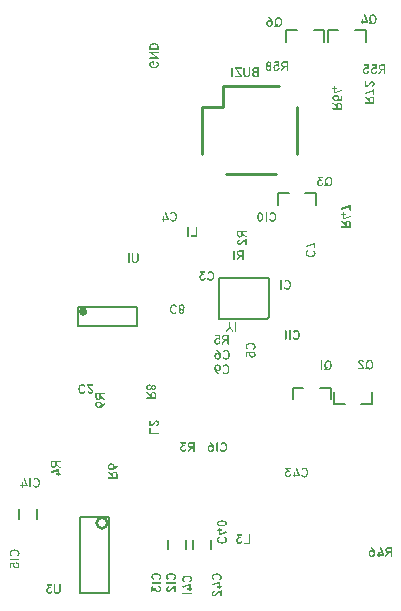
<source format=gbo>
G04*
G04 #@! TF.GenerationSoftware,Altium Limited,Altium Designer,18.0.7 (293)*
G04*
G04 Layer_Color=32896*
%FSLAX44Y44*%
%MOMM*%
G71*
G01*
G75*
%ADD10C,0.2000*%
%ADD11C,0.2500*%
%ADD49C,0.3500*%
G36*
X301411Y368184D02*
X301516Y368176D01*
X301606Y368159D01*
X301679Y368127D01*
X301751Y368086D01*
X301808Y368046D01*
X301849Y367989D01*
X301889Y367940D01*
X301922Y367884D01*
X301962Y367770D01*
X301987Y367673D01*
Y367633D01*
X301995Y367600D01*
Y367584D01*
Y367576D01*
X301987Y367471D01*
X301970Y367382D01*
X301938Y367300D01*
X301905Y367228D01*
X301857Y367171D01*
X301808Y367122D01*
X301751Y367082D01*
X301695Y367049D01*
X301590Y367009D01*
X301492Y366984D01*
X301460D01*
X301427Y366976D01*
X299499D01*
X300617Y365785D01*
X300690Y365728D01*
X300763Y365680D01*
X300820Y365623D01*
X300868Y365575D01*
X300949Y365477D01*
X300998Y365396D01*
X301030Y365323D01*
X301047Y365267D01*
X301055Y365234D01*
Y365218D01*
X301047Y365153D01*
X301030Y365088D01*
X301006Y365032D01*
X300974Y364975D01*
X300941Y364935D01*
X300917Y364902D01*
X300901Y364886D01*
X300893Y364878D01*
X300828Y364829D01*
X300763Y364789D01*
X300690Y364756D01*
X300625Y364732D01*
X300577Y364724D01*
X300528Y364716D01*
X300496Y364708D01*
X300487D01*
X300350Y364700D01*
X300228Y364691D01*
X300107Y364683D01*
X300001Y364675D01*
X299912Y364667D01*
X299847D01*
X299807Y364659D01*
X299791D01*
X299564Y364610D01*
X299353Y364554D01*
X299183Y364481D01*
X299029Y364416D01*
X298916Y364343D01*
X298867Y364319D01*
X298835Y364286D01*
X298802Y364270D01*
X298778Y364254D01*
X298770Y364238D01*
X298762D01*
X298673Y364148D01*
X298600Y364059D01*
X298535Y363954D01*
X298478Y363849D01*
X298430Y363743D01*
X298389Y363630D01*
X298332Y363419D01*
X298308Y363314D01*
X298292Y363225D01*
X298284Y363144D01*
X298276Y363071D01*
X298267Y363006D01*
Y362966D01*
Y362933D01*
Y362925D01*
X298276Y362771D01*
X298292Y362625D01*
X298316Y362487D01*
X298348Y362358D01*
X298389Y362236D01*
X298430Y362123D01*
X298478Y362018D01*
X298527Y361920D01*
X298575Y361831D01*
X298624Y361758D01*
X298664Y361685D01*
X298705Y361637D01*
X298737Y361588D01*
X298762Y361556D01*
X298778Y361539D01*
X298786Y361531D01*
X298867Y361467D01*
X298948Y361410D01*
X299118Y361313D01*
X299280Y361248D01*
X299442Y361199D01*
X299588Y361175D01*
X299645Y361159D01*
X299694D01*
X299742Y361151D01*
X299799D01*
X299961Y361159D01*
X300107Y361183D01*
X300244Y361223D01*
X300350Y361264D01*
X300447Y361296D01*
X300512Y361337D01*
X300552Y361361D01*
X300569Y361369D01*
X300723Y361507D01*
X300852Y361645D01*
X300958Y361783D01*
X301038Y361904D01*
X301103Y362018D01*
X301144Y362099D01*
X301160Y362131D01*
X301168Y362155D01*
X301176Y362172D01*
Y362180D01*
X301209Y362269D01*
X301241Y362342D01*
X301282Y362407D01*
X301322Y362463D01*
X301371Y362512D01*
X301411Y362552D01*
X301508Y362609D01*
X301598Y362649D01*
X301670Y362666D01*
X301719Y362674D01*
X301735D01*
X301824Y362666D01*
X301897Y362649D01*
X301970Y362625D01*
X302035Y362593D01*
X302084Y362560D01*
X302124Y362536D01*
X302148Y362520D01*
X302157Y362512D01*
X302213Y362447D01*
X302262Y362374D01*
X302294Y362309D01*
X302311Y362244D01*
X302327Y362180D01*
X302335Y362131D01*
Y362099D01*
Y362090D01*
X302327Y362009D01*
X302319Y361936D01*
X302311Y361904D01*
Y361880D01*
X302302Y361864D01*
Y361856D01*
X302238Y361685D01*
X302173Y361523D01*
X302100Y361377D01*
X302019Y361232D01*
X301930Y361102D01*
X301849Y360980D01*
X301760Y360867D01*
X301679Y360770D01*
X301598Y360681D01*
X301525Y360600D01*
X301460Y360535D01*
X301395Y360478D01*
X301346Y360438D01*
X301314Y360405D01*
X301290Y360389D01*
X301282Y360381D01*
X301152Y360292D01*
X301022Y360219D01*
X300893Y360154D01*
X300763Y360097D01*
X300633Y360057D01*
X300512Y360016D01*
X300277Y359959D01*
X300172Y359935D01*
X300074Y359919D01*
X299993Y359911D01*
X299912Y359903D01*
X299855Y359895D01*
X299774D01*
X299572Y359903D01*
X299386Y359927D01*
X299199Y359968D01*
X299029Y360016D01*
X298867Y360073D01*
X298713Y360138D01*
X298575Y360211D01*
X298446Y360284D01*
X298324Y360348D01*
X298227Y360421D01*
X298138Y360486D01*
X298065Y360543D01*
X298008Y360592D01*
X297959Y360632D01*
X297935Y360656D01*
X297927Y360664D01*
X297781Y360835D01*
X297652Y361005D01*
X297538Y361191D01*
X297441Y361377D01*
X297360Y361572D01*
X297287Y361758D01*
X297230Y361945D01*
X297190Y362115D01*
X297157Y362285D01*
X297125Y362439D01*
X297109Y362577D01*
X297101Y362690D01*
X297092Y362787D01*
X297084Y362860D01*
Y362909D01*
Y362925D01*
X297092Y363152D01*
X297109Y363363D01*
X297133Y363565D01*
X297174Y363760D01*
X297222Y363938D01*
X297279Y364108D01*
X297344Y364270D01*
X297417Y364424D01*
X297498Y364562D01*
X297579Y364691D01*
X297668Y364813D01*
X297757Y364926D01*
X297854Y365032D01*
X297951Y365129D01*
X298146Y365291D01*
X298348Y365429D01*
X298543Y365542D01*
X298721Y365631D01*
X298883Y365704D01*
X299021Y365745D01*
X299078Y365769D01*
X299126Y365777D01*
X299159Y365793D01*
X299191D01*
X299207Y365802D01*
X299215D01*
X297854Y367130D01*
X297773Y367219D01*
X297700Y367300D01*
X297644Y367373D01*
X297587Y367446D01*
X297538Y367503D01*
X297506Y367560D01*
X297449Y367665D01*
X297417Y367738D01*
X297400Y367795D01*
X297392Y367827D01*
Y367835D01*
X297400Y367900D01*
X297409Y367957D01*
X297465Y368046D01*
X297538Y368111D01*
X297619Y368151D01*
X297700Y368184D01*
X297773Y368192D01*
X297830Y368200D01*
X297846D01*
X301411Y368184D01*
D02*
G37*
G36*
X307197Y368256D02*
X307439Y368216D01*
X307666Y368151D01*
X307885Y368062D01*
X308080Y367957D01*
X308266Y367843D01*
X308436Y367722D01*
X308598Y367592D01*
X308736Y367463D01*
X308857Y367341D01*
X308963Y367228D01*
X309044Y367122D01*
X309117Y367041D01*
X309165Y366968D01*
X309198Y366928D01*
X309206Y366912D01*
X309344Y366676D01*
X309465Y366433D01*
X309571Y366190D01*
X309668Y365939D01*
X309741Y365696D01*
X309806Y365453D01*
X309862Y365226D01*
X309903Y365007D01*
X309935Y364797D01*
X309960Y364610D01*
X309976Y364440D01*
X309984Y364294D01*
X309992Y364181D01*
X310000Y364132D01*
Y364092D01*
Y364059D01*
Y364035D01*
Y364027D01*
Y364019D01*
X309992Y363711D01*
X309960Y363419D01*
X309919Y363136D01*
X309870Y362868D01*
X309806Y362617D01*
X309733Y362382D01*
X309660Y362163D01*
X309579Y361961D01*
X309498Y361783D01*
X309425Y361620D01*
X309352Y361483D01*
X309287Y361369D01*
X309238Y361272D01*
X309190Y361207D01*
X309165Y361167D01*
X309157Y361151D01*
X308979Y360924D01*
X308801Y360721D01*
X308606Y360543D01*
X308412Y360397D01*
X308217Y360267D01*
X308023Y360162D01*
X307829Y360081D01*
X307650Y360008D01*
X307480Y359959D01*
X307318Y359919D01*
X307180Y359887D01*
X307059Y359870D01*
X306953Y359854D01*
X306880Y359846D01*
X306816D01*
X306605Y359854D01*
X306402Y359879D01*
X306208Y359927D01*
X306030Y359976D01*
X305860Y360041D01*
X305706Y360113D01*
X305560Y360186D01*
X305430Y360267D01*
X305317Y360340D01*
X305211Y360413D01*
X305122Y360486D01*
X305049Y360551D01*
X304993Y360608D01*
X304952Y360648D01*
X304928Y360672D01*
X304920Y360681D01*
X304361Y360138D01*
X304296Y360089D01*
X304231Y360057D01*
X304174Y360032D01*
X304109Y360016D01*
X304061Y360008D01*
X304020Y360000D01*
X303988D01*
X303891Y360008D01*
X303810Y360032D01*
X303737Y360057D01*
X303664Y360097D01*
X303615Y360130D01*
X303575Y360154D01*
X303550Y360178D01*
X303542Y360186D01*
X303477Y360259D01*
X303437Y360340D01*
X303404Y360413D01*
X303380Y360486D01*
X303364Y360543D01*
X303356Y360592D01*
Y360624D01*
Y360632D01*
X303364Y360721D01*
X303388Y360802D01*
X303421Y360875D01*
X303461Y360940D01*
X303502Y360989D01*
X303534Y361029D01*
X303558Y361053D01*
X303566Y361061D01*
X303720Y361199D01*
X303850Y361313D01*
X303964Y361418D01*
X304061Y361499D01*
X304142Y361556D01*
X304198Y361604D01*
X304231Y361629D01*
X304247Y361637D01*
X304150Y361831D01*
X304061Y362026D01*
X303988Y362228D01*
X303915Y362431D01*
X303866Y362625D01*
X303818Y362828D01*
X303777Y363014D01*
X303753Y363200D01*
X303729Y363371D01*
X303712Y363525D01*
X303696Y363662D01*
X303688Y363784D01*
X303680Y363881D01*
Y363946D01*
Y363995D01*
Y364011D01*
X303688Y364319D01*
X303720Y364618D01*
X303761Y364902D01*
X303818Y365169D01*
X303883Y365421D01*
X303955Y365664D01*
X304028Y365882D01*
X304109Y366085D01*
X304190Y366271D01*
X304263Y366433D01*
X304336Y366571D01*
X304401Y366693D01*
X304458Y366790D01*
X304498Y366855D01*
X304531Y366895D01*
X304539Y366912D01*
X304717Y367155D01*
X304911Y367357D01*
X305106Y367543D01*
X305309Y367697D01*
X305511Y367827D01*
X305714Y367940D01*
X305908Y368030D01*
X306094Y368103D01*
X306273Y368159D01*
X306435Y368200D01*
X306573Y368232D01*
X306702Y368248D01*
X306807Y368265D01*
X306880Y368273D01*
X306945D01*
X307197Y368256D01*
D02*
G37*
G36*
X123168Y125383D02*
X123387Y125359D01*
X123597Y125326D01*
X123792Y125278D01*
X123970Y125221D01*
X124132Y125164D01*
X124286Y125099D01*
X124424Y125035D01*
X124545Y124962D01*
X124643Y124897D01*
X124740Y124840D01*
X124813Y124783D01*
X124870Y124735D01*
X124910Y124703D01*
X124934Y124678D01*
X124943Y124670D01*
X125072Y124532D01*
X125186Y124378D01*
X125283Y124225D01*
X125364Y124062D01*
X125437Y123892D01*
X125493Y123730D01*
X125542Y123568D01*
X125583Y123414D01*
X125607Y123260D01*
X125631Y123123D01*
X125647Y123001D01*
X125664Y122896D01*
Y122807D01*
X125672Y122742D01*
Y122539D01*
X125656Y122401D01*
X125639Y122272D01*
X125615Y122150D01*
X125591Y122045D01*
X125558Y121939D01*
X125534Y121850D01*
X125502Y121769D01*
X125469Y121697D01*
X125437Y121632D01*
X125404Y121583D01*
X125380Y121543D01*
X125356Y121502D01*
X125340Y121478D01*
X125331Y121470D01*
X125323Y121461D01*
X125518Y121632D01*
X125688Y121786D01*
X125850Y121931D01*
X125980Y122061D01*
X126093Y122166D01*
X126174Y122247D01*
X126207Y122272D01*
X126231Y122296D01*
X126239Y122304D01*
X126247Y122312D01*
X126417Y122491D01*
X126587Y122677D01*
X126749Y122879D01*
X126887Y123066D01*
X126952Y123147D01*
X127009Y123228D01*
X127065Y123301D01*
X127106Y123366D01*
X127138Y123414D01*
X127163Y123455D01*
X127179Y123479D01*
X127187Y123487D01*
X127236Y123568D01*
X127309Y123625D01*
X127381Y123665D01*
X127454Y123690D01*
X127527Y123714D01*
X127584Y123722D01*
X127625D01*
X127641D01*
X127730Y123714D01*
X127811Y123698D01*
X127884Y123665D01*
X127941Y123641D01*
X127997Y123609D01*
X128038Y123576D01*
X128062Y123560D01*
X128070Y123552D01*
X128135Y123487D01*
X128184Y123414D01*
X128224Y123341D01*
X128248Y123277D01*
X128265Y123220D01*
X128273Y123171D01*
Y123074D01*
X128257Y123017D01*
X128232Y122920D01*
X128216Y122887D01*
X128200Y122855D01*
X128192Y122839D01*
X128184Y122831D01*
X128046Y122604D01*
X127900Y122393D01*
X127762Y122199D01*
X127616Y122013D01*
X127479Y121842D01*
X127349Y121688D01*
X127219Y121543D01*
X127106Y121421D01*
X126993Y121307D01*
X126887Y121202D01*
X126798Y121121D01*
X126725Y121048D01*
X126660Y121000D01*
X126620Y120959D01*
X126587Y120935D01*
X126579Y120927D01*
X126271Y120708D01*
X125947Y120522D01*
X125623Y120359D01*
X125469Y120295D01*
X125323Y120230D01*
X125186Y120173D01*
X125056Y120125D01*
X124943Y120084D01*
X124845Y120052D01*
X124772Y120027D01*
X124708Y120011D01*
X124675Y119995D01*
X124659D01*
X124392Y119930D01*
X124132Y119881D01*
X123881Y119841D01*
X123768Y119825D01*
X123662Y119817D01*
X123565Y119809D01*
X123476Y119800D01*
X123403D01*
X123330Y119792D01*
X123281D01*
X123241D01*
X123217D01*
X123209D01*
X122949Y119800D01*
X122706Y119825D01*
X122471Y119857D01*
X122253Y119898D01*
X122050Y119946D01*
X121864Y120003D01*
X121685Y120060D01*
X121531Y120125D01*
X121394Y120189D01*
X121264Y120246D01*
X121159Y120303D01*
X121078Y120351D01*
X121005Y120392D01*
X120956Y120432D01*
X120924Y120449D01*
X120916Y120457D01*
X120729Y120619D01*
X120559Y120789D01*
X120421Y120967D01*
X120300Y121154D01*
X120194Y121348D01*
X120105Y121534D01*
X120041Y121721D01*
X119984Y121907D01*
X119935Y122077D01*
X119903Y122231D01*
X119878Y122377D01*
X119862Y122499D01*
X119854Y122604D01*
X119846Y122677D01*
Y122742D01*
X119854Y122961D01*
X119887Y123163D01*
X119927Y123357D01*
X119984Y123544D01*
X120049Y123706D01*
X120121Y123868D01*
X120203Y124014D01*
X120284Y124143D01*
X120365Y124257D01*
X120437Y124362D01*
X120510Y124451D01*
X120575Y124524D01*
X120632Y124581D01*
X120673Y124621D01*
X120705Y124646D01*
X120713Y124654D01*
X120883Y124783D01*
X121061Y124897D01*
X121240Y124994D01*
X121426Y125083D01*
X121612Y125148D01*
X121799Y125213D01*
X121977Y125262D01*
X122155Y125302D01*
X122309Y125326D01*
X122463Y125351D01*
X122593Y125367D01*
X122706Y125383D01*
X122803D01*
X122876Y125391D01*
X122917D01*
X122933D01*
X123168Y125383D01*
D02*
G37*
G36*
X125963Y118407D02*
X126158Y118383D01*
X126336Y118350D01*
X126506Y118301D01*
X126668Y118245D01*
X126814Y118180D01*
X126952Y118115D01*
X127073Y118050D01*
X127187Y117977D01*
X127284Y117913D01*
X127365Y117848D01*
X127430Y117791D01*
X127487Y117742D01*
X127527Y117710D01*
X127552Y117686D01*
X127560Y117678D01*
X127673Y117548D01*
X127770Y117410D01*
X127851Y117264D01*
X127924Y117127D01*
X127989Y116989D01*
X128038Y116843D01*
X128078Y116713D01*
X128111Y116584D01*
X128135Y116462D01*
X128159Y116357D01*
X128175Y116260D01*
X128184Y116171D01*
X128192Y116106D01*
Y112500D01*
X120527D01*
X120413Y112508D01*
X120324Y112524D01*
X120235Y112557D01*
X120170Y112597D01*
X120105Y112638D01*
X120057Y112686D01*
X120016Y112743D01*
X119984Y112800D01*
X119935Y112913D01*
X119911Y113002D01*
Y113043D01*
X119903Y113075D01*
Y113100D01*
X119911Y113205D01*
X119927Y113302D01*
X119959Y113383D01*
X120000Y113448D01*
X120049Y113513D01*
X120097Y113561D01*
X120154Y113602D01*
X120219Y113634D01*
X120332Y113675D01*
X120429Y113699D01*
X120470Y113707D01*
X120502D01*
X120519D01*
X120527D01*
X123411D01*
Y115052D01*
X120178Y117321D01*
X120089Y117394D01*
X120016Y117475D01*
X119968Y117556D01*
X119935Y117629D01*
X119919Y117694D01*
X119911Y117751D01*
X119903Y117783D01*
Y117799D01*
X119911Y117888D01*
X119935Y117961D01*
X119959Y118034D01*
X120000Y118099D01*
X120032Y118147D01*
X120057Y118188D01*
X120081Y118212D01*
X120089Y118220D01*
X120162Y118285D01*
X120235Y118334D01*
X120308Y118366D01*
X120381Y118391D01*
X120437Y118407D01*
X120486Y118415D01*
X120519D01*
X120527D01*
X120591D01*
X120656Y118399D01*
X120713Y118383D01*
X120770Y118366D01*
X120810Y118350D01*
X120843Y118334D01*
X120859Y118326D01*
X120867Y118318D01*
X123411Y116430D01*
X123419Y116535D01*
X123427Y116632D01*
X123476Y116819D01*
X123541Y116981D01*
X123614Y117119D01*
X123687Y117224D01*
X123743Y117305D01*
X123792Y117353D01*
X123800Y117370D01*
X123808D01*
X123938Y117556D01*
X124084Y117718D01*
X124238Y117856D01*
X124400Y117977D01*
X124562Y118075D01*
X124724Y118164D01*
X124886Y118229D01*
X125040Y118285D01*
X125186Y118326D01*
X125323Y118358D01*
X125445Y118383D01*
X125550Y118399D01*
X125639Y118407D01*
X125704Y118415D01*
X125745D01*
X125761D01*
X125963Y118407D01*
D02*
G37*
G36*
X79587Y127492D02*
X79676Y127476D01*
X79765Y127443D01*
X79830Y127403D01*
X79895Y127362D01*
X79943Y127314D01*
X79984Y127257D01*
X80016Y127200D01*
X80065Y127087D01*
X80089Y126998D01*
Y126957D01*
X80097Y126925D01*
Y126900D01*
X80089Y126795D01*
X80073Y126698D01*
X80041Y126617D01*
X80000Y126552D01*
X79951Y126487D01*
X79903Y126439D01*
X79846Y126398D01*
X79781Y126366D01*
X79668Y126325D01*
X79570Y126301D01*
X79530Y126293D01*
X79498D01*
X79481D01*
X79473D01*
X76589D01*
Y124948D01*
X79822Y122679D01*
X79911Y122606D01*
X79984Y122525D01*
X80032Y122444D01*
X80065Y122371D01*
X80081Y122306D01*
X80089Y122249D01*
X80097Y122217D01*
Y122201D01*
X80089Y122112D01*
X80065Y122039D01*
X80041Y121966D01*
X80000Y121901D01*
X79968Y121853D01*
X79943Y121812D01*
X79919Y121788D01*
X79911Y121780D01*
X79838Y121715D01*
X79765Y121666D01*
X79692Y121634D01*
X79619Y121609D01*
X79562Y121593D01*
X79514Y121585D01*
X79481D01*
X79473D01*
X79408D01*
X79344Y121601D01*
X79287Y121617D01*
X79230Y121634D01*
X79190Y121650D01*
X79157Y121666D01*
X79141Y121674D01*
X79133Y121682D01*
X76589Y123570D01*
X76581Y123465D01*
X76573Y123368D01*
X76524Y123181D01*
X76459Y123019D01*
X76386Y122881D01*
X76313Y122776D01*
X76257Y122695D01*
X76208Y122647D01*
X76200Y122630D01*
X76192D01*
X76062Y122444D01*
X75916Y122282D01*
X75762Y122144D01*
X75600Y122023D01*
X75438Y121925D01*
X75276Y121836D01*
X75114Y121771D01*
X74960Y121715D01*
X74814Y121674D01*
X74677Y121642D01*
X74555Y121617D01*
X74450Y121601D01*
X74361Y121593D01*
X74296Y121585D01*
X74255D01*
X74239D01*
X74036Y121593D01*
X73842Y121617D01*
X73664Y121650D01*
X73494Y121699D01*
X73331Y121755D01*
X73186Y121820D01*
X73048Y121885D01*
X72926Y121950D01*
X72813Y122023D01*
X72716Y122087D01*
X72635Y122152D01*
X72570Y122209D01*
X72513Y122258D01*
X72473Y122290D01*
X72448Y122314D01*
X72440Y122322D01*
X72327Y122452D01*
X72230Y122590D01*
X72148Y122736D01*
X72076Y122873D01*
X72011Y123011D01*
X71962Y123157D01*
X71922Y123287D01*
X71889Y123416D01*
X71865Y123538D01*
X71841Y123643D01*
X71824Y123740D01*
X71816Y123829D01*
X71808Y123894D01*
Y127500D01*
X79473D01*
X79587Y127492D01*
D02*
G37*
G36*
X78331Y120589D02*
X78428Y120580D01*
X78509Y120556D01*
X78582Y120524D01*
X78647Y120491D01*
X78695Y120459D01*
X78736Y120418D01*
X78768Y120370D01*
X78817Y120289D01*
X78841Y120224D01*
X78849Y120167D01*
Y116886D01*
X79498D01*
X79603Y116877D01*
X79700Y116861D01*
X79781Y116829D01*
X79846Y116788D01*
X79911Y116748D01*
X79960Y116699D01*
X80000Y116643D01*
X80032Y116586D01*
X80073Y116472D01*
X80097Y116383D01*
Y116343D01*
X80105Y116310D01*
Y116286D01*
X80097Y116181D01*
X80081Y116083D01*
X80049Y116002D01*
X80008Y115938D01*
X79968Y115873D01*
X79911Y115824D01*
X79854Y115784D01*
X79797Y115751D01*
X79692Y115711D01*
X79595Y115686D01*
X79554Y115678D01*
X79522D01*
X79506D01*
X79498D01*
X78849D01*
Y115160D01*
X78841Y115054D01*
X78825Y114957D01*
X78793Y114876D01*
X78752Y114803D01*
X78704Y114747D01*
X78655Y114698D01*
X78598Y114649D01*
X78541Y114617D01*
X78428Y114576D01*
X78331Y114552D01*
X78290Y114544D01*
X78258D01*
X78242D01*
X78234D01*
X78128Y114552D01*
X78031Y114568D01*
X77950Y114601D01*
X77885Y114641D01*
X77820Y114682D01*
X77772Y114738D01*
X77731Y114787D01*
X77699Y114844D01*
X77658Y114957D01*
X77634Y115054D01*
X77626Y115095D01*
Y115678D01*
X76378D01*
X76273Y115686D01*
X76175Y115703D01*
X76094Y115735D01*
X76030Y115775D01*
X75965Y115816D01*
X75916Y115873D01*
X75876Y115921D01*
X75843Y115978D01*
X75803Y116091D01*
X75778Y116189D01*
X75770Y116229D01*
Y116286D01*
X75778Y116391D01*
X75795Y116481D01*
X75827Y116561D01*
X75868Y116634D01*
X75908Y116691D01*
X75965Y116740D01*
X76013Y116780D01*
X76070Y116813D01*
X76184Y116853D01*
X76281Y116877D01*
X76321D01*
X76354Y116886D01*
X76370D01*
X76378D01*
X77626D01*
Y119203D01*
X72594Y117429D01*
X72521Y117412D01*
X72448Y117396D01*
X72400D01*
X72392D01*
X72383D01*
X72294Y117404D01*
X72213Y117429D01*
X72140Y117461D01*
X72084Y117493D01*
X72035Y117534D01*
X71995Y117566D01*
X71970Y117591D01*
X71962Y117599D01*
X71905Y117680D01*
X71857Y117753D01*
X71824Y117825D01*
X71808Y117898D01*
X71792Y117955D01*
X71784Y118004D01*
Y118044D01*
X71792Y118117D01*
X71800Y118182D01*
X71849Y118303D01*
X71914Y118393D01*
X71986Y118474D01*
X72067Y118530D01*
X72132Y118563D01*
X72181Y118587D01*
X72189Y118595D01*
X72197D01*
X77699Y120507D01*
X77796Y120540D01*
X77893Y120556D01*
X77982Y120572D01*
X78063Y120589D01*
X78128D01*
X78177Y120597D01*
X78209D01*
X78217D01*
X78331Y120589D01*
D02*
G37*
G36*
X49455Y113208D02*
X49520Y113200D01*
X49641Y113151D01*
X49730Y113086D01*
X49811Y113013D01*
X49868Y112932D01*
X49900Y112868D01*
X49925Y112819D01*
X49933Y112811D01*
Y112803D01*
X51845Y107301D01*
X51877Y107204D01*
X51894Y107107D01*
X51910Y107017D01*
X51926Y106937D01*
Y106872D01*
X51934Y106823D01*
Y106791D01*
Y106783D01*
X51926Y106669D01*
X51918Y106572D01*
X51894Y106491D01*
X51861Y106418D01*
X51829Y106353D01*
X51796Y106305D01*
X51756Y106264D01*
X51707Y106232D01*
X51626Y106183D01*
X51561Y106159D01*
X51505Y106151D01*
X48223D01*
Y105502D01*
X48215Y105397D01*
X48199Y105300D01*
X48166Y105219D01*
X48126Y105154D01*
X48085Y105089D01*
X48037Y105041D01*
X47980Y105000D01*
X47923Y104968D01*
X47810Y104927D01*
X47721Y104903D01*
X47680D01*
X47648Y104895D01*
X47624D01*
X47518Y104903D01*
X47421Y104919D01*
X47340Y104951D01*
X47275Y104992D01*
X47210Y105032D01*
X47162Y105089D01*
X47121Y105146D01*
X47089Y105203D01*
X47048Y105308D01*
X47024Y105405D01*
X47016Y105446D01*
Y105478D01*
Y105494D01*
Y105502D01*
Y106151D01*
X46497D01*
X46392Y106159D01*
X46295Y106175D01*
X46214Y106207D01*
X46141Y106248D01*
X46084Y106296D01*
X46035Y106345D01*
X45987Y106402D01*
X45954Y106459D01*
X45914Y106572D01*
X45890Y106669D01*
X45882Y106710D01*
Y106742D01*
Y106758D01*
Y106766D01*
X45890Y106872D01*
X45906Y106969D01*
X45938Y107050D01*
X45979Y107115D01*
X46019Y107180D01*
X46076Y107228D01*
X46125Y107269D01*
X46181Y107301D01*
X46295Y107342D01*
X46392Y107366D01*
X46432Y107374D01*
X47016D01*
Y108622D01*
X47024Y108727D01*
X47040Y108824D01*
X47073Y108905D01*
X47113Y108970D01*
X47154Y109035D01*
X47210Y109084D01*
X47259Y109124D01*
X47316Y109157D01*
X47429Y109197D01*
X47526Y109221D01*
X47567Y109230D01*
X47624D01*
X47729Y109221D01*
X47818Y109205D01*
X47899Y109173D01*
X47972Y109132D01*
X48029Y109092D01*
X48077Y109035D01*
X48118Y108987D01*
X48150Y108930D01*
X48191Y108816D01*
X48215Y108719D01*
Y108679D01*
X48223Y108646D01*
Y108630D01*
Y108622D01*
Y107374D01*
X50540D01*
X48766Y112406D01*
X48750Y112479D01*
X48734Y112552D01*
Y112600D01*
Y112608D01*
Y112616D01*
X48742Y112706D01*
X48766Y112787D01*
X48798Y112859D01*
X48831Y112916D01*
X48871Y112965D01*
X48904Y113005D01*
X48928Y113030D01*
X48936Y113038D01*
X49017Y113095D01*
X49090Y113143D01*
X49163Y113175D01*
X49236Y113192D01*
X49293Y113208D01*
X49341Y113216D01*
X49382D01*
X49455Y113208D01*
D02*
G37*
G36*
X59713Y113265D02*
X59915Y113232D01*
X60118Y113192D01*
X60304Y113135D01*
X60474Y113062D01*
X60644Y112989D01*
X60790Y112908D01*
X60928Y112827D01*
X61058Y112738D01*
X61163Y112657D01*
X61260Y112584D01*
X61341Y112511D01*
X61406Y112454D01*
X61447Y112414D01*
X61479Y112381D01*
X61487Y112373D01*
X61665Y112155D01*
X61819Y111911D01*
X61957Y111660D01*
X62070Y111393D01*
X62168Y111126D01*
X62249Y110858D01*
X62322Y110591D01*
X62370Y110331D01*
X62419Y110088D01*
X62443Y109862D01*
X62467Y109659D01*
X62484Y109481D01*
X62492Y109408D01*
Y109335D01*
Y109278D01*
X62500Y109230D01*
Y109189D01*
Y109157D01*
Y109140D01*
Y109132D01*
X62492Y108784D01*
X62459Y108444D01*
X62419Y108136D01*
X62362Y107836D01*
X62289Y107560D01*
X62216Y107301D01*
X62135Y107066D01*
X62046Y106855D01*
X61965Y106669D01*
X61884Y106499D01*
X61811Y106353D01*
X61738Y106240D01*
X61682Y106143D01*
X61641Y106078D01*
X61609Y106037D01*
X61601Y106021D01*
X61430Y105818D01*
X61252Y105632D01*
X61066Y105478D01*
X60871Y105340D01*
X60677Y105227D01*
X60490Y105130D01*
X60304Y105057D01*
X60134Y104992D01*
X59964Y104943D01*
X59810Y104911D01*
X59672Y104879D01*
X59559Y104862D01*
X59461Y104854D01*
X59389Y104846D01*
X59324D01*
X59032Y104862D01*
X58765Y104895D01*
X58643Y104911D01*
X58530Y104935D01*
X58416Y104959D01*
X58319Y104992D01*
X58238Y105016D01*
X58157Y105041D01*
X58092Y105065D01*
X58035Y105089D01*
X57987Y105105D01*
X57954Y105121D01*
X57938Y105130D01*
X57930D01*
X57817Y105186D01*
X57711Y105259D01*
X57501Y105413D01*
X57298Y105583D01*
X57120Y105762D01*
X57039Y105843D01*
X56966Y105916D01*
X56901Y105989D01*
X56852Y106045D01*
X56804Y106094D01*
X56771Y106134D01*
X56755Y106159D01*
X56747Y106167D01*
X56698Y106232D01*
X56666Y106305D01*
X56634Y106369D01*
X56617Y106426D01*
X56609Y106475D01*
X56601Y106515D01*
Y106539D01*
Y106548D01*
X56609Y106637D01*
X56634Y106726D01*
X56666Y106799D01*
X56698Y106864D01*
X56731Y106912D01*
X56763Y106953D01*
X56788Y106977D01*
X56796Y106985D01*
X56869Y107050D01*
X56942Y107091D01*
X57014Y107123D01*
X57079Y107147D01*
X57144Y107163D01*
X57185Y107171D01*
X57225D01*
X57322Y107163D01*
X57411Y107139D01*
X57484Y107099D01*
X57549Y107066D01*
X57606Y107026D01*
X57638Y106985D01*
X57663Y106961D01*
X57671Y106953D01*
X57808Y106799D01*
X57946Y106661D01*
X58084Y106539D01*
X58230Y106442D01*
X58368Y106353D01*
X58505Y106288D01*
X58635Y106223D01*
X58756Y106183D01*
X58870Y106143D01*
X58975Y106118D01*
X59073Y106094D01*
X59154Y106086D01*
X59218Y106078D01*
X59267Y106069D01*
X59307D01*
X59461Y106078D01*
X59615Y106110D01*
X59761Y106151D01*
X59891Y106199D01*
X60021Y106264D01*
X60142Y106337D01*
X60247Y106410D01*
X60345Y106491D01*
X60434Y106572D01*
X60515Y106645D01*
X60580Y106718D01*
X60636Y106783D01*
X60685Y106831D01*
X60717Y106880D01*
X60734Y106904D01*
X60742Y106912D01*
X60839Y107074D01*
X60928Y107253D01*
X61001Y107431D01*
X61066Y107617D01*
X61122Y107803D01*
X61171Y107982D01*
X61212Y108168D01*
X61236Y108338D01*
X61260Y108500D01*
X61276Y108654D01*
X61293Y108784D01*
X61301Y108905D01*
X61309Y109003D01*
Y109076D01*
Y109116D01*
Y109132D01*
X61301Y109408D01*
X61285Y109659D01*
X61252Y109902D01*
X61212Y110121D01*
X61171Y110323D01*
X61114Y110510D01*
X61058Y110680D01*
X61001Y110834D01*
X60944Y110963D01*
X60896Y111085D01*
X60839Y111182D01*
X60798Y111263D01*
X60758Y111328D01*
X60725Y111377D01*
X60709Y111401D01*
X60701Y111409D01*
X60604Y111523D01*
X60507Y111620D01*
X60409Y111709D01*
X60304Y111782D01*
X60199Y111839D01*
X60102Y111895D01*
X60004Y111936D01*
X59915Y111968D01*
X59826Y111993D01*
X59745Y112017D01*
X59672Y112033D01*
X59615Y112041D01*
X59559Y112049D01*
X59494D01*
X59299Y112041D01*
X59137Y112033D01*
X59000Y112009D01*
X58878Y111984D01*
X58789Y111960D01*
X58724Y111944D01*
X58692Y111928D01*
X58675Y111920D01*
X58546Y111847D01*
X58424Y111766D01*
X58327Y111677D01*
X58238Y111595D01*
X58173Y111515D01*
X58124Y111450D01*
X58092Y111401D01*
X58084Y111393D01*
Y111385D01*
X58043Y111320D01*
X58011Y111271D01*
X57922Y111182D01*
X57841Y111126D01*
X57752Y111077D01*
X57679Y111053D01*
X57622Y111045D01*
X57582Y111036D01*
X57565D01*
X57476Y111045D01*
X57403Y111061D01*
X57330Y111093D01*
X57266Y111126D01*
X57217Y111150D01*
X57176Y111182D01*
X57152Y111199D01*
X57144Y111207D01*
X57079Y111279D01*
X57031Y111352D01*
X56998Y111417D01*
X56974Y111490D01*
X56958Y111547D01*
X56950Y111595D01*
Y111628D01*
Y111636D01*
Y111693D01*
X56966Y111741D01*
X56990Y111839D01*
X57006Y111879D01*
X57023Y111911D01*
X57031Y111928D01*
X57039Y111936D01*
X57120Y112074D01*
X57201Y112203D01*
X57282Y112317D01*
X57371Y112422D01*
X57452Y112519D01*
X57533Y112608D01*
X57614Y112681D01*
X57695Y112754D01*
X57760Y112811D01*
X57825Y112859D01*
X57890Y112908D01*
X57938Y112941D01*
X57979Y112965D01*
X58011Y112981D01*
X58027Y112997D01*
X58035D01*
X58141Y113046D01*
X58254Y113086D01*
X58489Y113159D01*
X58732Y113208D01*
X58967Y113240D01*
X59073Y113248D01*
X59170Y113257D01*
X59267Y113265D01*
X59340Y113273D01*
X59494D01*
X59713Y113265D01*
D02*
G37*
G36*
X54219Y113192D02*
X54308Y113175D01*
X54389Y113143D01*
X54462Y113103D01*
X54519Y113062D01*
X54567Y113013D01*
X54608Y112957D01*
X54640Y112900D01*
X54681Y112787D01*
X54705Y112697D01*
Y112657D01*
X54713Y112625D01*
Y112608D01*
Y112600D01*
Y105502D01*
X54705Y105397D01*
X54689Y105308D01*
X54657Y105227D01*
X54616Y105154D01*
X54576Y105097D01*
X54527Y105049D01*
X54470Y105008D01*
X54414Y104976D01*
X54300Y104935D01*
X54211Y104911D01*
X54170D01*
X54138Y104903D01*
X54114D01*
X54008Y104911D01*
X53911Y104927D01*
X53830Y104959D01*
X53765Y105000D01*
X53700Y105041D01*
X53652Y105089D01*
X53611Y105146D01*
X53579Y105203D01*
X53538Y105316D01*
X53514Y105405D01*
X53506Y105446D01*
Y105478D01*
Y105494D01*
Y105502D01*
Y112600D01*
X53514Y112706D01*
X53530Y112795D01*
X53563Y112876D01*
X53603Y112949D01*
X53644Y113005D01*
X53700Y113054D01*
X53749Y113095D01*
X53806Y113127D01*
X53919Y113167D01*
X54016Y113192D01*
X54057Y113200D01*
X54114D01*
X54219Y113192D01*
D02*
G37*
G36*
X41216Y52492D02*
X41556Y52460D01*
X41864Y52419D01*
X42164Y52362D01*
X42439Y52289D01*
X42699Y52216D01*
X42934Y52135D01*
X43144Y52046D01*
X43331Y51965D01*
X43501Y51884D01*
X43647Y51811D01*
X43760Y51738D01*
X43857Y51682D01*
X43922Y51641D01*
X43963Y51609D01*
X43979Y51601D01*
X44182Y51431D01*
X44368Y51252D01*
X44522Y51066D01*
X44660Y50871D01*
X44773Y50677D01*
X44870Y50491D01*
X44943Y50304D01*
X45008Y50134D01*
X45057Y49964D01*
X45089Y49810D01*
X45121Y49672D01*
X45138Y49559D01*
X45146Y49461D01*
X45154Y49389D01*
Y49324D01*
X45138Y49032D01*
X45105Y48765D01*
X45089Y48643D01*
X45065Y48530D01*
X45040Y48416D01*
X45008Y48319D01*
X44984Y48238D01*
X44959Y48157D01*
X44935Y48092D01*
X44911Y48035D01*
X44895Y47987D01*
X44878Y47954D01*
X44870Y47938D01*
Y47930D01*
X44814Y47817D01*
X44741Y47711D01*
X44587Y47501D01*
X44417Y47298D01*
X44238Y47120D01*
X44157Y47039D01*
X44084Y46966D01*
X44011Y46901D01*
X43955Y46852D01*
X43906Y46804D01*
X43866Y46771D01*
X43841Y46755D01*
X43833Y46747D01*
X43768Y46698D01*
X43695Y46666D01*
X43631Y46634D01*
X43574Y46617D01*
X43525Y46609D01*
X43485Y46601D01*
X43460D01*
X43452D01*
X43363Y46609D01*
X43274Y46634D01*
X43201Y46666D01*
X43136Y46698D01*
X43088Y46731D01*
X43047Y46763D01*
X43023Y46788D01*
X43015Y46796D01*
X42950Y46869D01*
X42909Y46942D01*
X42877Y47014D01*
X42853Y47079D01*
X42837Y47144D01*
X42828Y47185D01*
Y47225D01*
X42837Y47322D01*
X42861Y47412D01*
X42901Y47484D01*
X42934Y47549D01*
X42974Y47606D01*
X43015Y47638D01*
X43039Y47663D01*
X43047Y47671D01*
X43201Y47809D01*
X43339Y47946D01*
X43460Y48084D01*
X43558Y48230D01*
X43647Y48368D01*
X43712Y48505D01*
X43776Y48635D01*
X43817Y48757D01*
X43857Y48870D01*
X43882Y48975D01*
X43906Y49073D01*
X43914Y49154D01*
X43922Y49218D01*
X43930Y49267D01*
Y49308D01*
X43922Y49461D01*
X43890Y49616D01*
X43849Y49761D01*
X43801Y49891D01*
X43736Y50021D01*
X43663Y50142D01*
X43590Y50248D01*
X43509Y50345D01*
X43428Y50434D01*
X43355Y50515D01*
X43282Y50580D01*
X43217Y50636D01*
X43169Y50685D01*
X43120Y50717D01*
X43096Y50734D01*
X43088Y50742D01*
X42926Y50839D01*
X42747Y50928D01*
X42569Y51001D01*
X42383Y51066D01*
X42196Y51123D01*
X42018Y51171D01*
X41832Y51212D01*
X41662Y51236D01*
X41500Y51260D01*
X41346Y51276D01*
X41216Y51293D01*
X41094Y51301D01*
X40997Y51309D01*
X40924D01*
X40884D01*
X40868D01*
X40592Y51301D01*
X40341Y51285D01*
X40098Y51252D01*
X39879Y51212D01*
X39677Y51171D01*
X39490Y51115D01*
X39320Y51058D01*
X39166Y51001D01*
X39036Y50944D01*
X38915Y50896D01*
X38818Y50839D01*
X38737Y50799D01*
X38672Y50758D01*
X38623Y50725D01*
X38599Y50709D01*
X38591Y50701D01*
X38477Y50604D01*
X38380Y50507D01*
X38291Y50409D01*
X38218Y50304D01*
X38161Y50199D01*
X38105Y50102D01*
X38064Y50004D01*
X38032Y49915D01*
X38007Y49826D01*
X37983Y49745D01*
X37967Y49672D01*
X37959Y49616D01*
X37951Y49559D01*
Y49494D01*
X37959Y49300D01*
X37967Y49137D01*
X37991Y49000D01*
X38015Y48878D01*
X38040Y48789D01*
X38056Y48724D01*
X38072Y48692D01*
X38080Y48676D01*
X38153Y48546D01*
X38234Y48424D01*
X38323Y48327D01*
X38404Y48238D01*
X38486Y48173D01*
X38550Y48125D01*
X38599Y48092D01*
X38607Y48084D01*
X38615D01*
X38680Y48044D01*
X38728Y48011D01*
X38818Y47922D01*
X38874Y47841D01*
X38923Y47752D01*
X38947Y47679D01*
X38955Y47622D01*
X38963Y47582D01*
Y47565D01*
X38955Y47476D01*
X38939Y47403D01*
X38907Y47330D01*
X38874Y47266D01*
X38850Y47217D01*
X38818Y47177D01*
X38802Y47152D01*
X38793Y47144D01*
X38720Y47079D01*
X38647Y47031D01*
X38583Y46998D01*
X38510Y46974D01*
X38453Y46958D01*
X38404Y46950D01*
X38372D01*
X38364D01*
X38307D01*
X38259Y46966D01*
X38161Y46990D01*
X38121Y47006D01*
X38088Y47023D01*
X38072Y47031D01*
X38064Y47039D01*
X37926Y47120D01*
X37797Y47201D01*
X37683Y47282D01*
X37578Y47371D01*
X37481Y47452D01*
X37392Y47533D01*
X37319Y47614D01*
X37246Y47695D01*
X37189Y47760D01*
X37140Y47825D01*
X37092Y47890D01*
X37059Y47938D01*
X37035Y47979D01*
X37019Y48011D01*
X37003Y48027D01*
Y48035D01*
X36954Y48141D01*
X36914Y48254D01*
X36841Y48489D01*
X36792Y48732D01*
X36760Y48967D01*
X36751Y49073D01*
X36743Y49170D01*
X36735Y49267D01*
X36727Y49340D01*
Y49494D01*
X36735Y49713D01*
X36768Y49915D01*
X36808Y50118D01*
X36865Y50304D01*
X36938Y50474D01*
X37011Y50644D01*
X37092Y50790D01*
X37173Y50928D01*
X37262Y51058D01*
X37343Y51163D01*
X37416Y51260D01*
X37489Y51341D01*
X37546Y51406D01*
X37586Y51447D01*
X37619Y51479D01*
X37627Y51487D01*
X37845Y51665D01*
X38088Y51819D01*
X38340Y51957D01*
X38607Y52071D01*
X38874Y52168D01*
X39142Y52249D01*
X39409Y52322D01*
X39668Y52370D01*
X39911Y52419D01*
X40138Y52443D01*
X40341Y52468D01*
X40519Y52484D01*
X40592Y52492D01*
X40665D01*
X40722D01*
X40770Y52500D01*
X40811D01*
X40843D01*
X40859D01*
X40868D01*
X41216Y52492D01*
D02*
G37*
G36*
X44603Y44705D02*
X44692Y44689D01*
X44773Y44657D01*
X44846Y44616D01*
X44903Y44576D01*
X44951Y44527D01*
X44992Y44470D01*
X45024Y44414D01*
X45065Y44300D01*
X45089Y44211D01*
Y44170D01*
X45097Y44138D01*
Y44114D01*
X45089Y44008D01*
X45073Y43911D01*
X45040Y43830D01*
X45000Y43765D01*
X44959Y43701D01*
X44911Y43652D01*
X44854Y43611D01*
X44797Y43579D01*
X44684Y43538D01*
X44595Y43514D01*
X44554Y43506D01*
X44522D01*
X44506D01*
X44498D01*
X37400D01*
X37294Y43514D01*
X37205Y43530D01*
X37124Y43563D01*
X37051Y43603D01*
X36995Y43644D01*
X36946Y43701D01*
X36906Y43749D01*
X36873Y43806D01*
X36832Y43919D01*
X36808Y44017D01*
X36800Y44057D01*
Y44114D01*
X36808Y44219D01*
X36824Y44308D01*
X36857Y44389D01*
X36897Y44462D01*
X36938Y44519D01*
X36986Y44568D01*
X37043Y44608D01*
X37100Y44640D01*
X37213Y44681D01*
X37302Y44705D01*
X37343D01*
X37375Y44713D01*
X37392D01*
X37400D01*
X44498D01*
X44603Y44705D01*
D02*
G37*
G36*
X42934Y41610D02*
X42999Y41602D01*
X43047Y41594D01*
X43055Y41586D01*
X43063D01*
X43242Y41521D01*
X43404Y41448D01*
X43558Y41367D01*
X43703Y41286D01*
X43841Y41205D01*
X43963Y41124D01*
X44076Y41043D01*
X44182Y40962D01*
X44271Y40881D01*
X44352Y40808D01*
X44425Y40743D01*
X44473Y40694D01*
X44522Y40646D01*
X44554Y40613D01*
X44570Y40589D01*
X44579Y40581D01*
X44684Y40435D01*
X44773Y40289D01*
X44854Y40143D01*
X44919Y39998D01*
X44976Y39852D01*
X45016Y39714D01*
X45049Y39576D01*
X45073Y39447D01*
X45089Y39325D01*
X45105Y39212D01*
X45113Y39114D01*
Y38871D01*
X45089Y38661D01*
X45049Y38458D01*
X45000Y38272D01*
X44943Y38102D01*
X44870Y37940D01*
X44797Y37794D01*
X44716Y37664D01*
X44643Y37551D01*
X44562Y37445D01*
X44489Y37356D01*
X44417Y37275D01*
X44360Y37218D01*
X44303Y37170D01*
X44263Y37129D01*
X44238Y37113D01*
X44230Y37105D01*
X44068Y36992D01*
X43898Y36894D01*
X43728Y36813D01*
X43558Y36740D01*
X43379Y36676D01*
X43209Y36627D01*
X43047Y36586D01*
X42885Y36554D01*
X42739Y36530D01*
X42602Y36505D01*
X42480Y36489D01*
X42375Y36481D01*
X42294Y36473D01*
X42229D01*
X42188D01*
X42172D01*
X41953Y36481D01*
X41743Y36505D01*
X41540Y36546D01*
X41354Y36595D01*
X41167Y36659D01*
X40997Y36724D01*
X40843Y36797D01*
X40697Y36870D01*
X40568Y36951D01*
X40454Y37024D01*
X40349Y37089D01*
X40268Y37146D01*
X40203Y37202D01*
X40155Y37243D01*
X40122Y37267D01*
X40114Y37275D01*
X39960Y37429D01*
X39822Y37583D01*
X39709Y37737D01*
X39612Y37899D01*
X39523Y38053D01*
X39450Y38207D01*
X39393Y38353D01*
X39344Y38491D01*
X39312Y38620D01*
X39288Y38734D01*
X39263Y38839D01*
X39255Y38928D01*
X39247Y39009D01*
X39239Y39058D01*
Y39244D01*
X39247Y39382D01*
X39263Y39503D01*
X39271Y39617D01*
X39296Y39722D01*
X39312Y39819D01*
X39336Y39901D01*
X39352Y39982D01*
X39377Y40046D01*
X39401Y40111D01*
X39417Y40160D01*
X39434Y40200D01*
X39450Y40233D01*
X39466Y40257D01*
X39474Y40265D01*
Y40273D01*
X38015D01*
Y37672D01*
X38007Y37567D01*
X37991Y37470D01*
X37959Y37389D01*
X37918Y37324D01*
X37878Y37259D01*
X37821Y37210D01*
X37764Y37170D01*
X37708Y37137D01*
X37602Y37097D01*
X37505Y37073D01*
X37464Y37064D01*
X37432D01*
X37416D01*
X37408D01*
X37302Y37073D01*
X37213Y37089D01*
X37132Y37121D01*
X37059Y37162D01*
X37003Y37202D01*
X36954Y37259D01*
X36914Y37308D01*
X36881Y37364D01*
X36841Y37478D01*
X36816Y37575D01*
X36808Y37615D01*
Y41456D01*
X40568D01*
X40665Y41448D01*
X40754Y41432D01*
X40827Y41407D01*
X40892Y41375D01*
X40949Y41343D01*
X40989Y41294D01*
X41030Y41254D01*
X41054Y41205D01*
X41094Y41116D01*
X41119Y41035D01*
X41127Y41002D01*
Y40954D01*
X41119Y40865D01*
X41086Y40775D01*
X41046Y40686D01*
X40997Y40605D01*
X40957Y40532D01*
X40916Y40476D01*
X40884Y40443D01*
X40876Y40427D01*
X40803Y40330D01*
X40738Y40225D01*
X40681Y40119D01*
X40633Y40006D01*
X40560Y39787D01*
X40511Y39576D01*
X40495Y39479D01*
X40487Y39390D01*
X40479Y39309D01*
X40471Y39244D01*
X40462Y39187D01*
Y39106D01*
X40471Y39001D01*
X40487Y38904D01*
X40511Y38807D01*
X40543Y38709D01*
X40625Y38539D01*
X40714Y38393D01*
X40811Y38272D01*
X40851Y38223D01*
X40892Y38175D01*
X40924Y38142D01*
X40949Y38118D01*
X40965Y38110D01*
X40973Y38102D01*
X41070Y38021D01*
X41167Y37956D01*
X41273Y37891D01*
X41370Y37842D01*
X41573Y37761D01*
X41759Y37713D01*
X41848Y37696D01*
X41921Y37680D01*
X41994Y37672D01*
X42059Y37664D01*
X42107Y37656D01*
X42140D01*
X42164D01*
X42172D01*
X42431Y37672D01*
X42666Y37705D01*
X42869Y37761D01*
X42958Y37786D01*
X43039Y37818D01*
X43112Y37850D01*
X43177Y37875D01*
X43234Y37907D01*
X43282Y37931D01*
X43315Y37948D01*
X43339Y37964D01*
X43355Y37980D01*
X43363D01*
X43452Y38045D01*
X43525Y38126D01*
X43598Y38199D01*
X43655Y38280D01*
X43712Y38361D01*
X43752Y38442D01*
X43817Y38604D01*
X43866Y38750D01*
X43882Y38807D01*
X43890Y38863D01*
X43898Y38904D01*
X43906Y38936D01*
Y39066D01*
X43898Y39155D01*
X43866Y39325D01*
X43801Y39487D01*
X43720Y39633D01*
X43622Y39771D01*
X43509Y39901D01*
X43387Y40014D01*
X43266Y40111D01*
X43136Y40200D01*
X43015Y40281D01*
X42893Y40346D01*
X42796Y40403D01*
X42707Y40443D01*
X42634Y40476D01*
X42593Y40492D01*
X42577Y40500D01*
X42472Y40549D01*
X42399Y40622D01*
X42342Y40703D01*
X42310Y40784D01*
X42286Y40865D01*
X42277Y40929D01*
X42269Y40978D01*
Y40994D01*
X42277Y41083D01*
X42294Y41164D01*
X42326Y41245D01*
X42350Y41310D01*
X42383Y41359D01*
X42415Y41399D01*
X42431Y41424D01*
X42439Y41432D01*
X42504Y41497D01*
X42569Y41537D01*
X42642Y41570D01*
X42707Y41594D01*
X42764Y41610D01*
X42812Y41618D01*
X42845D01*
X42853D01*
X42934Y41610D01*
D02*
G37*
G36*
X161216Y32492D02*
X161556Y32459D01*
X161864Y32419D01*
X162164Y32362D01*
X162439Y32289D01*
X162699Y32216D01*
X162934Y32135D01*
X163144Y32046D01*
X163331Y31965D01*
X163501Y31884D01*
X163647Y31811D01*
X163760Y31738D01*
X163857Y31682D01*
X163922Y31641D01*
X163963Y31609D01*
X163979Y31601D01*
X164182Y31430D01*
X164368Y31252D01*
X164522Y31066D01*
X164660Y30871D01*
X164773Y30677D01*
X164870Y30491D01*
X164943Y30304D01*
X165008Y30134D01*
X165057Y29964D01*
X165089Y29810D01*
X165121Y29672D01*
X165138Y29559D01*
X165146Y29462D01*
X165154Y29389D01*
Y29324D01*
X165138Y29032D01*
X165105Y28765D01*
X165089Y28643D01*
X165065Y28530D01*
X165040Y28416D01*
X165008Y28319D01*
X164984Y28238D01*
X164959Y28157D01*
X164935Y28092D01*
X164911Y28036D01*
X164895Y27987D01*
X164878Y27954D01*
X164870Y27938D01*
Y27930D01*
X164814Y27817D01*
X164741Y27711D01*
X164587Y27501D01*
X164417Y27298D01*
X164238Y27120D01*
X164157Y27039D01*
X164084Y26966D01*
X164011Y26901D01*
X163955Y26853D01*
X163906Y26804D01*
X163866Y26771D01*
X163841Y26755D01*
X163833Y26747D01*
X163768Y26699D01*
X163695Y26666D01*
X163631Y26634D01*
X163574Y26618D01*
X163525Y26609D01*
X163485Y26601D01*
X163461D01*
X163452D01*
X163363Y26609D01*
X163274Y26634D01*
X163201Y26666D01*
X163136Y26699D01*
X163088Y26731D01*
X163047Y26763D01*
X163023Y26788D01*
X163015Y26796D01*
X162950Y26869D01*
X162910Y26942D01*
X162877Y27015D01*
X162853Y27079D01*
X162837Y27144D01*
X162829Y27185D01*
Y27225D01*
X162837Y27322D01*
X162861Y27412D01*
X162901Y27485D01*
X162934Y27549D01*
X162974Y27606D01*
X163015Y27638D01*
X163039Y27663D01*
X163047Y27671D01*
X163201Y27809D01*
X163339Y27946D01*
X163461Y28084D01*
X163558Y28230D01*
X163647Y28368D01*
X163712Y28505D01*
X163776Y28635D01*
X163817Y28757D01*
X163857Y28870D01*
X163882Y28975D01*
X163906Y29073D01*
X163914Y29154D01*
X163922Y29218D01*
X163930Y29267D01*
Y29308D01*
X163922Y29462D01*
X163890Y29615D01*
X163849Y29761D01*
X163801Y29891D01*
X163736Y30021D01*
X163663Y30142D01*
X163590Y30247D01*
X163509Y30345D01*
X163428Y30434D01*
X163355Y30515D01*
X163282Y30580D01*
X163217Y30636D01*
X163169Y30685D01*
X163120Y30717D01*
X163096Y30734D01*
X163088Y30742D01*
X162926Y30839D01*
X162747Y30928D01*
X162569Y31001D01*
X162383Y31066D01*
X162196Y31123D01*
X162018Y31171D01*
X161832Y31212D01*
X161662Y31236D01*
X161500Y31260D01*
X161346Y31277D01*
X161216Y31293D01*
X161094Y31301D01*
X160997Y31309D01*
X160924D01*
X160884D01*
X160868D01*
X160592Y31301D01*
X160341Y31285D01*
X160098Y31252D01*
X159879Y31212D01*
X159677Y31171D01*
X159490Y31114D01*
X159320Y31058D01*
X159166Y31001D01*
X159036Y30944D01*
X158915Y30896D01*
X158818Y30839D01*
X158737Y30798D01*
X158672Y30758D01*
X158623Y30726D01*
X158599Y30709D01*
X158591Y30701D01*
X158477Y30604D01*
X158380Y30507D01*
X158291Y30410D01*
X158218Y30304D01*
X158161Y30199D01*
X158105Y30102D01*
X158064Y30004D01*
X158032Y29915D01*
X158007Y29826D01*
X157983Y29745D01*
X157967Y29672D01*
X157959Y29615D01*
X157951Y29559D01*
Y29494D01*
X157959Y29299D01*
X157967Y29137D01*
X157991Y29000D01*
X158015Y28878D01*
X158040Y28789D01*
X158056Y28724D01*
X158072Y28692D01*
X158080Y28676D01*
X158153Y28546D01*
X158234Y28424D01*
X158323Y28327D01*
X158404Y28238D01*
X158485Y28173D01*
X158550Y28125D01*
X158599Y28092D01*
X158607Y28084D01*
X158615D01*
X158680Y28044D01*
X158729Y28011D01*
X158818Y27922D01*
X158874Y27841D01*
X158923Y27752D01*
X158947Y27679D01*
X158955Y27622D01*
X158963Y27582D01*
Y27566D01*
X158955Y27476D01*
X158939Y27404D01*
X158907Y27331D01*
X158874Y27266D01*
X158850Y27217D01*
X158818Y27177D01*
X158801Y27152D01*
X158793Y27144D01*
X158720Y27079D01*
X158647Y27031D01*
X158583Y26998D01*
X158510Y26974D01*
X158453Y26958D01*
X158404Y26950D01*
X158372D01*
X158364D01*
X158307D01*
X158259Y26966D01*
X158161Y26990D01*
X158121Y27006D01*
X158088Y27023D01*
X158072Y27031D01*
X158064Y27039D01*
X157926Y27120D01*
X157797Y27201D01*
X157683Y27282D01*
X157578Y27371D01*
X157481Y27452D01*
X157392Y27533D01*
X157319Y27614D01*
X157246Y27695D01*
X157189Y27760D01*
X157140Y27825D01*
X157092Y27890D01*
X157059Y27938D01*
X157035Y27979D01*
X157019Y28011D01*
X157003Y28027D01*
Y28036D01*
X156954Y28141D01*
X156914Y28254D01*
X156841Y28489D01*
X156792Y28732D01*
X156760Y28967D01*
X156751Y29073D01*
X156743Y29170D01*
X156735Y29267D01*
X156727Y29340D01*
Y29494D01*
X156735Y29713D01*
X156768Y29915D01*
X156808Y30118D01*
X156865Y30304D01*
X156938Y30474D01*
X157011Y30645D01*
X157092Y30790D01*
X157173Y30928D01*
X157262Y31058D01*
X157343Y31163D01*
X157416Y31260D01*
X157489Y31341D01*
X157546Y31406D01*
X157586Y31447D01*
X157619Y31479D01*
X157627Y31487D01*
X157845Y31665D01*
X158088Y31819D01*
X158340Y31957D01*
X158607Y32071D01*
X158874Y32168D01*
X159142Y32249D01*
X159409Y32322D01*
X159668Y32370D01*
X159911Y32419D01*
X160138Y32443D01*
X160341Y32468D01*
X160519Y32484D01*
X160592Y32492D01*
X160665D01*
X160722D01*
X160770Y32500D01*
X160811D01*
X160843D01*
X160860D01*
X160868D01*
X161216Y32492D01*
D02*
G37*
G36*
X164603Y24705D02*
X164692Y24689D01*
X164773Y24657D01*
X164846Y24616D01*
X164903Y24576D01*
X164951Y24527D01*
X164992Y24470D01*
X165024Y24414D01*
X165065Y24300D01*
X165089Y24211D01*
Y24170D01*
X165097Y24138D01*
Y24114D01*
X165089Y24009D01*
X165073Y23911D01*
X165040Y23830D01*
X165000Y23765D01*
X164959Y23701D01*
X164911Y23652D01*
X164854Y23611D01*
X164797Y23579D01*
X164684Y23538D01*
X164595Y23514D01*
X164554Y23506D01*
X164522D01*
X164506D01*
X164498D01*
X157400D01*
X157294Y23514D01*
X157205Y23530D01*
X157124Y23563D01*
X157051Y23603D01*
X156995Y23644D01*
X156946Y23701D01*
X156905Y23749D01*
X156873Y23806D01*
X156833Y23919D01*
X156808Y24017D01*
X156800Y24057D01*
Y24114D01*
X156808Y24219D01*
X156824Y24308D01*
X156857Y24389D01*
X156897Y24462D01*
X156938Y24519D01*
X156987Y24567D01*
X157043Y24608D01*
X157100Y24641D01*
X157213Y24681D01*
X157303Y24705D01*
X157343D01*
X157375Y24713D01*
X157392D01*
X157400D01*
X164498D01*
X164603Y24705D01*
D02*
G37*
G36*
X162990Y21675D02*
X163063Y21667D01*
X163096Y21659D01*
X163120D01*
X163136Y21651D01*
X163144D01*
X163315Y21586D01*
X163477Y21521D01*
X163622Y21448D01*
X163768Y21367D01*
X163898Y21278D01*
X164020Y21197D01*
X164133Y21108D01*
X164230Y21027D01*
X164319Y20946D01*
X164400Y20873D01*
X164465Y20808D01*
X164522Y20743D01*
X164562Y20694D01*
X164595Y20662D01*
X164611Y20638D01*
X164619Y20630D01*
X164708Y20500D01*
X164781Y20370D01*
X164846Y20241D01*
X164903Y20111D01*
X164943Y19981D01*
X164984Y19860D01*
X165040Y19625D01*
X165065Y19520D01*
X165081Y19422D01*
X165089Y19341D01*
X165097Y19260D01*
X165105Y19204D01*
Y19123D01*
X165097Y18920D01*
X165073Y18734D01*
X165032Y18547D01*
X164984Y18377D01*
X164927Y18215D01*
X164862Y18061D01*
X164789Y17923D01*
X164716Y17794D01*
X164652Y17672D01*
X164579Y17575D01*
X164514Y17486D01*
X164457Y17413D01*
X164408Y17356D01*
X164368Y17308D01*
X164344Y17283D01*
X164335Y17275D01*
X164165Y17129D01*
X163995Y17000D01*
X163809Y16886D01*
X163622Y16789D01*
X163428Y16708D01*
X163242Y16635D01*
X163055Y16578D01*
X162885Y16538D01*
X162715Y16506D01*
X162561Y16473D01*
X162423Y16457D01*
X162310Y16449D01*
X162213Y16441D01*
X162140Y16432D01*
X162091D01*
X162075D01*
X161848Y16441D01*
X161637Y16457D01*
X161435Y16481D01*
X161240Y16522D01*
X161062Y16570D01*
X160892Y16627D01*
X160730Y16692D01*
X160576Y16765D01*
X160438Y16846D01*
X160308Y16927D01*
X160187Y17016D01*
X160074Y17105D01*
X159968Y17202D01*
X159871Y17299D01*
X159709Y17494D01*
X159571Y17696D01*
X159458Y17891D01*
X159369Y18069D01*
X159296Y18231D01*
X159255Y18369D01*
X159231Y18426D01*
X159223Y18474D01*
X159207Y18507D01*
Y18539D01*
X159199Y18555D01*
Y18563D01*
X157870Y17202D01*
X157781Y17121D01*
X157699Y17048D01*
X157627Y16992D01*
X157554Y16935D01*
X157497Y16886D01*
X157440Y16854D01*
X157335Y16797D01*
X157262Y16765D01*
X157205Y16748D01*
X157173Y16740D01*
X157165D01*
X157100Y16748D01*
X157043Y16757D01*
X156954Y16813D01*
X156889Y16886D01*
X156849Y16967D01*
X156816Y17048D01*
X156808Y17121D01*
X156800Y17178D01*
Y17194D01*
X156816Y20759D01*
X156824Y20865D01*
X156841Y20954D01*
X156873Y21027D01*
X156914Y21100D01*
X156954Y21156D01*
X157011Y21197D01*
X157059Y21237D01*
X157116Y21270D01*
X157230Y21310D01*
X157327Y21335D01*
X157367D01*
X157400Y21343D01*
X157416D01*
X157424D01*
X157529Y21335D01*
X157619Y21318D01*
X157699Y21286D01*
X157772Y21254D01*
X157829Y21205D01*
X157878Y21156D01*
X157918Y21100D01*
X157951Y21043D01*
X157991Y20938D01*
X158015Y20840D01*
Y20808D01*
X158024Y20775D01*
Y18847D01*
X159215Y19965D01*
X159271Y20038D01*
X159320Y20111D01*
X159377Y20168D01*
X159425Y20216D01*
X159523Y20298D01*
X159604Y20346D01*
X159677Y20378D01*
X159733Y20395D01*
X159766Y20403D01*
X159782D01*
X159847Y20395D01*
X159911Y20378D01*
X159968Y20354D01*
X160025Y20322D01*
X160065Y20289D01*
X160098Y20265D01*
X160114Y20249D01*
X160122Y20241D01*
X160171Y20176D01*
X160211Y20111D01*
X160244Y20038D01*
X160268Y19973D01*
X160276Y19925D01*
X160284Y19876D01*
X160292Y19844D01*
Y19836D01*
X160300Y19698D01*
X160308Y19576D01*
X160317Y19455D01*
X160325Y19349D01*
X160333Y19260D01*
Y19195D01*
X160341Y19155D01*
Y19139D01*
X160390Y18912D01*
X160446Y18701D01*
X160519Y18531D01*
X160584Y18377D01*
X160657Y18264D01*
X160681Y18215D01*
X160714Y18183D01*
X160730Y18150D01*
X160746Y18126D01*
X160762Y18118D01*
Y18110D01*
X160851Y18021D01*
X160940Y17948D01*
X161046Y17883D01*
X161151Y17826D01*
X161257Y17778D01*
X161370Y17737D01*
X161581Y17680D01*
X161686Y17656D01*
X161775Y17640D01*
X161856Y17632D01*
X161929Y17624D01*
X161994Y17615D01*
X162034D01*
X162067D01*
X162075D01*
X162229Y17624D01*
X162375Y17640D01*
X162512Y17664D01*
X162642Y17696D01*
X162764Y17737D01*
X162877Y17778D01*
X162982Y17826D01*
X163080Y17875D01*
X163169Y17923D01*
X163242Y17972D01*
X163315Y18012D01*
X163363Y18053D01*
X163412Y18086D01*
X163444Y18110D01*
X163461Y18126D01*
X163469Y18134D01*
X163533Y18215D01*
X163590Y18296D01*
X163687Y18466D01*
X163752Y18628D01*
X163801Y18790D01*
X163825Y18936D01*
X163841Y18993D01*
Y19042D01*
X163849Y19090D01*
Y19147D01*
X163841Y19309D01*
X163817Y19455D01*
X163776Y19592D01*
X163736Y19698D01*
X163703Y19795D01*
X163663Y19860D01*
X163639Y19900D01*
X163631Y19917D01*
X163493Y20071D01*
X163355Y20200D01*
X163217Y20306D01*
X163096Y20387D01*
X162982Y20451D01*
X162901Y20492D01*
X162869Y20508D01*
X162845Y20516D01*
X162829Y20524D01*
X162820D01*
X162731Y20557D01*
X162658Y20589D01*
X162593Y20630D01*
X162537Y20670D01*
X162488Y20719D01*
X162448Y20759D01*
X162391Y20856D01*
X162350Y20946D01*
X162334Y21019D01*
X162326Y21067D01*
Y21083D01*
X162334Y21173D01*
X162350Y21246D01*
X162375Y21318D01*
X162407Y21383D01*
X162439Y21432D01*
X162464Y21472D01*
X162480Y21497D01*
X162488Y21505D01*
X162553Y21562D01*
X162626Y21610D01*
X162691Y21642D01*
X162756Y21659D01*
X162820Y21675D01*
X162869Y21683D01*
X162901D01*
X162910D01*
X162990Y21675D01*
D02*
G37*
G36*
X173716Y32492D02*
X174056Y32459D01*
X174364Y32419D01*
X174664Y32362D01*
X174939Y32289D01*
X175199Y32216D01*
X175434Y32135D01*
X175644Y32046D01*
X175831Y31965D01*
X176001Y31884D01*
X176147Y31811D01*
X176260Y31738D01*
X176357Y31682D01*
X176422Y31641D01*
X176463Y31609D01*
X176479Y31601D01*
X176682Y31430D01*
X176868Y31252D01*
X177022Y31066D01*
X177160Y30871D01*
X177273Y30677D01*
X177370Y30491D01*
X177443Y30304D01*
X177508Y30134D01*
X177557Y29964D01*
X177589Y29810D01*
X177621Y29672D01*
X177638Y29559D01*
X177646Y29462D01*
X177654Y29389D01*
Y29324D01*
X177638Y29032D01*
X177605Y28765D01*
X177589Y28643D01*
X177565Y28530D01*
X177540Y28416D01*
X177508Y28319D01*
X177484Y28238D01*
X177459Y28157D01*
X177435Y28092D01*
X177411Y28036D01*
X177395Y27987D01*
X177378Y27954D01*
X177370Y27938D01*
Y27930D01*
X177314Y27817D01*
X177241Y27711D01*
X177087Y27501D01*
X176917Y27298D01*
X176738Y27120D01*
X176657Y27039D01*
X176584Y26966D01*
X176511Y26901D01*
X176455Y26853D01*
X176406Y26804D01*
X176366Y26771D01*
X176341Y26755D01*
X176333Y26747D01*
X176268Y26699D01*
X176195Y26666D01*
X176131Y26634D01*
X176074Y26618D01*
X176025Y26609D01*
X175985Y26601D01*
X175961D01*
X175952D01*
X175863Y26609D01*
X175774Y26634D01*
X175701Y26666D01*
X175636Y26699D01*
X175588Y26731D01*
X175547Y26763D01*
X175523Y26788D01*
X175515Y26796D01*
X175450Y26869D01*
X175410Y26942D01*
X175377Y27015D01*
X175353Y27079D01*
X175337Y27144D01*
X175329Y27185D01*
Y27225D01*
X175337Y27322D01*
X175361Y27412D01*
X175401Y27485D01*
X175434Y27549D01*
X175474Y27606D01*
X175515Y27638D01*
X175539Y27663D01*
X175547Y27671D01*
X175701Y27809D01*
X175839Y27946D01*
X175961Y28084D01*
X176058Y28230D01*
X176147Y28368D01*
X176212Y28505D01*
X176276Y28635D01*
X176317Y28757D01*
X176357Y28870D01*
X176382Y28975D01*
X176406Y29073D01*
X176414Y29154D01*
X176422Y29218D01*
X176430Y29267D01*
Y29308D01*
X176422Y29462D01*
X176390Y29615D01*
X176349Y29761D01*
X176301Y29891D01*
X176236Y30021D01*
X176163Y30142D01*
X176090Y30247D01*
X176009Y30345D01*
X175928Y30434D01*
X175855Y30515D01*
X175782Y30580D01*
X175717Y30636D01*
X175669Y30685D01*
X175620Y30717D01*
X175596Y30734D01*
X175588Y30742D01*
X175426Y30839D01*
X175247Y30928D01*
X175069Y31001D01*
X174883Y31066D01*
X174697Y31123D01*
X174518Y31171D01*
X174332Y31212D01*
X174162Y31236D01*
X174000Y31260D01*
X173846Y31277D01*
X173716Y31293D01*
X173594Y31301D01*
X173497Y31309D01*
X173424D01*
X173384D01*
X173368D01*
X173092Y31301D01*
X172841Y31285D01*
X172598Y31252D01*
X172379Y31212D01*
X172176Y31171D01*
X171990Y31114D01*
X171820Y31058D01*
X171666Y31001D01*
X171536Y30944D01*
X171415Y30896D01*
X171318Y30839D01*
X171237Y30798D01*
X171172Y30758D01*
X171123Y30726D01*
X171099Y30709D01*
X171091Y30701D01*
X170977Y30604D01*
X170880Y30507D01*
X170791Y30410D01*
X170718Y30304D01*
X170661Y30199D01*
X170605Y30102D01*
X170564Y30004D01*
X170532Y29915D01*
X170507Y29826D01*
X170483Y29745D01*
X170467Y29672D01*
X170459Y29615D01*
X170451Y29559D01*
Y29494D01*
X170459Y29299D01*
X170467Y29137D01*
X170491Y29000D01*
X170515Y28878D01*
X170540Y28789D01*
X170556Y28724D01*
X170572Y28692D01*
X170580Y28676D01*
X170653Y28546D01*
X170734Y28424D01*
X170823Y28327D01*
X170904Y28238D01*
X170986Y28173D01*
X171050Y28125D01*
X171099Y28092D01*
X171107Y28084D01*
X171115D01*
X171180Y28044D01*
X171229Y28011D01*
X171318Y27922D01*
X171374Y27841D01*
X171423Y27752D01*
X171447Y27679D01*
X171455Y27622D01*
X171464Y27582D01*
Y27566D01*
X171455Y27476D01*
X171439Y27404D01*
X171407Y27331D01*
X171374Y27266D01*
X171350Y27217D01*
X171318Y27177D01*
X171301Y27152D01*
X171293Y27144D01*
X171220Y27079D01*
X171147Y27031D01*
X171083Y26998D01*
X171010Y26974D01*
X170953Y26958D01*
X170904Y26950D01*
X170872D01*
X170864D01*
X170807D01*
X170759Y26966D01*
X170661Y26990D01*
X170621Y27006D01*
X170588Y27023D01*
X170572Y27031D01*
X170564Y27039D01*
X170426Y27120D01*
X170297Y27201D01*
X170183Y27282D01*
X170078Y27371D01*
X169981Y27452D01*
X169892Y27533D01*
X169819Y27614D01*
X169746Y27695D01*
X169689Y27760D01*
X169640Y27825D01*
X169592Y27890D01*
X169559Y27938D01*
X169535Y27979D01*
X169519Y28011D01*
X169503Y28027D01*
Y28036D01*
X169454Y28141D01*
X169414Y28254D01*
X169341Y28489D01*
X169292Y28732D01*
X169260Y28967D01*
X169251Y29073D01*
X169243Y29170D01*
X169235Y29267D01*
X169227Y29340D01*
Y29494D01*
X169235Y29713D01*
X169268Y29915D01*
X169308Y30118D01*
X169365Y30304D01*
X169438Y30474D01*
X169511Y30645D01*
X169592Y30790D01*
X169673Y30928D01*
X169762Y31058D01*
X169843Y31163D01*
X169916Y31260D01*
X169989Y31341D01*
X170046Y31406D01*
X170086Y31447D01*
X170119Y31479D01*
X170127Y31487D01*
X170345Y31665D01*
X170588Y31819D01*
X170840Y31957D01*
X171107Y32071D01*
X171374Y32168D01*
X171642Y32249D01*
X171909Y32322D01*
X172168Y32370D01*
X172411Y32419D01*
X172638Y32443D01*
X172841Y32468D01*
X173019Y32484D01*
X173092Y32492D01*
X173165D01*
X173222D01*
X173270Y32500D01*
X173311D01*
X173343D01*
X173360D01*
X173368D01*
X173716Y32492D01*
D02*
G37*
G36*
X177103Y24705D02*
X177192Y24689D01*
X177273Y24657D01*
X177346Y24616D01*
X177403Y24576D01*
X177451Y24527D01*
X177492Y24470D01*
X177524Y24414D01*
X177565Y24300D01*
X177589Y24211D01*
Y24170D01*
X177597Y24138D01*
Y24114D01*
X177589Y24009D01*
X177573Y23911D01*
X177540Y23830D01*
X177500Y23765D01*
X177459Y23701D01*
X177411Y23652D01*
X177354Y23611D01*
X177297Y23579D01*
X177184Y23538D01*
X177095Y23514D01*
X177054Y23506D01*
X177022D01*
X177006D01*
X176998D01*
X169900D01*
X169794Y23514D01*
X169705Y23530D01*
X169624Y23563D01*
X169551Y23603D01*
X169495Y23644D01*
X169446Y23701D01*
X169405Y23749D01*
X169373Y23806D01*
X169333Y23919D01*
X169308Y24017D01*
X169300Y24057D01*
Y24114D01*
X169308Y24219D01*
X169324Y24308D01*
X169357Y24389D01*
X169397Y24462D01*
X169438Y24519D01*
X169487Y24567D01*
X169543Y24608D01*
X169600Y24641D01*
X169713Y24681D01*
X169802Y24705D01*
X169843D01*
X169875Y24713D01*
X169892D01*
X169900D01*
X176998D01*
X177103Y24705D01*
D02*
G37*
G36*
X177492Y17210D02*
X177484Y17105D01*
X177467Y17016D01*
X177435Y16935D01*
X177395Y16862D01*
X177346Y16805D01*
X177297Y16757D01*
X177241Y16716D01*
X177184Y16684D01*
X177071Y16643D01*
X176973Y16619D01*
X176933Y16611D01*
X176900D01*
X176884D01*
X176876D01*
X176771Y16619D01*
X176674Y16635D01*
X176593Y16667D01*
X176528Y16708D01*
X176463Y16748D01*
X176414Y16797D01*
X176374Y16854D01*
X176341Y16911D01*
X176301Y17024D01*
X176276Y17113D01*
X176268Y17154D01*
Y20176D01*
X175993Y20087D01*
X175742Y19990D01*
X175515Y19892D01*
X175418Y19844D01*
X175329Y19803D01*
X175239Y19763D01*
X175166Y19722D01*
X175110Y19690D01*
X175053Y19657D01*
X175012Y19633D01*
X174980Y19617D01*
X174964Y19601D01*
X174956D01*
X174794Y19487D01*
X174632Y19358D01*
X174478Y19220D01*
X174332Y19074D01*
X174186Y18928D01*
X174056Y18774D01*
X173927Y18620D01*
X173813Y18474D01*
X173708Y18337D01*
X173619Y18207D01*
X173530Y18086D01*
X173465Y17980D01*
X173408Y17899D01*
X173368Y17834D01*
X173343Y17794D01*
X173335Y17778D01*
X173189Y17559D01*
X173035Y17364D01*
X172865Y17194D01*
X172695Y17048D01*
X172525Y16927D01*
X172355Y16830D01*
X172185Y16748D01*
X172015Y16676D01*
X171861Y16627D01*
X171723Y16587D01*
X171593Y16562D01*
X171480Y16538D01*
X171391Y16530D01*
X171318Y16522D01*
X171277D01*
X171261D01*
X171107Y16530D01*
X170953Y16554D01*
X170815Y16587D01*
X170678Y16627D01*
X170548Y16684D01*
X170426Y16740D01*
X170321Y16805D01*
X170216Y16870D01*
X170127Y16935D01*
X170037Y17000D01*
X169973Y17056D01*
X169908Y17113D01*
X169867Y17154D01*
X169827Y17186D01*
X169811Y17210D01*
X169802Y17219D01*
X169697Y17324D01*
X169616Y17437D01*
X169535Y17559D01*
X169470Y17688D01*
X169414Y17818D01*
X169365Y17948D01*
X169333Y18077D01*
X169300Y18207D01*
X169276Y18328D01*
X169260Y18434D01*
X169243Y18539D01*
X169235Y18628D01*
X169227Y18701D01*
Y18799D01*
X169235Y18960D01*
X169243Y19115D01*
X169268Y19268D01*
X169300Y19406D01*
X169381Y19674D01*
X169487Y19917D01*
X169608Y20135D01*
X169746Y20338D01*
X169900Y20508D01*
X170046Y20662D01*
X170200Y20800D01*
X170354Y20905D01*
X170491Y21002D01*
X170613Y21075D01*
X170718Y21132D01*
X170799Y21173D01*
X170832Y21189D01*
X170856Y21197D01*
X170864Y21205D01*
X170872D01*
X170961Y21229D01*
X171042Y21246D01*
X171075Y21254D01*
X171099D01*
X171115D01*
X171123D01*
X171212Y21246D01*
X171293Y21229D01*
X171366Y21197D01*
X171431Y21164D01*
X171480Y21132D01*
X171512Y21100D01*
X171536Y21083D01*
X171544Y21075D01*
X171601Y21002D01*
X171642Y20930D01*
X171674Y20856D01*
X171690Y20792D01*
X171707Y20735D01*
X171715Y20694D01*
Y20654D01*
X171707Y20589D01*
X171698Y20524D01*
X171658Y20419D01*
X171593Y20330D01*
X171528Y20265D01*
X171464Y20208D01*
X171399Y20168D01*
X171358Y20152D01*
X171342Y20143D01*
X171156Y20054D01*
X171002Y19965D01*
X170880Y19868D01*
X170775Y19771D01*
X170702Y19690D01*
X170645Y19625D01*
X170613Y19576D01*
X170605Y19560D01*
X170556Y19447D01*
X170515Y19325D01*
X170491Y19187D01*
X170467Y19058D01*
X170459Y18936D01*
X170451Y18839D01*
Y18750D01*
X170459Y18596D01*
X170491Y18458D01*
X170532Y18337D01*
X170580Y18239D01*
X170637Y18158D01*
X170678Y18102D01*
X170710Y18061D01*
X170718Y18053D01*
X170815Y17964D01*
X170921Y17899D01*
X171026Y17851D01*
X171123Y17818D01*
X171212Y17802D01*
X171277Y17786D01*
X171326D01*
X171334D01*
X171342D01*
X171455Y17794D01*
X171561Y17810D01*
X171658Y17842D01*
X171747Y17883D01*
X171909Y17972D01*
X172047Y18086D01*
X172152Y18199D01*
X172225Y18288D01*
X172258Y18328D01*
X172274Y18361D01*
X172282Y18377D01*
X172290Y18385D01*
X172428Y18620D01*
X172574Y18847D01*
X172719Y19050D01*
X172865Y19244D01*
X173011Y19422D01*
X173157Y19592D01*
X173287Y19738D01*
X173416Y19876D01*
X173538Y19998D01*
X173643Y20103D01*
X173740Y20192D01*
X173821Y20265D01*
X173894Y20322D01*
X173943Y20362D01*
X173975Y20387D01*
X173983Y20395D01*
X174275Y20597D01*
X174575Y20775D01*
X174867Y20921D01*
X175004Y20986D01*
X175142Y21051D01*
X175264Y21100D01*
X175385Y21148D01*
X175482Y21189D01*
X175571Y21221D01*
X175644Y21246D01*
X175693Y21262D01*
X175734Y21278D01*
X175742D01*
X176042Y21351D01*
X176349Y21424D01*
X176641Y21489D01*
X176787Y21521D01*
X176917Y21553D01*
X177038Y21578D01*
X177143Y21602D01*
X177249Y21626D01*
X177330Y21642D01*
X177395Y21659D01*
X177451Y21667D01*
X177484Y21675D01*
X177492D01*
Y17210D01*
D02*
G37*
G36*
X216827Y77108D02*
X217118Y77092D01*
X217394Y77052D01*
X217661Y77011D01*
X217913Y76962D01*
X218148Y76906D01*
X218366Y76849D01*
X218569Y76784D01*
X218747Y76719D01*
X218909Y76663D01*
X219047Y76606D01*
X219168Y76557D01*
X219258Y76517D01*
X219322Y76484D01*
X219363Y76460D01*
X219379Y76452D01*
X219614Y76314D01*
X219817Y76160D01*
X219995Y76006D01*
X220141Y75852D01*
X220270Y75690D01*
X220376Y75536D01*
X220465Y75382D01*
X220538Y75237D01*
X220586Y75099D01*
X220627Y74969D01*
X220659Y74856D01*
X220676Y74759D01*
X220692Y74678D01*
X220700Y74613D01*
Y74459D01*
X220684Y74353D01*
X220635Y74151D01*
X220562Y73956D01*
X220465Y73778D01*
X220351Y73608D01*
X220222Y73454D01*
X220092Y73308D01*
X219954Y73179D01*
X219809Y73065D01*
X219679Y72960D01*
X219549Y72879D01*
X219436Y72798D01*
X219339Y72741D01*
X219266Y72701D01*
X219217Y72676D01*
X219209Y72668D01*
X219201D01*
X218998Y72555D01*
X218788Y72449D01*
X218569Y72360D01*
X218342Y72287D01*
X218123Y72222D01*
X217896Y72174D01*
X217677Y72125D01*
X217475Y72093D01*
X217272Y72069D01*
X217094Y72044D01*
X216932Y72036D01*
X216794Y72020D01*
X216681D01*
X216592Y72012D01*
X216559D01*
X216535D01*
X216527D01*
X216519D01*
X216211Y72020D01*
X215927Y72036D01*
X215652Y72069D01*
X215401Y72109D01*
X215158Y72158D01*
X214939Y72214D01*
X214736Y72271D01*
X214558Y72336D01*
X214396Y72393D01*
X214250Y72449D01*
X214129Y72506D01*
X214031Y72555D01*
X213950Y72595D01*
X213894Y72628D01*
X213853Y72644D01*
X213845Y72652D01*
X213707Y72725D01*
X213578Y72798D01*
X213464Y72871D01*
X213351Y72952D01*
X213148Y73106D01*
X212978Y73268D01*
X212832Y73430D01*
X212711Y73584D01*
X212613Y73738D01*
X212532Y73892D01*
X212476Y74029D01*
X212427Y74159D01*
X212395Y74272D01*
X212370Y74370D01*
X212354Y74451D01*
X212346Y74515D01*
Y74564D01*
X212354Y74669D01*
X212362Y74775D01*
X212411Y74977D01*
X212484Y75172D01*
X212581Y75350D01*
X212694Y75520D01*
X212824Y75674D01*
X212954Y75820D01*
X213099Y75950D01*
X213237Y76071D01*
X213367Y76168D01*
X213497Y76258D01*
X213610Y76330D01*
X213707Y76395D01*
X213780Y76436D01*
X213829Y76460D01*
X213845Y76468D01*
X214039Y76582D01*
X214250Y76679D01*
X214469Y76768D01*
X214688Y76841D01*
X214914Y76906D01*
X215133Y76962D01*
X215352Y77003D01*
X215563Y77035D01*
X215757Y77060D01*
X215944Y77084D01*
X216106Y77100D01*
X216243Y77108D01*
X216357Y77116D01*
X216446D01*
X216478D01*
X216503D01*
X216511D01*
X216519D01*
X216827Y77108D01*
D02*
G37*
G36*
X214372Y70602D02*
X214469Y70586D01*
X214550Y70553D01*
X214615Y70513D01*
X214680Y70472D01*
X214728Y70416D01*
X214769Y70367D01*
X214801Y70310D01*
X214842Y70197D01*
X214866Y70100D01*
X214874Y70059D01*
Y69476D01*
X216122D01*
X216227Y69468D01*
X216324Y69451D01*
X216405Y69419D01*
X216470Y69378D01*
X216535Y69338D01*
X216584Y69281D01*
X216624Y69233D01*
X216657Y69176D01*
X216697Y69062D01*
X216721Y68965D01*
X216730Y68925D01*
Y68868D01*
X216721Y68763D01*
X216705Y68674D01*
X216673Y68592D01*
X216632Y68520D01*
X216592Y68463D01*
X216535Y68414D01*
X216486Y68374D01*
X216430Y68341D01*
X216316Y68301D01*
X216219Y68276D01*
X216178D01*
X216146Y68268D01*
X216130D01*
X216122D01*
X214874D01*
Y65951D01*
X219906Y67726D01*
X219979Y67742D01*
X220052Y67758D01*
X220100D01*
X220108D01*
X220116D01*
X220205Y67750D01*
X220287Y67726D01*
X220359Y67693D01*
X220416Y67661D01*
X220465Y67620D01*
X220505Y67588D01*
X220530Y67563D01*
X220538Y67555D01*
X220595Y67474D01*
X220643Y67401D01*
X220676Y67328D01*
X220692Y67256D01*
X220708Y67199D01*
X220716Y67150D01*
Y67110D01*
X220708Y67037D01*
X220700Y66972D01*
X220651Y66850D01*
X220586Y66761D01*
X220513Y66680D01*
X220432Y66624D01*
X220368Y66591D01*
X220319Y66567D01*
X220311Y66559D01*
X220303D01*
X214801Y64647D01*
X214704Y64614D01*
X214607Y64598D01*
X214517Y64582D01*
X214436Y64566D01*
X214372D01*
X214323Y64557D01*
X214291D01*
X214282D01*
X214169Y64566D01*
X214072Y64574D01*
X213991Y64598D01*
X213918Y64630D01*
X213853Y64663D01*
X213804Y64695D01*
X213764Y64736D01*
X213732Y64784D01*
X213683Y64865D01*
X213659Y64930D01*
X213650Y64987D01*
Y68268D01*
X213002D01*
X212897Y68276D01*
X212800Y68293D01*
X212719Y68325D01*
X212654Y68366D01*
X212589Y68406D01*
X212540Y68455D01*
X212500Y68511D01*
X212467Y68568D01*
X212427Y68682D01*
X212403Y68771D01*
Y68811D01*
X212395Y68844D01*
Y68868D01*
X212403Y68973D01*
X212419Y69071D01*
X212451Y69152D01*
X212492Y69216D01*
X212532Y69281D01*
X212589Y69330D01*
X212646Y69370D01*
X212703Y69403D01*
X212808Y69443D01*
X212905Y69468D01*
X212946Y69476D01*
X212978D01*
X212994D01*
X213002D01*
X213650D01*
Y69994D01*
X213659Y70100D01*
X213675Y70197D01*
X213707Y70278D01*
X213748Y70351D01*
X213796Y70407D01*
X213845Y70456D01*
X213902Y70505D01*
X213958Y70537D01*
X214072Y70578D01*
X214169Y70602D01*
X214210Y70610D01*
X214242D01*
X214258D01*
X214266D01*
X214372Y70602D01*
D02*
G37*
G36*
X214137Y63391D02*
X214226Y63366D01*
X214299Y63334D01*
X214364Y63301D01*
X214412Y63269D01*
X214453Y63237D01*
X214477Y63212D01*
X214485Y63204D01*
X214550Y63131D01*
X214590Y63058D01*
X214623Y62985D01*
X214647Y62921D01*
X214663Y62856D01*
X214671Y62815D01*
Y62775D01*
X214663Y62677D01*
X214639Y62588D01*
X214599Y62516D01*
X214566Y62451D01*
X214526Y62394D01*
X214485Y62361D01*
X214461Y62337D01*
X214453Y62329D01*
X214299Y62191D01*
X214161Y62054D01*
X214039Y61916D01*
X213942Y61770D01*
X213853Y61632D01*
X213788Y61495D01*
X213723Y61365D01*
X213683Y61243D01*
X213642Y61130D01*
X213618Y61025D01*
X213594Y60927D01*
X213586Y60846D01*
X213578Y60781D01*
X213570Y60733D01*
Y60692D01*
X213578Y60539D01*
X213610Y60384D01*
X213650Y60239D01*
X213699Y60109D01*
X213764Y59979D01*
X213837Y59858D01*
X213910Y59752D01*
X213991Y59655D01*
X214072Y59566D01*
X214145Y59485D01*
X214218Y59420D01*
X214282Y59364D01*
X214331Y59315D01*
X214380Y59283D01*
X214404Y59266D01*
X214412Y59258D01*
X214574Y59161D01*
X214753Y59072D01*
X214931Y58999D01*
X215117Y58934D01*
X215303Y58877D01*
X215482Y58829D01*
X215668Y58788D01*
X215838Y58764D01*
X216000Y58740D01*
X216154Y58724D01*
X216284Y58707D01*
X216405Y58699D01*
X216503Y58691D01*
X216576D01*
X216616D01*
X216632D01*
X216908Y58699D01*
X217159Y58715D01*
X217402Y58748D01*
X217621Y58788D01*
X217823Y58829D01*
X218010Y58885D01*
X218180Y58942D01*
X218334Y58999D01*
X218463Y59056D01*
X218585Y59104D01*
X218682Y59161D01*
X218763Y59201D01*
X218828Y59242D01*
X218877Y59275D01*
X218901Y59291D01*
X218909Y59299D01*
X219023Y59396D01*
X219120Y59493D01*
X219209Y59591D01*
X219282Y59696D01*
X219339Y59801D01*
X219395Y59898D01*
X219436Y59996D01*
X219468Y60085D01*
X219492Y60174D01*
X219517Y60255D01*
X219533Y60328D01*
X219541Y60384D01*
X219549Y60441D01*
Y60506D01*
X219541Y60700D01*
X219533Y60863D01*
X219509Y61000D01*
X219484Y61122D01*
X219460Y61211D01*
X219444Y61276D01*
X219428Y61308D01*
X219420Y61324D01*
X219347Y61454D01*
X219266Y61576D01*
X219177Y61673D01*
X219095Y61762D01*
X219014Y61827D01*
X218950Y61875D01*
X218901Y61908D01*
X218893Y61916D01*
X218885D01*
X218820Y61956D01*
X218771Y61989D01*
X218682Y62078D01*
X218626Y62159D01*
X218577Y62248D01*
X218553Y62321D01*
X218545Y62378D01*
X218536Y62418D01*
Y62435D01*
X218545Y62524D01*
X218561Y62597D01*
X218593Y62669D01*
X218626Y62734D01*
X218650Y62783D01*
X218682Y62823D01*
X218698Y62848D01*
X218706Y62856D01*
X218780Y62921D01*
X218852Y62969D01*
X218917Y63002D01*
X218990Y63026D01*
X219047Y63042D01*
X219095Y63050D01*
X219128D01*
X219136D01*
X219193D01*
X219241Y63034D01*
X219339Y63010D01*
X219379Y62993D01*
X219412Y62977D01*
X219428Y62969D01*
X219436Y62961D01*
X219573Y62880D01*
X219703Y62799D01*
X219817Y62718D01*
X219922Y62629D01*
X220019Y62548D01*
X220108Y62467D01*
X220181Y62386D01*
X220254Y62305D01*
X220311Y62240D01*
X220359Y62175D01*
X220408Y62110D01*
X220441Y62062D01*
X220465Y62021D01*
X220481Y61989D01*
X220497Y61973D01*
Y61965D01*
X220546Y61859D01*
X220586Y61746D01*
X220659Y61511D01*
X220708Y61268D01*
X220740Y61033D01*
X220748Y60927D01*
X220756Y60830D01*
X220765Y60733D01*
X220773Y60660D01*
Y60506D01*
X220765Y60287D01*
X220732Y60085D01*
X220692Y59882D01*
X220635Y59696D01*
X220562Y59526D01*
X220489Y59356D01*
X220408Y59210D01*
X220327Y59072D01*
X220238Y58942D01*
X220157Y58837D01*
X220084Y58740D01*
X220011Y58659D01*
X219954Y58594D01*
X219914Y58553D01*
X219881Y58521D01*
X219873Y58513D01*
X219655Y58335D01*
X219412Y58181D01*
X219160Y58043D01*
X218893Y57929D01*
X218626Y57832D01*
X218358Y57751D01*
X218091Y57678D01*
X217831Y57630D01*
X217588Y57581D01*
X217362Y57557D01*
X217159Y57532D01*
X216981Y57516D01*
X216908Y57508D01*
X216835D01*
X216778D01*
X216730Y57500D01*
X216689D01*
X216657D01*
X216640D01*
X216632D01*
X216284Y57508D01*
X215944Y57540D01*
X215636Y57581D01*
X215336Y57638D01*
X215060Y57711D01*
X214801Y57784D01*
X214566Y57865D01*
X214356Y57954D01*
X214169Y58035D01*
X213999Y58116D01*
X213853Y58189D01*
X213740Y58262D01*
X213642Y58318D01*
X213578Y58359D01*
X213537Y58391D01*
X213521Y58399D01*
X213318Y58569D01*
X213132Y58748D01*
X212978Y58934D01*
X212840Y59129D01*
X212727Y59323D01*
X212630Y59509D01*
X212557Y59696D01*
X212492Y59866D01*
X212443Y60036D01*
X212411Y60190D01*
X212378Y60328D01*
X212362Y60441D01*
X212354Y60539D01*
X212346Y60611D01*
Y60676D01*
X212362Y60968D01*
X212395Y61235D01*
X212411Y61357D01*
X212435Y61470D01*
X212459Y61584D01*
X212492Y61681D01*
X212516Y61762D01*
X212540Y61843D01*
X212565Y61908D01*
X212589Y61965D01*
X212605Y62013D01*
X212621Y62045D01*
X212630Y62062D01*
Y62070D01*
X212686Y62183D01*
X212759Y62289D01*
X212913Y62499D01*
X213083Y62702D01*
X213262Y62880D01*
X213343Y62961D01*
X213416Y63034D01*
X213489Y63099D01*
X213545Y63148D01*
X213594Y63196D01*
X213634Y63229D01*
X213659Y63245D01*
X213667Y63253D01*
X213732Y63301D01*
X213804Y63334D01*
X213869Y63366D01*
X213926Y63383D01*
X213975Y63391D01*
X214015Y63399D01*
X214039D01*
X214048D01*
X214137Y63391D01*
D02*
G37*
G36*
X117087Y184992D02*
X117176Y184976D01*
X117265Y184943D01*
X117330Y184903D01*
X117395Y184862D01*
X117443Y184814D01*
X117484Y184757D01*
X117516Y184700D01*
X117565Y184587D01*
X117589Y184498D01*
Y184457D01*
X117597Y184425D01*
Y184400D01*
X117589Y184295D01*
X117573Y184198D01*
X117541Y184117D01*
X117500Y184052D01*
X117451Y183987D01*
X117403Y183939D01*
X117346Y183898D01*
X117281Y183866D01*
X117168Y183825D01*
X117071Y183801D01*
X117030Y183793D01*
X116998D01*
X116981D01*
X116973D01*
X114089D01*
Y182448D01*
X117322Y180179D01*
X117411Y180106D01*
X117484Y180025D01*
X117532Y179944D01*
X117565Y179871D01*
X117581Y179806D01*
X117589Y179750D01*
X117597Y179717D01*
Y179701D01*
X117589Y179612D01*
X117565Y179539D01*
X117541Y179466D01*
X117500Y179401D01*
X117467Y179352D01*
X117443Y179312D01*
X117419Y179288D01*
X117411Y179279D01*
X117338Y179215D01*
X117265Y179166D01*
X117192Y179134D01*
X117119Y179109D01*
X117062Y179093D01*
X117014Y179085D01*
X116981D01*
X116973D01*
X116909D01*
X116844Y179101D01*
X116787Y179118D01*
X116730Y179134D01*
X116690Y179150D01*
X116657Y179166D01*
X116641Y179174D01*
X116633Y179182D01*
X114089Y181070D01*
X114081Y180965D01*
X114073Y180868D01*
X114024Y180681D01*
X113959Y180519D01*
X113886Y180382D01*
X113813Y180276D01*
X113757Y180195D01*
X113708Y180147D01*
X113700Y180130D01*
X113692D01*
X113562Y179944D01*
X113416Y179782D01*
X113262Y179644D01*
X113100Y179523D01*
X112938Y179425D01*
X112776Y179336D01*
X112614Y179271D01*
X112460Y179215D01*
X112314Y179174D01*
X112177Y179142D01*
X112055Y179118D01*
X111950Y179101D01*
X111861Y179093D01*
X111796Y179085D01*
X111755D01*
X111739D01*
X111536Y179093D01*
X111342Y179118D01*
X111164Y179150D01*
X110994Y179198D01*
X110831Y179255D01*
X110686Y179320D01*
X110548Y179385D01*
X110426Y179450D01*
X110313Y179523D01*
X110216Y179587D01*
X110135Y179652D01*
X110070Y179709D01*
X110013Y179758D01*
X109973Y179790D01*
X109948Y179814D01*
X109940Y179822D01*
X109827Y179952D01*
X109729Y180090D01*
X109649Y180236D01*
X109576Y180373D01*
X109511Y180511D01*
X109462Y180657D01*
X109422Y180787D01*
X109389Y180916D01*
X109365Y181038D01*
X109341Y181143D01*
X109324Y181240D01*
X109316Y181329D01*
X109308Y181394D01*
Y185000D01*
X116973D01*
X117087Y184992D01*
D02*
G37*
G36*
X112509Y177797D02*
X112736Y177773D01*
X112938Y177740D01*
X113133Y177691D01*
X113319Y177643D01*
X113481Y177578D01*
X113635Y177513D01*
X113765Y177448D01*
X113886Y177383D01*
X113991Y177319D01*
X114081Y177254D01*
X114162Y177205D01*
X114218Y177157D01*
X114259Y177124D01*
X114283Y177100D01*
X114291Y177092D01*
X114421Y176954D01*
X114526Y176800D01*
X114623Y176646D01*
X114705Y176476D01*
X114777Y176314D01*
X114834Y176144D01*
X114883Y175982D01*
X114923Y175828D01*
X114956Y175682D01*
X114972Y175544D01*
X114988Y175415D01*
X115004Y175309D01*
Y175220D01*
X115012Y175155D01*
Y175099D01*
X115004Y174953D01*
X114996Y174815D01*
X114980Y174685D01*
X114956Y174564D01*
X114931Y174459D01*
X114899Y174361D01*
X114867Y174264D01*
X114834Y174183D01*
X114802Y174118D01*
X114777Y174053D01*
X114745Y174005D01*
X114721Y173956D01*
X114696Y173924D01*
X114680Y173899D01*
X114664Y173891D01*
Y173883D01*
X114859Y174053D01*
X115037Y174207D01*
X115191Y174353D01*
X115328Y174483D01*
X115442Y174588D01*
X115523Y174669D01*
X115555Y174694D01*
X115580Y174718D01*
X115588Y174726D01*
X115596Y174734D01*
X115766Y174912D01*
X115936Y175099D01*
X116090Y175301D01*
X116228Y175487D01*
X116293Y175569D01*
X116349Y175650D01*
X116406Y175723D01*
X116447Y175787D01*
X116479Y175836D01*
X116503Y175877D01*
X116519Y175901D01*
X116528Y175909D01*
X116576Y175990D01*
X116641Y176047D01*
X116722Y176087D01*
X116795Y176111D01*
X116860Y176128D01*
X116917Y176144D01*
X116957D01*
X116973D01*
X117062Y176136D01*
X117143Y176119D01*
X117216Y176087D01*
X117281Y176055D01*
X117338Y176030D01*
X117378Y175998D01*
X117403Y175982D01*
X117411Y175974D01*
X117476Y175909D01*
X117524Y175836D01*
X117557Y175763D01*
X117581Y175698D01*
X117597Y175641D01*
X117605Y175593D01*
Y175552D01*
X117597Y175496D01*
X117589Y175439D01*
X117557Y175342D01*
X117541Y175309D01*
X117532Y175277D01*
X117516Y175261D01*
Y175253D01*
X117378Y175026D01*
X117233Y174815D01*
X117095Y174621D01*
X116957Y174434D01*
X116819Y174264D01*
X116690Y174110D01*
X116560Y173964D01*
X116439Y173835D01*
X116333Y173721D01*
X116228Y173624D01*
X116139Y173543D01*
X116066Y173470D01*
X116001Y173421D01*
X115960Y173381D01*
X115928Y173356D01*
X115920Y173348D01*
X115612Y173130D01*
X115288Y172943D01*
X114964Y172789D01*
X114810Y172716D01*
X114664Y172652D01*
X114526Y172603D01*
X114397Y172554D01*
X114283Y172514D01*
X114186Y172473D01*
X114105Y172449D01*
X114048Y172433D01*
X114016Y172417D01*
X114000D01*
X113724Y172344D01*
X113465Y172295D01*
X113214Y172255D01*
X113100Y172246D01*
X112995Y172230D01*
X112898Y172222D01*
X112809Y172214D01*
X112736D01*
X112663Y172206D01*
X112614D01*
X112574D01*
X112549D01*
X112541D01*
X112282Y172214D01*
X112039Y172238D01*
X111804Y172271D01*
X111585Y172311D01*
X111383Y172360D01*
X111196Y172425D01*
X111026Y172481D01*
X110872Y172546D01*
X110726Y172611D01*
X110605Y172668D01*
X110499Y172724D01*
X110418Y172781D01*
X110345Y172822D01*
X110297Y172854D01*
X110264Y172878D01*
X110256Y172887D01*
X110070Y173041D01*
X109900Y173211D01*
X109754Y173397D01*
X109632Y173583D01*
X109527Y173770D01*
X109438Y173956D01*
X109373Y174142D01*
X109316Y174329D01*
X109268Y174499D01*
X109235Y174653D01*
X109211Y174799D01*
X109195Y174920D01*
X109187Y175026D01*
X109179Y175099D01*
Y175163D01*
X109187Y175382D01*
X109219Y175585D01*
X109260Y175779D01*
X109316Y175966D01*
X109381Y176136D01*
X109454Y176298D01*
X109535Y176436D01*
X109616Y176573D01*
X109697Y176687D01*
X109778Y176792D01*
X109851Y176881D01*
X109916Y176954D01*
X109973Y177011D01*
X110013Y177051D01*
X110046Y177076D01*
X110054Y177084D01*
X110224Y177213D01*
X110402Y177319D01*
X110580Y177416D01*
X110767Y177497D01*
X110953Y177570D01*
X111139Y177627D01*
X111318Y177675D01*
X111488Y177716D01*
X111650Y177748D01*
X111804Y177764D01*
X111933Y177781D01*
X112047Y177797D01*
X112144D01*
X112217Y177805D01*
X112258D01*
X112274D01*
X112509Y177797D01*
D02*
G37*
G36*
X155206Y192194D02*
X155441Y192154D01*
X155660Y192105D01*
X155863Y192041D01*
X156049Y191959D01*
X156211Y191870D01*
X156365Y191773D01*
X156503Y191676D01*
X156624Y191570D01*
X156729Y191473D01*
X156819Y191384D01*
X156892Y191311D01*
X156948Y191238D01*
X156989Y191190D01*
X157013Y191157D01*
X157021Y191141D01*
X157135Y191263D01*
X157248Y191360D01*
X157378Y191457D01*
X157499Y191530D01*
X157629Y191595D01*
X157759Y191651D01*
X157888Y191692D01*
X158010Y191733D01*
X158123Y191757D01*
X158229Y191781D01*
X158326Y191789D01*
X158407Y191805D01*
X158472D01*
X158528Y191814D01*
X158561D01*
X158569D01*
X158739Y191805D01*
X158901Y191789D01*
X159055Y191757D01*
X159201Y191716D01*
X159339Y191668D01*
X159468Y191611D01*
X159590Y191554D01*
X159695Y191498D01*
X159800Y191441D01*
X159881Y191384D01*
X159962Y191327D01*
X160027Y191279D01*
X160076Y191238D01*
X160108Y191206D01*
X160133Y191190D01*
X160141Y191182D01*
X160254Y191060D01*
X160359Y190938D01*
X160449Y190809D01*
X160522Y190679D01*
X160586Y190558D01*
X160643Y190428D01*
X160684Y190306D01*
X160724Y190193D01*
X160748Y190080D01*
X160773Y189982D01*
X160789Y189893D01*
X160797Y189812D01*
Y189755D01*
X160805Y189707D01*
Y189666D01*
X160797Y189504D01*
X160781Y189350D01*
X160740Y189196D01*
X160700Y189059D01*
X160651Y188929D01*
X160594Y188799D01*
X160538Y188686D01*
X160473Y188581D01*
X160408Y188483D01*
X160351Y188402D01*
X160295Y188330D01*
X160246Y188273D01*
X160205Y188224D01*
X160173Y188192D01*
X160149Y188167D01*
X160141Y188159D01*
X160019Y188054D01*
X159881Y187957D01*
X159752Y187876D01*
X159622Y187803D01*
X159484Y187746D01*
X159355Y187698D01*
X159225Y187657D01*
X159112Y187624D01*
X158998Y187592D01*
X158893Y187576D01*
X158804Y187560D01*
X158723Y187552D01*
X158658D01*
X158609Y187544D01*
X158577D01*
X158569D01*
X158382Y187552D01*
X158212Y187576D01*
X158042Y187608D01*
X157888Y187657D01*
X157742Y187706D01*
X157613Y187770D01*
X157491Y187835D01*
X157386Y187900D01*
X157289Y187965D01*
X157199Y188030D01*
X157127Y188095D01*
X157070Y188143D01*
X157021Y188192D01*
X156981Y188224D01*
X156965Y188248D01*
X156956Y188256D01*
X156827Y188086D01*
X156681Y187932D01*
X156519Y187803D01*
X156357Y187698D01*
X156195Y187600D01*
X156025Y187519D01*
X155863Y187454D01*
X155701Y187406D01*
X155555Y187365D01*
X155409Y187333D01*
X155287Y187317D01*
X155174Y187300D01*
X155085Y187292D01*
X155012Y187284D01*
X154971D01*
X154955D01*
X154761Y187292D01*
X154574Y187317D01*
X154396Y187349D01*
X154226Y187398D01*
X154064Y187446D01*
X153910Y187511D01*
X153772Y187576D01*
X153642Y187641D01*
X153529Y187706D01*
X153432Y187770D01*
X153343Y187835D01*
X153270Y187884D01*
X153213Y187932D01*
X153164Y187965D01*
X153140Y187989D01*
X153132Y187997D01*
X153002Y188135D01*
X152881Y188281D01*
X152783Y188427D01*
X152694Y188573D01*
X152621Y188718D01*
X152565Y188864D01*
X152516Y189002D01*
X152476Y189140D01*
X152443Y189261D01*
X152419Y189375D01*
X152403Y189480D01*
X152387Y189569D01*
Y189642D01*
X152378Y189691D01*
Y189739D01*
X152387Y189926D01*
X152411Y190104D01*
X152451Y190274D01*
X152500Y190436D01*
X152557Y190590D01*
X152613Y190736D01*
X152686Y190866D01*
X152759Y190987D01*
X152824Y191092D01*
X152897Y191190D01*
X152954Y191279D01*
X153019Y191344D01*
X153059Y191400D01*
X153099Y191441D01*
X153124Y191465D01*
X153132Y191473D01*
X153278Y191603D01*
X153432Y191716D01*
X153586Y191814D01*
X153740Y191895D01*
X153894Y191968D01*
X154047Y192024D01*
X154193Y192073D01*
X154331Y192113D01*
X154461Y192138D01*
X154582Y192162D01*
X154688Y192178D01*
X154777Y192194D01*
X154850D01*
X154906Y192202D01*
X154947D01*
X154955D01*
X155206Y192194D01*
D02*
G37*
G36*
X158463Y185907D02*
X158658Y185882D01*
X158836Y185850D01*
X159006Y185802D01*
X159168Y185745D01*
X159314Y185680D01*
X159452Y185615D01*
X159573Y185550D01*
X159687Y185477D01*
X159784Y185413D01*
X159865Y185348D01*
X159930Y185291D01*
X159987Y185242D01*
X160027Y185210D01*
X160052Y185186D01*
X160060Y185178D01*
X160173Y185048D01*
X160270Y184910D01*
X160351Y184764D01*
X160424Y184627D01*
X160489Y184489D01*
X160538Y184343D01*
X160578Y184213D01*
X160611Y184084D01*
X160635Y183962D01*
X160659Y183857D01*
X160676Y183760D01*
X160684Y183671D01*
X160692Y183606D01*
Y180000D01*
X153027D01*
X152913Y180008D01*
X152824Y180024D01*
X152735Y180057D01*
X152670Y180097D01*
X152605Y180138D01*
X152557Y180186D01*
X152516Y180243D01*
X152484Y180300D01*
X152435Y180413D01*
X152411Y180502D01*
Y180543D01*
X152403Y180575D01*
Y180600D01*
X152411Y180705D01*
X152427Y180802D01*
X152459Y180883D01*
X152500Y180948D01*
X152549Y181013D01*
X152597Y181061D01*
X152654Y181102D01*
X152719Y181134D01*
X152832Y181175D01*
X152929Y181199D01*
X152970Y181207D01*
X153002D01*
X153019D01*
X153027D01*
X155911D01*
Y182552D01*
X152678Y184821D01*
X152589Y184894D01*
X152516Y184975D01*
X152467Y185056D01*
X152435Y185129D01*
X152419Y185194D01*
X152411Y185250D01*
X152403Y185283D01*
Y185299D01*
X152411Y185388D01*
X152435Y185461D01*
X152459Y185534D01*
X152500Y185599D01*
X152532Y185648D01*
X152557Y185688D01*
X152581Y185712D01*
X152589Y185720D01*
X152662Y185785D01*
X152735Y185834D01*
X152808Y185866D01*
X152881Y185891D01*
X152937Y185907D01*
X152986Y185915D01*
X153019D01*
X153027D01*
X153091D01*
X153156Y185899D01*
X153213Y185882D01*
X153270Y185866D01*
X153310Y185850D01*
X153343Y185834D01*
X153359Y185826D01*
X153367Y185818D01*
X155911Y183930D01*
X155919Y184035D01*
X155927Y184132D01*
X155976Y184319D01*
X156041Y184481D01*
X156114Y184618D01*
X156187Y184724D01*
X156243Y184805D01*
X156292Y184853D01*
X156300Y184870D01*
X156308D01*
X156438Y185056D01*
X156584Y185218D01*
X156738Y185356D01*
X156900Y185477D01*
X157062Y185575D01*
X157224Y185664D01*
X157386Y185728D01*
X157540Y185785D01*
X157686Y185826D01*
X157823Y185858D01*
X157945Y185882D01*
X158050Y185899D01*
X158139Y185907D01*
X158204Y185915D01*
X158245D01*
X158261D01*
X158463Y185907D01*
D02*
G37*
G36*
X161393Y161822D02*
X161547Y161797D01*
X161685Y161765D01*
X161822Y161724D01*
X161952Y161668D01*
X162073Y161611D01*
X162179Y161546D01*
X162284Y161481D01*
X162373Y161417D01*
X162462Y161352D01*
X162527Y161295D01*
X162592Y161238D01*
X162633Y161198D01*
X162673Y161165D01*
X162689Y161141D01*
X162697Y161133D01*
X162803Y161028D01*
X162884Y160914D01*
X162965Y160793D01*
X163030Y160663D01*
X163086Y160533D01*
X163135Y160404D01*
X163167Y160274D01*
X163200Y160145D01*
X163224Y160023D01*
X163240Y159918D01*
X163256Y159812D01*
X163265Y159723D01*
X163273Y159650D01*
Y159553D01*
X163265Y159391D01*
X163256Y159237D01*
X163232Y159083D01*
X163200Y158945D01*
X163119Y158678D01*
X163013Y158435D01*
X162892Y158216D01*
X162754Y158013D01*
X162600Y157843D01*
X162454Y157689D01*
X162300Y157552D01*
X162146Y157446D01*
X162009Y157349D01*
X161887Y157276D01*
X161782Y157219D01*
X161701Y157179D01*
X161668Y157163D01*
X161644Y157155D01*
X161636Y157147D01*
X161628D01*
X161539Y157122D01*
X161458Y157106D01*
X161425Y157098D01*
X161401D01*
X161385D01*
X161377D01*
X161288Y157106D01*
X161206Y157122D01*
X161134Y157155D01*
X161069Y157187D01*
X161020Y157219D01*
X160988Y157252D01*
X160963Y157268D01*
X160955Y157276D01*
X160899Y157349D01*
X160858Y157422D01*
X160826Y157495D01*
X160809Y157560D01*
X160793Y157616D01*
X160785Y157657D01*
Y157697D01*
X160793Y157762D01*
X160801Y157827D01*
X160842Y157933D01*
X160907Y158022D01*
X160972Y158086D01*
X161036Y158143D01*
X161101Y158184D01*
X161142Y158200D01*
X161158Y158208D01*
X161344Y158297D01*
X161498Y158386D01*
X161620Y158483D01*
X161725Y158581D01*
X161798Y158662D01*
X161855Y158727D01*
X161887Y158775D01*
X161895Y158791D01*
X161944Y158905D01*
X161984Y159026D01*
X162009Y159164D01*
X162033Y159294D01*
X162041Y159415D01*
X162049Y159513D01*
Y159602D01*
X162041Y159755D01*
X162009Y159893D01*
X161968Y160015D01*
X161920Y160112D01*
X161863Y160193D01*
X161822Y160250D01*
X161790Y160290D01*
X161782Y160298D01*
X161685Y160387D01*
X161579Y160452D01*
X161474Y160501D01*
X161377Y160533D01*
X161288Y160550D01*
X161223Y160566D01*
X161174D01*
X161166D01*
X161158D01*
X161045Y160558D01*
X160939Y160541D01*
X160842Y160509D01*
X160753Y160469D01*
X160591Y160379D01*
X160453Y160266D01*
X160348Y160153D01*
X160275Y160063D01*
X160242Y160023D01*
X160226Y159991D01*
X160218Y159974D01*
X160210Y159966D01*
X160072Y159731D01*
X159926Y159504D01*
X159781Y159302D01*
X159635Y159107D01*
X159489Y158929D01*
X159343Y158759D01*
X159213Y158613D01*
X159084Y158475D01*
X158962Y158354D01*
X158857Y158249D01*
X158760Y158159D01*
X158679Y158086D01*
X158606Y158030D01*
X158557Y157989D01*
X158525Y157965D01*
X158517Y157957D01*
X158225Y157754D01*
X157925Y157576D01*
X157633Y157430D01*
X157495Y157365D01*
X157358Y157300D01*
X157236Y157252D01*
X157115Y157203D01*
X157017Y157163D01*
X156928Y157130D01*
X156855Y157106D01*
X156807Y157090D01*
X156766Y157074D01*
X156758D01*
X156458Y157001D01*
X156151Y156928D01*
X155859Y156863D01*
X155713Y156831D01*
X155583Y156798D01*
X155462Y156774D01*
X155357Y156749D01*
X155251Y156725D01*
X155170Y156709D01*
X155105Y156693D01*
X155049Y156685D01*
X155016Y156677D01*
X155008D01*
Y161141D01*
X155016Y161246D01*
X155032Y161336D01*
X155065Y161417D01*
X155105Y161490D01*
X155154Y161546D01*
X155203Y161595D01*
X155259Y161635D01*
X155316Y161668D01*
X155429Y161708D01*
X155527Y161733D01*
X155567Y161741D01*
X155599D01*
X155616D01*
X155624D01*
X155729Y161733D01*
X155826Y161716D01*
X155907Y161684D01*
X155972Y161643D01*
X156037Y161603D01*
X156086Y161554D01*
X156126Y161498D01*
X156159Y161441D01*
X156199Y161327D01*
X156223Y161238D01*
X156231Y161198D01*
Y158175D01*
X156507Y158265D01*
X156758Y158362D01*
X156985Y158459D01*
X157082Y158508D01*
X157171Y158548D01*
X157261Y158589D01*
X157333Y158629D01*
X157390Y158662D01*
X157447Y158694D01*
X157487Y158718D01*
X157520Y158735D01*
X157536Y158751D01*
X157544D01*
X157706Y158864D01*
X157868Y158994D01*
X158022Y159132D01*
X158168Y159277D01*
X158314Y159423D01*
X158443Y159577D01*
X158573Y159731D01*
X158687Y159877D01*
X158792Y160015D01*
X158881Y160145D01*
X158970Y160266D01*
X159035Y160371D01*
X159092Y160452D01*
X159132Y160517D01*
X159157Y160558D01*
X159165Y160574D01*
X159311Y160793D01*
X159465Y160987D01*
X159635Y161157D01*
X159805Y161303D01*
X159975Y161425D01*
X160145Y161522D01*
X160315Y161603D01*
X160485Y161676D01*
X160639Y161724D01*
X160777Y161765D01*
X160907Y161789D01*
X161020Y161814D01*
X161109Y161822D01*
X161182Y161830D01*
X161223D01*
X161239D01*
X161393Y161822D01*
D02*
G37*
G36*
X155713Y155518D02*
X155802Y155502D01*
X155883Y155469D01*
X155956Y155429D01*
X156013Y155388D01*
X156061Y155340D01*
X156102Y155283D01*
X156134Y155226D01*
X156175Y155113D01*
X156199Y155024D01*
X156207Y154983D01*
Y151191D01*
X162576D01*
X162689Y151183D01*
X162778Y151167D01*
X162868Y151134D01*
X162941Y151102D01*
X162997Y151053D01*
X163046Y151005D01*
X163086Y150948D01*
X163119Y150899D01*
X163167Y150786D01*
X163192Y150689D01*
X163200Y150656D01*
Y150600D01*
X163192Y150494D01*
X163176Y150405D01*
X163143Y150324D01*
X163102Y150251D01*
X163054Y150195D01*
X163005Y150146D01*
X162949Y150105D01*
X162892Y150073D01*
X162770Y150032D01*
X162673Y150008D01*
X162633D01*
X162600Y150000D01*
X162584D01*
X162576D01*
X155000D01*
Y154926D01*
X155008Y155032D01*
X155024Y155121D01*
X155057Y155202D01*
X155097Y155275D01*
X155138Y155331D01*
X155194Y155380D01*
X155251Y155421D01*
X155308Y155453D01*
X155413Y155494D01*
X155510Y155518D01*
X155551Y155526D01*
X155583D01*
X155599D01*
X155608D01*
X155713Y155518D01*
D02*
G37*
G36*
X98468Y192638D02*
X98735Y192605D01*
X98857Y192589D01*
X98970Y192565D01*
X99084Y192540D01*
X99181Y192508D01*
X99262Y192484D01*
X99343Y192460D01*
X99408Y192435D01*
X99465Y192411D01*
X99513Y192395D01*
X99545Y192379D01*
X99562Y192370D01*
X99570D01*
X99683Y192314D01*
X99789Y192241D01*
X99999Y192087D01*
X100202Y191917D01*
X100380Y191738D01*
X100461Y191657D01*
X100534Y191584D01*
X100599Y191511D01*
X100647Y191455D01*
X100696Y191406D01*
X100729Y191366D01*
X100745Y191341D01*
X100753Y191333D01*
X100801Y191268D01*
X100834Y191196D01*
X100866Y191131D01*
X100883Y191074D01*
X100891Y191025D01*
X100899Y190985D01*
Y190961D01*
Y190952D01*
X100891Y190863D01*
X100866Y190774D01*
X100834Y190701D01*
X100801Y190636D01*
X100769Y190588D01*
X100737Y190547D01*
X100712Y190523D01*
X100704Y190515D01*
X100631Y190450D01*
X100558Y190410D01*
X100485Y190377D01*
X100421Y190353D01*
X100356Y190337D01*
X100315Y190329D01*
X100275D01*
X100177Y190337D01*
X100088Y190361D01*
X100015Y190401D01*
X99951Y190434D01*
X99894Y190474D01*
X99861Y190515D01*
X99837Y190539D01*
X99829Y190547D01*
X99691Y190701D01*
X99554Y190839D01*
X99416Y190961D01*
X99270Y191058D01*
X99132Y191147D01*
X98995Y191212D01*
X98865Y191276D01*
X98743Y191317D01*
X98630Y191357D01*
X98525Y191382D01*
X98427Y191406D01*
X98346Y191414D01*
X98281Y191422D01*
X98233Y191430D01*
X98192D01*
X98038Y191422D01*
X97885Y191390D01*
X97739Y191349D01*
X97609Y191301D01*
X97479Y191236D01*
X97358Y191163D01*
X97253Y191090D01*
X97155Y191009D01*
X97066Y190928D01*
X96985Y190855D01*
X96920Y190782D01*
X96864Y190717D01*
X96815Y190669D01*
X96783Y190620D01*
X96766Y190596D01*
X96758Y190588D01*
X96661Y190426D01*
X96572Y190247D01*
X96499Y190069D01*
X96434Y189883D01*
X96377Y189697D01*
X96329Y189518D01*
X96288Y189332D01*
X96264Y189162D01*
X96240Y189000D01*
X96223Y188846D01*
X96207Y188716D01*
X96199Y188594D01*
X96191Y188497D01*
Y188424D01*
Y188384D01*
Y188368D01*
X96199Y188092D01*
X96215Y187841D01*
X96248Y187598D01*
X96288Y187379D01*
X96329Y187177D01*
X96385Y186990D01*
X96442Y186820D01*
X96499Y186666D01*
X96556Y186537D01*
X96604Y186415D01*
X96661Y186318D01*
X96701Y186237D01*
X96742Y186172D01*
X96774Y186123D01*
X96791Y186099D01*
X96799Y186091D01*
X96896Y185977D01*
X96993Y185880D01*
X97090Y185791D01*
X97196Y185718D01*
X97301Y185661D01*
X97398Y185605D01*
X97496Y185564D01*
X97585Y185532D01*
X97674Y185508D01*
X97755Y185483D01*
X97828Y185467D01*
X97885Y185459D01*
X97941Y185451D01*
X98006D01*
X98201Y185459D01*
X98363Y185467D01*
X98500Y185491D01*
X98622Y185516D01*
X98711Y185540D01*
X98776Y185556D01*
X98808Y185572D01*
X98824Y185580D01*
X98954Y185653D01*
X99076Y185734D01*
X99173Y185823D01*
X99262Y185905D01*
X99327Y185986D01*
X99375Y186050D01*
X99408Y186099D01*
X99416Y186107D01*
Y186115D01*
X99456Y186180D01*
X99489Y186229D01*
X99578Y186318D01*
X99659Y186374D01*
X99748Y186423D01*
X99821Y186447D01*
X99878Y186455D01*
X99918Y186464D01*
X99934D01*
X100024Y186455D01*
X100097Y186439D01*
X100169Y186407D01*
X100234Y186374D01*
X100283Y186350D01*
X100323Y186318D01*
X100348Y186301D01*
X100356Y186293D01*
X100421Y186220D01*
X100469Y186148D01*
X100502Y186083D01*
X100526Y186010D01*
X100542Y185953D01*
X100550Y185905D01*
Y185872D01*
Y185864D01*
Y185807D01*
X100534Y185759D01*
X100510Y185661D01*
X100493Y185621D01*
X100477Y185588D01*
X100469Y185572D01*
X100461Y185564D01*
X100380Y185426D01*
X100299Y185297D01*
X100218Y185183D01*
X100129Y185078D01*
X100048Y184981D01*
X99967Y184892D01*
X99886Y184819D01*
X99805Y184746D01*
X99740Y184689D01*
X99675Y184641D01*
X99610Y184592D01*
X99562Y184559D01*
X99521Y184535D01*
X99489Y184519D01*
X99473Y184503D01*
X99465D01*
X99359Y184454D01*
X99246Y184414D01*
X99011Y184341D01*
X98768Y184292D01*
X98533Y184260D01*
X98427Y184251D01*
X98330Y184243D01*
X98233Y184235D01*
X98160Y184227D01*
X98006D01*
X97787Y184235D01*
X97585Y184268D01*
X97382Y184308D01*
X97196Y184365D01*
X97026Y184438D01*
X96855Y184511D01*
X96710Y184592D01*
X96572Y184673D01*
X96442Y184762D01*
X96337Y184843D01*
X96240Y184916D01*
X96159Y184989D01*
X96094Y185046D01*
X96053Y185086D01*
X96021Y185119D01*
X96013Y185127D01*
X95835Y185345D01*
X95681Y185588D01*
X95543Y185840D01*
X95429Y186107D01*
X95332Y186374D01*
X95251Y186642D01*
X95178Y186909D01*
X95130Y187169D01*
X95081Y187412D01*
X95057Y187638D01*
X95032Y187841D01*
X95016Y188019D01*
X95008Y188092D01*
Y188165D01*
Y188222D01*
X95000Y188270D01*
Y188311D01*
Y188343D01*
Y188360D01*
Y188368D01*
X95008Y188716D01*
X95041Y189056D01*
X95081Y189364D01*
X95138Y189664D01*
X95211Y189940D01*
X95284Y190199D01*
X95365Y190434D01*
X95454Y190644D01*
X95535Y190831D01*
X95616Y191001D01*
X95689Y191147D01*
X95762Y191260D01*
X95818Y191357D01*
X95859Y191422D01*
X95891Y191463D01*
X95899Y191479D01*
X96069Y191682D01*
X96248Y191868D01*
X96434Y192022D01*
X96629Y192160D01*
X96823Y192273D01*
X97009Y192370D01*
X97196Y192443D01*
X97366Y192508D01*
X97536Y192557D01*
X97690Y192589D01*
X97828Y192621D01*
X97941Y192638D01*
X98038Y192646D01*
X98111Y192654D01*
X98176D01*
X98468Y192638D01*
D02*
G37*
G36*
X106887Y192484D02*
X106976Y192468D01*
X107057Y192435D01*
X107130Y192395D01*
X107186Y192346D01*
X107235Y192297D01*
X107275Y192241D01*
X107308Y192184D01*
X107348Y192071D01*
X107373Y191973D01*
X107381Y191933D01*
Y191900D01*
Y191884D01*
Y191876D01*
X107373Y191771D01*
X107356Y191674D01*
X107324Y191593D01*
X107283Y191528D01*
X107243Y191463D01*
X107194Y191414D01*
X107138Y191374D01*
X107081Y191341D01*
X106967Y191301D01*
X106878Y191276D01*
X106838Y191268D01*
X103816D01*
X103905Y190993D01*
X104002Y190742D01*
X104099Y190515D01*
X104148Y190418D01*
X104188Y190329D01*
X104229Y190239D01*
X104269Y190166D01*
X104302Y190110D01*
X104334Y190053D01*
X104359Y190012D01*
X104375Y189980D01*
X104391Y189964D01*
Y189956D01*
X104504Y189794D01*
X104634Y189632D01*
X104772Y189478D01*
X104917Y189332D01*
X105063Y189186D01*
X105217Y189056D01*
X105371Y188927D01*
X105517Y188813D01*
X105655Y188708D01*
X105785Y188619D01*
X105906Y188530D01*
X106011Y188465D01*
X106092Y188408D01*
X106157Y188368D01*
X106198Y188343D01*
X106214Y188335D01*
X106433Y188189D01*
X106627Y188036D01*
X106797Y187865D01*
X106943Y187695D01*
X107065Y187525D01*
X107162Y187355D01*
X107243Y187185D01*
X107316Y187015D01*
X107365Y186861D01*
X107405Y186723D01*
X107429Y186593D01*
X107454Y186480D01*
X107462Y186391D01*
X107470Y186318D01*
Y186277D01*
Y186261D01*
X107462Y186107D01*
X107437Y185953D01*
X107405Y185815D01*
X107365Y185678D01*
X107308Y185548D01*
X107251Y185426D01*
X107186Y185321D01*
X107121Y185216D01*
X107057Y185127D01*
X106992Y185037D01*
X106935Y184973D01*
X106878Y184908D01*
X106838Y184867D01*
X106805Y184827D01*
X106781Y184811D01*
X106773Y184802D01*
X106668Y184697D01*
X106554Y184616D01*
X106433Y184535D01*
X106303Y184470D01*
X106173Y184414D01*
X106044Y184365D01*
X105914Y184333D01*
X105785Y184300D01*
X105663Y184276D01*
X105558Y184260D01*
X105452Y184243D01*
X105363Y184235D01*
X105290Y184227D01*
X105193D01*
X105031Y184235D01*
X104877Y184243D01*
X104723Y184268D01*
X104585Y184300D01*
X104318Y184381D01*
X104075Y184487D01*
X103856Y184608D01*
X103653Y184746D01*
X103483Y184900D01*
X103329Y185046D01*
X103192Y185200D01*
X103086Y185354D01*
X102989Y185491D01*
X102916Y185613D01*
X102859Y185718D01*
X102819Y185799D01*
X102803Y185832D01*
X102795Y185856D01*
X102787Y185864D01*
Y185872D01*
X102762Y185961D01*
X102746Y186042D01*
X102738Y186075D01*
Y186099D01*
Y186115D01*
Y186123D01*
X102746Y186212D01*
X102762Y186293D01*
X102795Y186366D01*
X102827Y186431D01*
X102859Y186480D01*
X102892Y186512D01*
X102908Y186537D01*
X102916Y186545D01*
X102989Y186601D01*
X103062Y186642D01*
X103135Y186674D01*
X103200Y186690D01*
X103257Y186707D01*
X103297Y186715D01*
X103337D01*
X103402Y186707D01*
X103467Y186698D01*
X103573Y186658D01*
X103662Y186593D01*
X103727Y186528D01*
X103783Y186464D01*
X103824Y186399D01*
X103840Y186358D01*
X103848Y186342D01*
X103937Y186156D01*
X104026Y186002D01*
X104123Y185880D01*
X104221Y185775D01*
X104302Y185702D01*
X104367Y185645D01*
X104415Y185613D01*
X104431Y185605D01*
X104545Y185556D01*
X104666Y185516D01*
X104804Y185491D01*
X104934Y185467D01*
X105055Y185459D01*
X105153Y185451D01*
X105242D01*
X105396Y185459D01*
X105533Y185491D01*
X105655Y185532D01*
X105752Y185580D01*
X105833Y185637D01*
X105890Y185678D01*
X105930Y185710D01*
X105939Y185718D01*
X106028Y185815D01*
X106092Y185921D01*
X106141Y186026D01*
X106173Y186123D01*
X106190Y186212D01*
X106206Y186277D01*
Y186326D01*
Y186334D01*
Y186342D01*
X106198Y186455D01*
X106182Y186561D01*
X106149Y186658D01*
X106109Y186747D01*
X106019Y186909D01*
X105906Y187047D01*
X105793Y187152D01*
X105703Y187225D01*
X105663Y187258D01*
X105631Y187274D01*
X105614Y187282D01*
X105606Y187290D01*
X105371Y187428D01*
X105144Y187574D01*
X104942Y187719D01*
X104747Y187865D01*
X104569Y188011D01*
X104399Y188157D01*
X104253Y188287D01*
X104115Y188416D01*
X103994Y188538D01*
X103889Y188643D01*
X103799Y188740D01*
X103727Y188821D01*
X103670Y188894D01*
X103629Y188943D01*
X103605Y188975D01*
X103597Y188983D01*
X103394Y189275D01*
X103216Y189575D01*
X103070Y189867D01*
X103005Y190004D01*
X102941Y190142D01*
X102892Y190264D01*
X102843Y190385D01*
X102803Y190482D01*
X102770Y190572D01*
X102746Y190644D01*
X102730Y190693D01*
X102714Y190734D01*
Y190742D01*
X102641Y191042D01*
X102568Y191349D01*
X102503Y191641D01*
X102471Y191787D01*
X102438Y191917D01*
X102414Y192038D01*
X102389Y192143D01*
X102365Y192249D01*
X102349Y192330D01*
X102333Y192395D01*
X102325Y192451D01*
X102317Y192484D01*
Y192492D01*
X106781D01*
X106887Y192484D01*
D02*
G37*
G36*
X175968Y260138D02*
X176235Y260105D01*
X176357Y260089D01*
X176470Y260065D01*
X176584Y260040D01*
X176681Y260008D01*
X176762Y259984D01*
X176843Y259960D01*
X176908Y259935D01*
X176964Y259911D01*
X177013Y259895D01*
X177045Y259878D01*
X177062Y259870D01*
X177070D01*
X177183Y259814D01*
X177289Y259741D01*
X177499Y259587D01*
X177702Y259417D01*
X177880Y259238D01*
X177961Y259157D01*
X178034Y259084D01*
X178099Y259011D01*
X178148Y258955D01*
X178196Y258906D01*
X178228Y258866D01*
X178245Y258841D01*
X178253Y258833D01*
X178301Y258768D01*
X178334Y258696D01*
X178366Y258631D01*
X178382Y258574D01*
X178391Y258525D01*
X178399Y258485D01*
Y258461D01*
Y258452D01*
X178391Y258363D01*
X178366Y258274D01*
X178334Y258201D01*
X178301Y258136D01*
X178269Y258088D01*
X178237Y258047D01*
X178212Y258023D01*
X178204Y258015D01*
X178131Y257950D01*
X178058Y257910D01*
X177985Y257877D01*
X177921Y257853D01*
X177856Y257837D01*
X177815Y257829D01*
X177775D01*
X177677Y257837D01*
X177588Y257861D01*
X177516Y257901D01*
X177451Y257934D01*
X177394Y257974D01*
X177362Y258015D01*
X177337Y258039D01*
X177329Y258047D01*
X177191Y258201D01*
X177054Y258339D01*
X176916Y258461D01*
X176770Y258558D01*
X176632Y258647D01*
X176495Y258712D01*
X176365Y258776D01*
X176243Y258817D01*
X176130Y258857D01*
X176025Y258882D01*
X175927Y258906D01*
X175846Y258914D01*
X175781Y258922D01*
X175733Y258930D01*
X175692D01*
X175538Y258922D01*
X175385Y258890D01*
X175239Y258849D01*
X175109Y258801D01*
X174979Y258736D01*
X174858Y258663D01*
X174753Y258590D01*
X174655Y258509D01*
X174566Y258428D01*
X174485Y258355D01*
X174420Y258282D01*
X174364Y258217D01*
X174315Y258169D01*
X174282Y258120D01*
X174266Y258096D01*
X174258Y258088D01*
X174161Y257926D01*
X174072Y257747D01*
X173999Y257569D01*
X173934Y257383D01*
X173877Y257197D01*
X173829Y257018D01*
X173788Y256832D01*
X173764Y256662D01*
X173740Y256500D01*
X173724Y256346D01*
X173707Y256216D01*
X173699Y256094D01*
X173691Y255997D01*
Y255924D01*
Y255884D01*
Y255868D01*
X173699Y255592D01*
X173715Y255341D01*
X173748Y255098D01*
X173788Y254879D01*
X173829Y254677D01*
X173885Y254490D01*
X173942Y254320D01*
X173999Y254166D01*
X174056Y254037D01*
X174104Y253915D01*
X174161Y253818D01*
X174202Y253737D01*
X174242Y253672D01*
X174274Y253623D01*
X174291Y253599D01*
X174299Y253591D01*
X174396Y253477D01*
X174493Y253380D01*
X174590Y253291D01*
X174696Y253218D01*
X174801Y253161D01*
X174898Y253105D01*
X174996Y253064D01*
X175085Y253032D01*
X175174Y253007D01*
X175255Y252983D01*
X175328Y252967D01*
X175385Y252959D01*
X175441Y252951D01*
X175506D01*
X175700Y252959D01*
X175863Y252967D01*
X176000Y252991D01*
X176122Y253015D01*
X176211Y253040D01*
X176276Y253056D01*
X176308Y253072D01*
X176324Y253080D01*
X176454Y253153D01*
X176576Y253234D01*
X176673Y253323D01*
X176762Y253405D01*
X176827Y253486D01*
X176875Y253550D01*
X176908Y253599D01*
X176916Y253607D01*
Y253615D01*
X176956Y253680D01*
X176989Y253729D01*
X177078Y253818D01*
X177159Y253874D01*
X177248Y253923D01*
X177321Y253947D01*
X177378Y253955D01*
X177418Y253964D01*
X177434D01*
X177524Y253955D01*
X177596Y253939D01*
X177669Y253907D01*
X177734Y253874D01*
X177783Y253850D01*
X177823Y253818D01*
X177848Y253801D01*
X177856Y253793D01*
X177921Y253720D01*
X177969Y253647D01*
X178002Y253583D01*
X178026Y253510D01*
X178042Y253453D01*
X178050Y253405D01*
Y253372D01*
Y253364D01*
Y253307D01*
X178034Y253259D01*
X178010Y253161D01*
X177994Y253121D01*
X177977Y253088D01*
X177969Y253072D01*
X177961Y253064D01*
X177880Y252926D01*
X177799Y252797D01*
X177718Y252683D01*
X177629Y252578D01*
X177548Y252481D01*
X177467Y252392D01*
X177386Y252319D01*
X177305Y252246D01*
X177240Y252189D01*
X177175Y252141D01*
X177110Y252092D01*
X177062Y252059D01*
X177021Y252035D01*
X176989Y252019D01*
X176973Y252003D01*
X176964D01*
X176859Y251954D01*
X176746Y251914D01*
X176511Y251841D01*
X176268Y251792D01*
X176033Y251760D01*
X175927Y251751D01*
X175830Y251743D01*
X175733Y251735D01*
X175660Y251727D01*
X175506D01*
X175287Y251735D01*
X175085Y251768D01*
X174882Y251808D01*
X174696Y251865D01*
X174526Y251938D01*
X174356Y252011D01*
X174210Y252092D01*
X174072Y252173D01*
X173942Y252262D01*
X173837Y252343D01*
X173740Y252416D01*
X173659Y252489D01*
X173594Y252546D01*
X173553Y252586D01*
X173521Y252619D01*
X173513Y252627D01*
X173335Y252845D01*
X173181Y253088D01*
X173043Y253340D01*
X172929Y253607D01*
X172832Y253874D01*
X172751Y254142D01*
X172678Y254409D01*
X172630Y254669D01*
X172581Y254912D01*
X172557Y255138D01*
X172532Y255341D01*
X172516Y255519D01*
X172508Y255592D01*
Y255665D01*
Y255722D01*
X172500Y255770D01*
Y255811D01*
Y255843D01*
Y255860D01*
Y255868D01*
X172508Y256216D01*
X172540Y256556D01*
X172581Y256864D01*
X172638Y257164D01*
X172711Y257440D01*
X172784Y257699D01*
X172865Y257934D01*
X172954Y258144D01*
X173035Y258331D01*
X173116Y258501D01*
X173189Y258647D01*
X173262Y258760D01*
X173318Y258857D01*
X173359Y258922D01*
X173391Y258963D01*
X173399Y258979D01*
X173570Y259182D01*
X173748Y259368D01*
X173934Y259522D01*
X174129Y259660D01*
X174323Y259773D01*
X174509Y259870D01*
X174696Y259943D01*
X174866Y260008D01*
X175036Y260057D01*
X175190Y260089D01*
X175328Y260121D01*
X175441Y260138D01*
X175538Y260146D01*
X175611Y260154D01*
X175676D01*
X175968Y260138D01*
D02*
G37*
G36*
X182580Y260113D02*
X182758Y260089D01*
X182928Y260049D01*
X183090Y260000D01*
X183244Y259943D01*
X183390Y259887D01*
X183519Y259814D01*
X183641Y259741D01*
X183746Y259676D01*
X183844Y259603D01*
X183933Y259546D01*
X183997Y259481D01*
X184054Y259441D01*
X184095Y259400D01*
X184119Y259376D01*
X184127Y259368D01*
X184257Y259222D01*
X184370Y259068D01*
X184468Y258914D01*
X184548Y258760D01*
X184621Y258606D01*
X184678Y258452D01*
X184727Y258307D01*
X184767Y258169D01*
X184792Y258039D01*
X184816Y257918D01*
X184832Y257812D01*
X184848Y257723D01*
Y257650D01*
X184856Y257593D01*
Y257553D01*
Y257545D01*
X184848Y257294D01*
X184808Y257059D01*
X184759Y256840D01*
X184694Y256637D01*
X184613Y256451D01*
X184524Y256289D01*
X184427Y256135D01*
X184330Y255997D01*
X184224Y255876D01*
X184127Y255770D01*
X184038Y255681D01*
X183965Y255608D01*
X183892Y255552D01*
X183844Y255511D01*
X183811Y255487D01*
X183795Y255479D01*
X183916Y255365D01*
X184014Y255252D01*
X184111Y255122D01*
X184184Y255001D01*
X184249Y254871D01*
X184305Y254741D01*
X184346Y254612D01*
X184387Y254490D01*
X184411Y254377D01*
X184435Y254271D01*
X184443Y254174D01*
X184459Y254093D01*
Y254028D01*
X184468Y253972D01*
Y253939D01*
Y253931D01*
X184459Y253761D01*
X184443Y253599D01*
X184411Y253445D01*
X184370Y253299D01*
X184322Y253161D01*
X184265Y253032D01*
X184208Y252910D01*
X184151Y252805D01*
X184095Y252700D01*
X184038Y252619D01*
X183981Y252537D01*
X183933Y252473D01*
X183892Y252424D01*
X183860Y252392D01*
X183844Y252367D01*
X183836Y252359D01*
X183714Y252246D01*
X183592Y252141D01*
X183463Y252051D01*
X183333Y251978D01*
X183212Y251914D01*
X183082Y251857D01*
X182960Y251816D01*
X182847Y251776D01*
X182733Y251751D01*
X182636Y251727D01*
X182547Y251711D01*
X182466Y251703D01*
X182409D01*
X182361Y251695D01*
X182320D01*
X182158Y251703D01*
X182004Y251719D01*
X181850Y251760D01*
X181713Y251800D01*
X181583Y251849D01*
X181453Y251905D01*
X181340Y251962D01*
X181235Y252027D01*
X181137Y252092D01*
X181056Y252149D01*
X180983Y252205D01*
X180927Y252254D01*
X180878Y252294D01*
X180846Y252327D01*
X180821Y252351D01*
X180813Y252359D01*
X180708Y252481D01*
X180611Y252619D01*
X180530Y252748D01*
X180457Y252878D01*
X180400Y253015D01*
X180351Y253145D01*
X180311Y253275D01*
X180278Y253388D01*
X180246Y253502D01*
X180230Y253607D01*
X180214Y253696D01*
X180205Y253777D01*
Y253842D01*
X180197Y253891D01*
Y253923D01*
Y253931D01*
X180205Y254118D01*
X180230Y254288D01*
X180262Y254458D01*
X180311Y254612D01*
X180359Y254758D01*
X180424Y254887D01*
X180489Y255009D01*
X180554Y255114D01*
X180619Y255211D01*
X180684Y255301D01*
X180748Y255373D01*
X180797Y255430D01*
X180846Y255479D01*
X180878Y255519D01*
X180902Y255536D01*
X180910Y255544D01*
X180740Y255673D01*
X180586Y255819D01*
X180457Y255981D01*
X180351Y256143D01*
X180254Y256305D01*
X180173Y256475D01*
X180108Y256637D01*
X180060Y256800D01*
X180019Y256945D01*
X179987Y257091D01*
X179971Y257213D01*
X179954Y257326D01*
X179946Y257415D01*
X179938Y257488D01*
Y257529D01*
Y257545D01*
X179946Y257739D01*
X179971Y257926D01*
X180003Y258104D01*
X180052Y258274D01*
X180100Y258436D01*
X180165Y258590D01*
X180230Y258728D01*
X180295Y258857D01*
X180359Y258971D01*
X180424Y259068D01*
X180489Y259157D01*
X180538Y259230D01*
X180586Y259287D01*
X180619Y259336D01*
X180643Y259360D01*
X180651Y259368D01*
X180789Y259498D01*
X180935Y259619D01*
X181081Y259716D01*
X181227Y259806D01*
X181372Y259878D01*
X181518Y259935D01*
X181656Y259984D01*
X181794Y260024D01*
X181915Y260057D01*
X182029Y260081D01*
X182134Y260097D01*
X182223Y260113D01*
X182296D01*
X182345Y260121D01*
X182393D01*
X182580Y260113D01*
D02*
G37*
G36*
X207213Y288265D02*
X207415Y288232D01*
X207618Y288192D01*
X207804Y288135D01*
X207974Y288062D01*
X208144Y287989D01*
X208290Y287908D01*
X208428Y287827D01*
X208558Y287738D01*
X208663Y287657D01*
X208760Y287584D01*
X208841Y287511D01*
X208906Y287454D01*
X208947Y287414D01*
X208979Y287381D01*
X208987Y287373D01*
X209165Y287155D01*
X209319Y286912D01*
X209457Y286660D01*
X209571Y286393D01*
X209668Y286126D01*
X209749Y285858D01*
X209822Y285591D01*
X209870Y285331D01*
X209919Y285088D01*
X209943Y284862D01*
X209968Y284659D01*
X209984Y284481D01*
X209992Y284408D01*
Y284335D01*
Y284278D01*
X210000Y284230D01*
Y284189D01*
Y284157D01*
Y284140D01*
Y284132D01*
X209992Y283784D01*
X209959Y283444D01*
X209919Y283136D01*
X209862Y282836D01*
X209789Y282560D01*
X209716Y282301D01*
X209635Y282066D01*
X209546Y281856D01*
X209465Y281669D01*
X209384Y281499D01*
X209311Y281353D01*
X209238Y281240D01*
X209182Y281143D01*
X209141Y281078D01*
X209109Y281037D01*
X209101Y281021D01*
X208930Y280818D01*
X208752Y280632D01*
X208566Y280478D01*
X208371Y280340D01*
X208177Y280227D01*
X207990Y280130D01*
X207804Y280057D01*
X207634Y279992D01*
X207464Y279943D01*
X207310Y279911D01*
X207172Y279879D01*
X207059Y279862D01*
X206961Y279854D01*
X206889Y279846D01*
X206824D01*
X206532Y279862D01*
X206265Y279895D01*
X206143Y279911D01*
X206030Y279935D01*
X205916Y279960D01*
X205819Y279992D01*
X205738Y280016D01*
X205657Y280040D01*
X205592Y280065D01*
X205535Y280089D01*
X205487Y280105D01*
X205454Y280121D01*
X205438Y280130D01*
X205430D01*
X205317Y280186D01*
X205211Y280259D01*
X205001Y280413D01*
X204798Y280583D01*
X204620Y280762D01*
X204539Y280843D01*
X204466Y280916D01*
X204401Y280989D01*
X204352Y281045D01*
X204304Y281094D01*
X204271Y281134D01*
X204255Y281159D01*
X204247Y281167D01*
X204198Y281232D01*
X204166Y281304D01*
X204134Y281369D01*
X204118Y281426D01*
X204109Y281475D01*
X204101Y281515D01*
Y281539D01*
Y281548D01*
X204109Y281637D01*
X204134Y281726D01*
X204166Y281799D01*
X204198Y281864D01*
X204231Y281912D01*
X204263Y281953D01*
X204288Y281977D01*
X204296Y281985D01*
X204369Y282050D01*
X204442Y282090D01*
X204515Y282123D01*
X204579Y282147D01*
X204644Y282163D01*
X204685Y282171D01*
X204725D01*
X204822Y282163D01*
X204911Y282139D01*
X204984Y282099D01*
X205049Y282066D01*
X205106Y282026D01*
X205138Y281985D01*
X205163Y281961D01*
X205171Y281953D01*
X205309Y281799D01*
X205446Y281661D01*
X205584Y281539D01*
X205730Y281442D01*
X205868Y281353D01*
X206005Y281288D01*
X206135Y281224D01*
X206257Y281183D01*
X206370Y281143D01*
X206475Y281118D01*
X206573Y281094D01*
X206654Y281086D01*
X206718Y281078D01*
X206767Y281070D01*
X206807D01*
X206961Y281078D01*
X207115Y281110D01*
X207261Y281151D01*
X207391Y281199D01*
X207521Y281264D01*
X207642Y281337D01*
X207747Y281410D01*
X207845Y281491D01*
X207934Y281572D01*
X208015Y281645D01*
X208080Y281718D01*
X208136Y281783D01*
X208185Y281831D01*
X208217Y281880D01*
X208234Y281904D01*
X208242Y281912D01*
X208339Y282074D01*
X208428Y282253D01*
X208501Y282431D01*
X208566Y282617D01*
X208622Y282803D01*
X208671Y282982D01*
X208712Y283168D01*
X208736Y283338D01*
X208760Y283500D01*
X208776Y283654D01*
X208793Y283784D01*
X208801Y283906D01*
X208809Y284003D01*
Y284076D01*
Y284116D01*
Y284132D01*
X208801Y284408D01*
X208785Y284659D01*
X208752Y284902D01*
X208712Y285121D01*
X208671Y285323D01*
X208614Y285510D01*
X208558Y285680D01*
X208501Y285834D01*
X208444Y285963D01*
X208396Y286085D01*
X208339Y286182D01*
X208298Y286263D01*
X208258Y286328D01*
X208225Y286377D01*
X208209Y286401D01*
X208201Y286409D01*
X208104Y286523D01*
X208007Y286620D01*
X207910Y286709D01*
X207804Y286782D01*
X207699Y286839D01*
X207602Y286895D01*
X207504Y286936D01*
X207415Y286968D01*
X207326Y286992D01*
X207245Y287017D01*
X207172Y287033D01*
X207115Y287041D01*
X207059Y287049D01*
X206994D01*
X206799Y287041D01*
X206637Y287033D01*
X206500Y287009D01*
X206378Y286984D01*
X206289Y286960D01*
X206224Y286944D01*
X206192Y286928D01*
X206175Y286920D01*
X206046Y286847D01*
X205924Y286766D01*
X205827Y286677D01*
X205738Y286595D01*
X205673Y286514D01*
X205625Y286450D01*
X205592Y286401D01*
X205584Y286393D01*
Y286385D01*
X205543Y286320D01*
X205511Y286271D01*
X205422Y286182D01*
X205341Y286126D01*
X205252Y286077D01*
X205179Y286053D01*
X205122Y286045D01*
X205082Y286036D01*
X205065D01*
X204976Y286045D01*
X204903Y286061D01*
X204830Y286093D01*
X204766Y286126D01*
X204717Y286150D01*
X204677Y286182D01*
X204652Y286199D01*
X204644Y286207D01*
X204579Y286280D01*
X204531Y286352D01*
X204498Y286417D01*
X204474Y286490D01*
X204458Y286547D01*
X204450Y286595D01*
Y286628D01*
Y286636D01*
Y286693D01*
X204466Y286741D01*
X204490Y286839D01*
X204506Y286879D01*
X204523Y286912D01*
X204531Y286928D01*
X204539Y286936D01*
X204620Y287074D01*
X204701Y287203D01*
X204782Y287317D01*
X204871Y287422D01*
X204952Y287519D01*
X205033Y287608D01*
X205114Y287681D01*
X205195Y287754D01*
X205260Y287811D01*
X205325Y287859D01*
X205390Y287908D01*
X205438Y287941D01*
X205479Y287965D01*
X205511Y287981D01*
X205527Y287997D01*
X205535D01*
X205641Y288046D01*
X205754Y288086D01*
X205989Y288159D01*
X206232Y288208D01*
X206467Y288240D01*
X206573Y288248D01*
X206670Y288256D01*
X206767Y288265D01*
X206840Y288273D01*
X206994D01*
X207213Y288265D01*
D02*
G37*
G36*
X201768Y288184D02*
X201873Y288176D01*
X201962Y288159D01*
X202035Y288127D01*
X202108Y288086D01*
X202165Y288046D01*
X202205Y287989D01*
X202246Y287941D01*
X202278Y287884D01*
X202319Y287770D01*
X202343Y287673D01*
Y287633D01*
X202351Y287600D01*
Y287584D01*
Y287576D01*
X202343Y287471D01*
X202327Y287381D01*
X202294Y287300D01*
X202262Y287227D01*
X202213Y287171D01*
X202165Y287122D01*
X202108Y287082D01*
X202051Y287049D01*
X201946Y287009D01*
X201849Y286984D01*
X201816D01*
X201784Y286976D01*
X199855D01*
X200974Y285785D01*
X201047Y285728D01*
X201119Y285680D01*
X201176Y285623D01*
X201225Y285575D01*
X201306Y285477D01*
X201355Y285396D01*
X201387Y285323D01*
X201403Y285267D01*
X201411Y285234D01*
Y285218D01*
X201403Y285153D01*
X201387Y285088D01*
X201363Y285032D01*
X201330Y284975D01*
X201298Y284935D01*
X201273Y284902D01*
X201257Y284886D01*
X201249Y284878D01*
X201184Y284829D01*
X201119Y284789D01*
X201047Y284756D01*
X200982Y284732D01*
X200933Y284724D01*
X200884Y284716D01*
X200852Y284708D01*
X200844D01*
X200706Y284699D01*
X200585Y284691D01*
X200463Y284683D01*
X200358Y284675D01*
X200269Y284667D01*
X200204D01*
X200163Y284659D01*
X200147D01*
X199920Y284610D01*
X199710Y284554D01*
X199540Y284481D01*
X199386Y284416D01*
X199272Y284343D01*
X199223Y284319D01*
X199191Y284286D01*
X199159Y284270D01*
X199134Y284254D01*
X199126Y284238D01*
X199118D01*
X199029Y284149D01*
X198956Y284059D01*
X198891Y283954D01*
X198835Y283849D01*
X198786Y283743D01*
X198745Y283630D01*
X198689Y283419D01*
X198664Y283314D01*
X198648Y283225D01*
X198640Y283144D01*
X198632Y283071D01*
X198624Y283006D01*
Y282966D01*
Y282933D01*
Y282925D01*
X198632Y282771D01*
X198648Y282625D01*
X198673Y282488D01*
X198705Y282358D01*
X198745Y282236D01*
X198786Y282123D01*
X198835Y282017D01*
X198883Y281920D01*
X198932Y281831D01*
X198980Y281758D01*
X199021Y281685D01*
X199062Y281637D01*
X199094Y281588D01*
X199118Y281556D01*
X199134Y281539D01*
X199142Y281531D01*
X199223Y281467D01*
X199305Y281410D01*
X199475Y281313D01*
X199637Y281248D01*
X199799Y281199D01*
X199945Y281175D01*
X200001Y281159D01*
X200050D01*
X200099Y281151D01*
X200155D01*
X200317Y281159D01*
X200463Y281183D01*
X200601Y281224D01*
X200706Y281264D01*
X200804Y281296D01*
X200868Y281337D01*
X200909Y281361D01*
X200925Y281369D01*
X201079Y281507D01*
X201209Y281645D01*
X201314Y281783D01*
X201395Y281904D01*
X201460Y282017D01*
X201500Y282099D01*
X201516Y282131D01*
X201525Y282155D01*
X201533Y282171D01*
Y282180D01*
X201565Y282269D01*
X201598Y282342D01*
X201638Y282407D01*
X201679Y282463D01*
X201727Y282512D01*
X201768Y282552D01*
X201865Y282609D01*
X201954Y282649D01*
X202027Y282666D01*
X202076Y282674D01*
X202092D01*
X202181Y282666D01*
X202254Y282649D01*
X202327Y282625D01*
X202392Y282593D01*
X202440Y282560D01*
X202481Y282536D01*
X202505Y282520D01*
X202513Y282512D01*
X202570Y282447D01*
X202619Y282374D01*
X202651Y282309D01*
X202667Y282244D01*
X202683Y282180D01*
X202691Y282131D01*
Y282099D01*
Y282090D01*
X202683Y282009D01*
X202675Y281936D01*
X202667Y281904D01*
Y281880D01*
X202659Y281864D01*
Y281856D01*
X202594Y281685D01*
X202529Y281523D01*
X202456Y281377D01*
X202375Y281232D01*
X202286Y281102D01*
X202205Y280980D01*
X202116Y280867D01*
X202035Y280770D01*
X201954Y280681D01*
X201881Y280600D01*
X201816Y280535D01*
X201751Y280478D01*
X201703Y280438D01*
X201670Y280405D01*
X201646Y280389D01*
X201638Y280381D01*
X201508Y280292D01*
X201379Y280219D01*
X201249Y280154D01*
X201119Y280097D01*
X200990Y280057D01*
X200868Y280016D01*
X200633Y279960D01*
X200528Y279935D01*
X200431Y279919D01*
X200350Y279911D01*
X200269Y279903D01*
X200212Y279895D01*
X200131D01*
X199928Y279903D01*
X199742Y279927D01*
X199556Y279968D01*
X199386Y280016D01*
X199223Y280073D01*
X199070Y280138D01*
X198932Y280211D01*
X198802Y280284D01*
X198681Y280348D01*
X198583Y280421D01*
X198494Y280486D01*
X198421Y280543D01*
X198365Y280592D01*
X198316Y280632D01*
X198292Y280656D01*
X198284Y280664D01*
X198138Y280835D01*
X198008Y281005D01*
X197895Y281191D01*
X197797Y281377D01*
X197716Y281572D01*
X197644Y281758D01*
X197587Y281945D01*
X197546Y282115D01*
X197514Y282285D01*
X197481Y282439D01*
X197465Y282577D01*
X197457Y282690D01*
X197449Y282787D01*
X197441Y282860D01*
Y282909D01*
Y282925D01*
X197449Y283152D01*
X197465Y283363D01*
X197489Y283565D01*
X197530Y283760D01*
X197579Y283938D01*
X197635Y284108D01*
X197700Y284270D01*
X197773Y284424D01*
X197854Y284562D01*
X197935Y284691D01*
X198024Y284813D01*
X198113Y284926D01*
X198211Y285032D01*
X198308Y285129D01*
X198502Y285291D01*
X198705Y285429D01*
X198899Y285542D01*
X199078Y285631D01*
X199240Y285704D01*
X199377Y285745D01*
X199434Y285769D01*
X199483Y285777D01*
X199515Y285793D01*
X199548D01*
X199564Y285802D01*
X199572D01*
X198211Y287130D01*
X198130Y287219D01*
X198057Y287300D01*
X198000Y287373D01*
X197943Y287446D01*
X197895Y287503D01*
X197862Y287560D01*
X197806Y287665D01*
X197773Y287738D01*
X197757Y287795D01*
X197749Y287827D01*
Y287835D01*
X197757Y287900D01*
X197765Y287957D01*
X197822Y288046D01*
X197895Y288111D01*
X197976Y288151D01*
X198057Y288184D01*
X198130Y288192D01*
X198186Y288200D01*
X198203D01*
X201768Y288184D01*
D02*
G37*
G36*
X272213Y280765D02*
X272415Y280732D01*
X272618Y280692D01*
X272804Y280635D01*
X272974Y280562D01*
X273144Y280489D01*
X273290Y280408D01*
X273428Y280327D01*
X273558Y280238D01*
X273663Y280157D01*
X273760Y280084D01*
X273841Y280011D01*
X273906Y279954D01*
X273947Y279914D01*
X273979Y279881D01*
X273987Y279873D01*
X274165Y279655D01*
X274319Y279412D01*
X274457Y279160D01*
X274571Y278893D01*
X274668Y278626D01*
X274749Y278358D01*
X274822Y278091D01*
X274870Y277831D01*
X274919Y277588D01*
X274943Y277362D01*
X274967Y277159D01*
X274984Y276981D01*
X274992Y276908D01*
Y276835D01*
Y276778D01*
X275000Y276730D01*
Y276689D01*
Y276657D01*
Y276640D01*
Y276632D01*
X274992Y276284D01*
X274959Y275944D01*
X274919Y275636D01*
X274862Y275336D01*
X274789Y275060D01*
X274716Y274801D01*
X274635Y274566D01*
X274546Y274356D01*
X274465Y274169D01*
X274384Y273999D01*
X274311Y273853D01*
X274238Y273740D01*
X274182Y273643D01*
X274141Y273578D01*
X274109Y273537D01*
X274101Y273521D01*
X273930Y273318D01*
X273752Y273132D01*
X273566Y272978D01*
X273371Y272840D01*
X273177Y272727D01*
X272990Y272630D01*
X272804Y272557D01*
X272634Y272492D01*
X272464Y272443D01*
X272310Y272411D01*
X272172Y272378D01*
X272059Y272362D01*
X271961Y272354D01*
X271889Y272346D01*
X271824D01*
X271532Y272362D01*
X271265Y272395D01*
X271143Y272411D01*
X271030Y272435D01*
X270916Y272460D01*
X270819Y272492D01*
X270738Y272516D01*
X270657Y272540D01*
X270592Y272565D01*
X270535Y272589D01*
X270487Y272605D01*
X270454Y272621D01*
X270438Y272630D01*
X270430D01*
X270317Y272686D01*
X270211Y272759D01*
X270001Y272913D01*
X269798Y273083D01*
X269620Y273262D01*
X269539Y273343D01*
X269466Y273416D01*
X269401Y273489D01*
X269352Y273545D01*
X269304Y273594D01*
X269271Y273634D01*
X269255Y273659D01*
X269247Y273667D01*
X269198Y273732D01*
X269166Y273804D01*
X269134Y273869D01*
X269118Y273926D01*
X269109Y273975D01*
X269101Y274015D01*
Y274039D01*
Y274048D01*
X269109Y274137D01*
X269134Y274226D01*
X269166Y274299D01*
X269198Y274364D01*
X269231Y274412D01*
X269263Y274453D01*
X269288Y274477D01*
X269296Y274485D01*
X269369Y274550D01*
X269442Y274590D01*
X269515Y274623D01*
X269579Y274647D01*
X269644Y274663D01*
X269685Y274671D01*
X269725D01*
X269822Y274663D01*
X269911Y274639D01*
X269984Y274599D01*
X270049Y274566D01*
X270106Y274526D01*
X270138Y274485D01*
X270163Y274461D01*
X270171Y274453D01*
X270309Y274299D01*
X270446Y274161D01*
X270584Y274039D01*
X270730Y273942D01*
X270868Y273853D01*
X271005Y273788D01*
X271135Y273724D01*
X271257Y273683D01*
X271370Y273643D01*
X271475Y273618D01*
X271573Y273594D01*
X271654Y273586D01*
X271718Y273578D01*
X271767Y273570D01*
X271807D01*
X271961Y273578D01*
X272115Y273610D01*
X272261Y273651D01*
X272391Y273699D01*
X272521Y273764D01*
X272642Y273837D01*
X272747Y273910D01*
X272845Y273991D01*
X272934Y274072D01*
X273015Y274145D01*
X273080Y274218D01*
X273136Y274283D01*
X273185Y274331D01*
X273217Y274380D01*
X273234Y274404D01*
X273242Y274412D01*
X273339Y274574D01*
X273428Y274753D01*
X273501Y274931D01*
X273566Y275117D01*
X273622Y275303D01*
X273671Y275482D01*
X273712Y275668D01*
X273736Y275838D01*
X273760Y276000D01*
X273776Y276154D01*
X273793Y276284D01*
X273801Y276405D01*
X273809Y276503D01*
Y276576D01*
Y276616D01*
Y276632D01*
X273801Y276908D01*
X273785Y277159D01*
X273752Y277402D01*
X273712Y277621D01*
X273671Y277823D01*
X273614Y278010D01*
X273558Y278180D01*
X273501Y278334D01*
X273444Y278463D01*
X273396Y278585D01*
X273339Y278682D01*
X273298Y278763D01*
X273258Y278828D01*
X273225Y278877D01*
X273209Y278901D01*
X273201Y278909D01*
X273104Y279023D01*
X273007Y279120D01*
X272910Y279209D01*
X272804Y279282D01*
X272699Y279339D01*
X272602Y279395D01*
X272504Y279436D01*
X272415Y279468D01*
X272326Y279492D01*
X272245Y279517D01*
X272172Y279533D01*
X272115Y279541D01*
X272059Y279549D01*
X271994D01*
X271799Y279541D01*
X271637Y279533D01*
X271500Y279509D01*
X271378Y279484D01*
X271289Y279460D01*
X271224Y279444D01*
X271192Y279428D01*
X271175Y279420D01*
X271046Y279347D01*
X270924Y279266D01*
X270827Y279177D01*
X270738Y279095D01*
X270673Y279014D01*
X270625Y278950D01*
X270592Y278901D01*
X270584Y278893D01*
Y278885D01*
X270543Y278820D01*
X270511Y278771D01*
X270422Y278682D01*
X270341Y278626D01*
X270252Y278577D01*
X270179Y278553D01*
X270122Y278545D01*
X270082Y278536D01*
X270065D01*
X269976Y278545D01*
X269903Y278561D01*
X269830Y278593D01*
X269766Y278626D01*
X269717Y278650D01*
X269676Y278682D01*
X269652Y278699D01*
X269644Y278707D01*
X269579Y278780D01*
X269531Y278852D01*
X269498Y278917D01*
X269474Y278990D01*
X269458Y279047D01*
X269450Y279095D01*
Y279128D01*
Y279136D01*
Y279193D01*
X269466Y279241D01*
X269490Y279339D01*
X269506Y279379D01*
X269523Y279412D01*
X269531Y279428D01*
X269539Y279436D01*
X269620Y279574D01*
X269701Y279703D01*
X269782Y279817D01*
X269871Y279922D01*
X269952Y280019D01*
X270033Y280108D01*
X270114Y280181D01*
X270195Y280254D01*
X270260Y280311D01*
X270325Y280359D01*
X270390Y280408D01*
X270438Y280441D01*
X270479Y280465D01*
X270511Y280481D01*
X270527Y280497D01*
X270535D01*
X270641Y280546D01*
X270754Y280586D01*
X270989Y280659D01*
X271232Y280708D01*
X271467Y280740D01*
X271573Y280748D01*
X271670Y280756D01*
X271767Y280765D01*
X271840Y280773D01*
X271994D01*
X272213Y280765D01*
D02*
G37*
G36*
X266719Y280692D02*
X266808Y280676D01*
X266889Y280643D01*
X266962Y280603D01*
X267019Y280562D01*
X267068Y280513D01*
X267108Y280457D01*
X267140Y280400D01*
X267181Y280287D01*
X267205Y280198D01*
Y280157D01*
X267213Y280124D01*
Y280108D01*
Y280100D01*
Y273002D01*
X267205Y272897D01*
X267189Y272808D01*
X267157Y272727D01*
X267116Y272654D01*
X267076Y272597D01*
X267027Y272549D01*
X266970Y272508D01*
X266914Y272476D01*
X266800Y272435D01*
X266711Y272411D01*
X266670D01*
X266638Y272403D01*
X266614D01*
X266508Y272411D01*
X266411Y272427D01*
X266330Y272460D01*
X266265Y272500D01*
X266201Y272540D01*
X266152Y272589D01*
X266111Y272646D01*
X266079Y272703D01*
X266038Y272816D01*
X266014Y272905D01*
X266006Y272946D01*
Y272978D01*
Y272994D01*
Y273002D01*
Y280100D01*
X266014Y280206D01*
X266030Y280295D01*
X266063Y280376D01*
X266103Y280449D01*
X266144Y280505D01*
X266201Y280554D01*
X266249Y280595D01*
X266306Y280627D01*
X266419Y280667D01*
X266516Y280692D01*
X266557Y280700D01*
X266614D01*
X266719Y280692D01*
D02*
G37*
G36*
X279713Y238265D02*
X279915Y238232D01*
X280118Y238192D01*
X280304Y238135D01*
X280474Y238062D01*
X280644Y237989D01*
X280790Y237908D01*
X280928Y237827D01*
X281058Y237738D01*
X281163Y237657D01*
X281260Y237584D01*
X281341Y237511D01*
X281406Y237454D01*
X281447Y237414D01*
X281479Y237381D01*
X281487Y237373D01*
X281665Y237155D01*
X281819Y236912D01*
X281957Y236660D01*
X282071Y236393D01*
X282168Y236126D01*
X282249Y235858D01*
X282322Y235591D01*
X282370Y235331D01*
X282419Y235088D01*
X282443Y234862D01*
X282467Y234659D01*
X282484Y234481D01*
X282492Y234408D01*
Y234335D01*
Y234278D01*
X282500Y234230D01*
Y234189D01*
Y234157D01*
Y234140D01*
Y234132D01*
X282492Y233784D01*
X282459Y233444D01*
X282419Y233136D01*
X282362Y232836D01*
X282289Y232560D01*
X282216Y232301D01*
X282135Y232066D01*
X282046Y231856D01*
X281965Y231669D01*
X281884Y231499D01*
X281811Y231353D01*
X281738Y231240D01*
X281682Y231143D01*
X281641Y231078D01*
X281609Y231037D01*
X281601Y231021D01*
X281430Y230818D01*
X281252Y230632D01*
X281066Y230478D01*
X280871Y230340D01*
X280677Y230227D01*
X280490Y230130D01*
X280304Y230057D01*
X280134Y229992D01*
X279964Y229943D01*
X279810Y229911D01*
X279672Y229879D01*
X279559Y229862D01*
X279461Y229854D01*
X279389Y229846D01*
X279324D01*
X279032Y229862D01*
X278765Y229895D01*
X278643Y229911D01*
X278530Y229935D01*
X278416Y229960D01*
X278319Y229992D01*
X278238Y230016D01*
X278157Y230040D01*
X278092Y230065D01*
X278035Y230089D01*
X277987Y230105D01*
X277954Y230121D01*
X277938Y230130D01*
X277930D01*
X277817Y230186D01*
X277711Y230259D01*
X277501Y230413D01*
X277298Y230583D01*
X277120Y230762D01*
X277039Y230843D01*
X276966Y230916D01*
X276901Y230989D01*
X276852Y231045D01*
X276804Y231094D01*
X276771Y231134D01*
X276755Y231159D01*
X276747Y231167D01*
X276698Y231232D01*
X276666Y231304D01*
X276634Y231369D01*
X276618Y231426D01*
X276609Y231475D01*
X276601Y231515D01*
Y231539D01*
Y231548D01*
X276609Y231637D01*
X276634Y231726D01*
X276666Y231799D01*
X276698Y231864D01*
X276731Y231912D01*
X276763Y231953D01*
X276788Y231977D01*
X276796Y231985D01*
X276869Y232050D01*
X276942Y232090D01*
X277015Y232123D01*
X277079Y232147D01*
X277144Y232163D01*
X277185Y232171D01*
X277225D01*
X277322Y232163D01*
X277411Y232139D01*
X277484Y232099D01*
X277549Y232066D01*
X277606Y232026D01*
X277638Y231985D01*
X277663Y231961D01*
X277671Y231953D01*
X277808Y231799D01*
X277946Y231661D01*
X278084Y231539D01*
X278230Y231442D01*
X278368Y231353D01*
X278505Y231288D01*
X278635Y231224D01*
X278757Y231183D01*
X278870Y231143D01*
X278975Y231118D01*
X279072Y231094D01*
X279154Y231086D01*
X279218Y231078D01*
X279267Y231070D01*
X279307D01*
X279461Y231078D01*
X279615Y231110D01*
X279761Y231151D01*
X279891Y231199D01*
X280021Y231264D01*
X280142Y231337D01*
X280247Y231410D01*
X280345Y231491D01*
X280434Y231572D01*
X280515Y231645D01*
X280580Y231718D01*
X280636Y231783D01*
X280685Y231831D01*
X280717Y231880D01*
X280734Y231904D01*
X280742Y231912D01*
X280839Y232074D01*
X280928Y232253D01*
X281001Y232431D01*
X281066Y232617D01*
X281122Y232803D01*
X281171Y232982D01*
X281212Y233168D01*
X281236Y233338D01*
X281260Y233500D01*
X281276Y233654D01*
X281293Y233784D01*
X281301Y233906D01*
X281309Y234003D01*
Y234076D01*
Y234116D01*
Y234132D01*
X281301Y234408D01*
X281285Y234659D01*
X281252Y234902D01*
X281212Y235121D01*
X281171Y235323D01*
X281114Y235510D01*
X281058Y235680D01*
X281001Y235834D01*
X280944Y235963D01*
X280896Y236085D01*
X280839Y236182D01*
X280798Y236263D01*
X280758Y236328D01*
X280725Y236377D01*
X280709Y236401D01*
X280701Y236409D01*
X280604Y236523D01*
X280507Y236620D01*
X280410Y236709D01*
X280304Y236782D01*
X280199Y236839D01*
X280102Y236895D01*
X280004Y236936D01*
X279915Y236968D01*
X279826Y236992D01*
X279745Y237017D01*
X279672Y237033D01*
X279615Y237041D01*
X279559Y237049D01*
X279494D01*
X279299Y237041D01*
X279137Y237033D01*
X279000Y237009D01*
X278878Y236984D01*
X278789Y236960D01*
X278724Y236944D01*
X278692Y236928D01*
X278675Y236920D01*
X278546Y236847D01*
X278424Y236766D01*
X278327Y236677D01*
X278238Y236595D01*
X278173Y236514D01*
X278125Y236450D01*
X278092Y236401D01*
X278084Y236393D01*
Y236385D01*
X278043Y236320D01*
X278011Y236271D01*
X277922Y236182D01*
X277841Y236126D01*
X277752Y236077D01*
X277679Y236053D01*
X277622Y236045D01*
X277582Y236036D01*
X277565D01*
X277476Y236045D01*
X277403Y236061D01*
X277330Y236093D01*
X277266Y236126D01*
X277217Y236150D01*
X277176Y236182D01*
X277152Y236199D01*
X277144Y236207D01*
X277079Y236280D01*
X277031Y236352D01*
X276998Y236417D01*
X276974Y236490D01*
X276958Y236547D01*
X276950Y236595D01*
Y236628D01*
Y236636D01*
Y236693D01*
X276966Y236741D01*
X276990Y236839D01*
X277006Y236879D01*
X277023Y236912D01*
X277031Y236928D01*
X277039Y236936D01*
X277120Y237074D01*
X277201Y237203D01*
X277282Y237317D01*
X277371Y237422D01*
X277452Y237519D01*
X277533Y237608D01*
X277614Y237681D01*
X277695Y237754D01*
X277760Y237811D01*
X277825Y237859D01*
X277890Y237908D01*
X277938Y237941D01*
X277979Y237965D01*
X278011Y237981D01*
X278027Y237997D01*
X278035D01*
X278141Y238046D01*
X278254Y238086D01*
X278489Y238159D01*
X278732Y238208D01*
X278967Y238240D01*
X279072Y238248D01*
X279170Y238256D01*
X279267Y238265D01*
X279340Y238273D01*
X279494D01*
X279713Y238265D01*
D02*
G37*
G36*
X274219Y238192D02*
X274308Y238176D01*
X274389Y238143D01*
X274462Y238103D01*
X274519Y238062D01*
X274568Y238013D01*
X274608Y237957D01*
X274640Y237900D01*
X274681Y237787D01*
X274705Y237698D01*
Y237657D01*
X274713Y237624D01*
Y237608D01*
Y237600D01*
Y230502D01*
X274705Y230397D01*
X274689Y230308D01*
X274657Y230227D01*
X274616Y230154D01*
X274576Y230097D01*
X274527Y230049D01*
X274470Y230008D01*
X274414Y229976D01*
X274300Y229935D01*
X274211Y229911D01*
X274170D01*
X274138Y229903D01*
X274114D01*
X274008Y229911D01*
X273911Y229927D01*
X273830Y229960D01*
X273765Y230000D01*
X273701Y230040D01*
X273652Y230089D01*
X273611Y230146D01*
X273579Y230203D01*
X273538Y230316D01*
X273514Y230405D01*
X273506Y230446D01*
Y230478D01*
Y230494D01*
Y230502D01*
Y237600D01*
X273514Y237706D01*
X273530Y237795D01*
X273563Y237876D01*
X273603Y237949D01*
X273644Y238005D01*
X273701Y238054D01*
X273749Y238095D01*
X273806Y238127D01*
X273919Y238167D01*
X274016Y238192D01*
X274057Y238200D01*
X274114D01*
X274219Y238192D01*
D02*
G37*
G36*
X270711D02*
X270800Y238176D01*
X270881Y238143D01*
X270954Y238103D01*
X271010Y238062D01*
X271059Y238013D01*
X271100Y237957D01*
X271132Y237900D01*
X271173Y237787D01*
X271197Y237698D01*
Y237657D01*
X271205Y237624D01*
Y237608D01*
Y237600D01*
Y230502D01*
X271197Y230397D01*
X271181Y230308D01*
X271148Y230227D01*
X271108Y230154D01*
X271067Y230097D01*
X271019Y230049D01*
X270962Y230008D01*
X270905Y229976D01*
X270792Y229935D01*
X270703Y229911D01*
X270662D01*
X270630Y229903D01*
X270605D01*
X270500Y229911D01*
X270403Y229927D01*
X270322Y229960D01*
X270257Y230000D01*
X270192Y230040D01*
X270144Y230089D01*
X270103Y230146D01*
X270071Y230203D01*
X270030Y230316D01*
X270006Y230405D01*
X269998Y230446D01*
Y230478D01*
Y230494D01*
Y230502D01*
Y237600D01*
X270006Y237706D01*
X270022Y237795D01*
X270054Y237876D01*
X270095Y237949D01*
X270135Y238005D01*
X270192Y238054D01*
X270241Y238095D01*
X270297Y238127D01*
X270411Y238167D01*
X270508Y238192D01*
X270549Y238200D01*
X270605D01*
X270711Y238192D01*
D02*
G37*
G36*
X241216Y227492D02*
X241556Y227460D01*
X241864Y227419D01*
X242164Y227362D01*
X242439Y227289D01*
X242699Y227216D01*
X242934Y227135D01*
X243144Y227046D01*
X243331Y226965D01*
X243501Y226884D01*
X243647Y226811D01*
X243760Y226738D01*
X243857Y226682D01*
X243922Y226641D01*
X243963Y226609D01*
X243979Y226601D01*
X244182Y226430D01*
X244368Y226252D01*
X244522Y226066D01*
X244660Y225871D01*
X244773Y225677D01*
X244870Y225491D01*
X244943Y225304D01*
X245008Y225134D01*
X245057Y224964D01*
X245089Y224810D01*
X245121Y224672D01*
X245138Y224559D01*
X245146Y224461D01*
X245154Y224389D01*
Y224324D01*
X245138Y224032D01*
X245105Y223765D01*
X245089Y223643D01*
X245065Y223530D01*
X245040Y223416D01*
X245008Y223319D01*
X244984Y223238D01*
X244960Y223157D01*
X244935Y223092D01*
X244911Y223036D01*
X244895Y222987D01*
X244878Y222954D01*
X244870Y222938D01*
Y222930D01*
X244814Y222817D01*
X244741Y222711D01*
X244587Y222501D01*
X244417Y222298D01*
X244238Y222120D01*
X244157Y222039D01*
X244084Y221966D01*
X244011Y221901D01*
X243955Y221852D01*
X243906Y221804D01*
X243866Y221772D01*
X243841Y221755D01*
X243833Y221747D01*
X243768Y221698D01*
X243695Y221666D01*
X243631Y221634D01*
X243574Y221618D01*
X243525Y221609D01*
X243485Y221601D01*
X243461D01*
X243452D01*
X243363Y221609D01*
X243274Y221634D01*
X243201Y221666D01*
X243136Y221698D01*
X243088Y221731D01*
X243047Y221763D01*
X243023Y221788D01*
X243015Y221796D01*
X242950Y221869D01*
X242910Y221942D01*
X242877Y222015D01*
X242853Y222079D01*
X242837Y222144D01*
X242829Y222185D01*
Y222225D01*
X242837Y222322D01*
X242861Y222412D01*
X242901Y222484D01*
X242934Y222549D01*
X242974Y222606D01*
X243015Y222638D01*
X243039Y222663D01*
X243047Y222671D01*
X243201Y222809D01*
X243339Y222946D01*
X243461Y223084D01*
X243558Y223230D01*
X243647Y223368D01*
X243712Y223505D01*
X243776Y223635D01*
X243817Y223757D01*
X243857Y223870D01*
X243882Y223975D01*
X243906Y224073D01*
X243914Y224154D01*
X243922Y224218D01*
X243930Y224267D01*
Y224308D01*
X243922Y224461D01*
X243890Y224615D01*
X243849Y224761D01*
X243801Y224891D01*
X243736Y225021D01*
X243663Y225142D01*
X243590Y225247D01*
X243509Y225345D01*
X243428Y225434D01*
X243355Y225515D01*
X243282Y225580D01*
X243217Y225636D01*
X243169Y225685D01*
X243120Y225717D01*
X243096Y225734D01*
X243088Y225742D01*
X242926Y225839D01*
X242747Y225928D01*
X242569Y226001D01*
X242383Y226066D01*
X242197Y226123D01*
X242018Y226171D01*
X241832Y226212D01*
X241662Y226236D01*
X241500Y226260D01*
X241346Y226276D01*
X241216Y226293D01*
X241094Y226301D01*
X240997Y226309D01*
X240924D01*
X240884D01*
X240868D01*
X240592Y226301D01*
X240341Y226285D01*
X240098Y226252D01*
X239879Y226212D01*
X239677Y226171D01*
X239490Y226115D01*
X239320Y226058D01*
X239166Y226001D01*
X239037Y225944D01*
X238915Y225896D01*
X238818Y225839D01*
X238737Y225798D01*
X238672Y225758D01*
X238623Y225725D01*
X238599Y225709D01*
X238591Y225701D01*
X238477Y225604D01*
X238380Y225507D01*
X238291Y225410D01*
X238218Y225304D01*
X238161Y225199D01*
X238105Y225102D01*
X238064Y225004D01*
X238032Y224915D01*
X238007Y224826D01*
X237983Y224745D01*
X237967Y224672D01*
X237959Y224615D01*
X237951Y224559D01*
Y224494D01*
X237959Y224300D01*
X237967Y224137D01*
X237991Y224000D01*
X238015Y223878D01*
X238040Y223789D01*
X238056Y223724D01*
X238072Y223692D01*
X238080Y223676D01*
X238153Y223546D01*
X238234Y223424D01*
X238323Y223327D01*
X238405Y223238D01*
X238486Y223173D01*
X238550Y223125D01*
X238599Y223092D01*
X238607Y223084D01*
X238615D01*
X238680Y223044D01*
X238729Y223011D01*
X238818Y222922D01*
X238874Y222841D01*
X238923Y222752D01*
X238947Y222679D01*
X238955Y222622D01*
X238964Y222582D01*
Y222565D01*
X238955Y222476D01*
X238939Y222404D01*
X238907Y222330D01*
X238874Y222266D01*
X238850Y222217D01*
X238818Y222177D01*
X238801Y222152D01*
X238793Y222144D01*
X238720Y222079D01*
X238647Y222031D01*
X238583Y221998D01*
X238510Y221974D01*
X238453Y221958D01*
X238405Y221950D01*
X238372D01*
X238364D01*
X238307D01*
X238259Y221966D01*
X238161Y221990D01*
X238121Y222006D01*
X238088Y222023D01*
X238072Y222031D01*
X238064Y222039D01*
X237926Y222120D01*
X237797Y222201D01*
X237683Y222282D01*
X237578Y222371D01*
X237481Y222452D01*
X237392Y222533D01*
X237319Y222614D01*
X237246Y222695D01*
X237189Y222760D01*
X237140Y222825D01*
X237092Y222890D01*
X237059Y222938D01*
X237035Y222979D01*
X237019Y223011D01*
X237003Y223027D01*
Y223036D01*
X236954Y223141D01*
X236914Y223254D01*
X236841Y223489D01*
X236792Y223732D01*
X236760Y223967D01*
X236751Y224073D01*
X236743Y224170D01*
X236735Y224267D01*
X236727Y224340D01*
Y224494D01*
X236735Y224713D01*
X236768Y224915D01*
X236808Y225118D01*
X236865Y225304D01*
X236938Y225474D01*
X237011Y225644D01*
X237092Y225790D01*
X237173Y225928D01*
X237262Y226058D01*
X237343Y226163D01*
X237416Y226260D01*
X237489Y226341D01*
X237546Y226406D01*
X237586Y226447D01*
X237619Y226479D01*
X237627Y226487D01*
X237845Y226665D01*
X238088Y226819D01*
X238340Y226957D01*
X238607Y227071D01*
X238874Y227168D01*
X239142Y227249D01*
X239409Y227322D01*
X239669Y227370D01*
X239911Y227419D01*
X240138Y227443D01*
X240341Y227468D01*
X240519Y227484D01*
X240592Y227492D01*
X240665D01*
X240722D01*
X240770Y227500D01*
X240811D01*
X240843D01*
X240860D01*
X240868D01*
X241216Y227492D01*
D02*
G37*
G36*
X242934Y220119D02*
X242999Y220110D01*
X243047Y220102D01*
X243055Y220094D01*
X243063D01*
X243242Y220029D01*
X243404Y219956D01*
X243558Y219876D01*
X243704Y219794D01*
X243841Y219713D01*
X243963Y219632D01*
X244076Y219551D01*
X244182Y219470D01*
X244271Y219389D01*
X244352Y219316D01*
X244425Y219252D01*
X244473Y219203D01*
X244522Y219154D01*
X244554Y219122D01*
X244571Y219098D01*
X244579Y219090D01*
X244684Y218944D01*
X244773Y218798D01*
X244854Y218652D01*
X244919Y218506D01*
X244976Y218360D01*
X245016Y218223D01*
X245049Y218085D01*
X245073Y217955D01*
X245089Y217834D01*
X245105Y217720D01*
X245113Y217623D01*
Y217380D01*
X245089Y217169D01*
X245049Y216967D01*
X245000Y216780D01*
X244943Y216610D01*
X244870Y216448D01*
X244797Y216302D01*
X244716Y216173D01*
X244643Y216059D01*
X244562Y215954D01*
X244489Y215865D01*
X244417Y215784D01*
X244360Y215727D01*
X244303Y215678D01*
X244263Y215638D01*
X244238Y215622D01*
X244230Y215613D01*
X244068Y215500D01*
X243898Y215403D01*
X243728Y215322D01*
X243558Y215249D01*
X243379Y215184D01*
X243209Y215135D01*
X243047Y215095D01*
X242885Y215063D01*
X242739Y215038D01*
X242602Y215014D01*
X242480Y214998D01*
X242375Y214990D01*
X242294Y214981D01*
X242229D01*
X242188D01*
X242172D01*
X241953Y214990D01*
X241743Y215014D01*
X241540Y215054D01*
X241354Y215103D01*
X241167Y215168D01*
X240997Y215233D01*
X240843Y215306D01*
X240697Y215378D01*
X240568Y215459D01*
X240454Y215532D01*
X240349Y215597D01*
X240268Y215654D01*
X240203Y215711D01*
X240155Y215751D01*
X240122Y215776D01*
X240114Y215784D01*
X239960Y215938D01*
X239822Y216091D01*
X239709Y216245D01*
X239612Y216408D01*
X239523Y216562D01*
X239450Y216715D01*
X239393Y216861D01*
X239344Y216999D01*
X239312Y217129D01*
X239288Y217242D01*
X239263Y217347D01*
X239255Y217437D01*
X239247Y217518D01*
X239239Y217566D01*
Y217753D01*
X239247Y217890D01*
X239263Y218012D01*
X239271Y218125D01*
X239296Y218231D01*
X239312Y218328D01*
X239336Y218409D01*
X239352Y218490D01*
X239377Y218555D01*
X239401Y218620D01*
X239417Y218668D01*
X239433Y218709D01*
X239450Y218741D01*
X239466Y218765D01*
X239474Y218773D01*
Y218782D01*
X238015D01*
Y216181D01*
X238007Y216075D01*
X237991Y215978D01*
X237959Y215897D01*
X237918Y215832D01*
X237878Y215767D01*
X237821Y215719D01*
X237764Y215678D01*
X237708Y215646D01*
X237602Y215605D01*
X237505Y215581D01*
X237465Y215573D01*
X237432D01*
X237416D01*
X237408D01*
X237302Y215581D01*
X237213Y215597D01*
X237132Y215630D01*
X237059Y215670D01*
X237003Y215711D01*
X236954Y215767D01*
X236914Y215816D01*
X236881Y215873D01*
X236841Y215986D01*
X236816Y216083D01*
X236808Y216124D01*
Y219965D01*
X240568D01*
X240665Y219956D01*
X240754Y219940D01*
X240827Y219916D01*
X240892Y219884D01*
X240949Y219851D01*
X240989Y219802D01*
X241030Y219762D01*
X241054Y219713D01*
X241094Y219624D01*
X241119Y219543D01*
X241127Y219511D01*
Y219462D01*
X241119Y219373D01*
X241086Y219284D01*
X241046Y219195D01*
X240997Y219114D01*
X240957Y219041D01*
X240916Y218984D01*
X240884Y218952D01*
X240876Y218936D01*
X240803Y218838D01*
X240738Y218733D01*
X240681Y218628D01*
X240633Y218514D01*
X240560Y218295D01*
X240511Y218085D01*
X240495Y217987D01*
X240487Y217898D01*
X240479Y217817D01*
X240471Y217753D01*
X240462Y217696D01*
Y217615D01*
X240471Y217509D01*
X240487Y217412D01*
X240511Y217315D01*
X240543Y217218D01*
X240625Y217048D01*
X240714Y216902D01*
X240811Y216780D01*
X240851Y216732D01*
X240892Y216683D01*
X240924Y216651D01*
X240949Y216626D01*
X240965Y216618D01*
X240973Y216610D01*
X241070Y216529D01*
X241167Y216464D01*
X241273Y216399D01*
X241370Y216351D01*
X241573Y216270D01*
X241759Y216221D01*
X241848Y216205D01*
X241921Y216189D01*
X241994Y216181D01*
X242059Y216173D01*
X242107Y216164D01*
X242140D01*
X242164D01*
X242172D01*
X242431Y216181D01*
X242666Y216213D01*
X242869Y216270D01*
X242958Y216294D01*
X243039Y216327D01*
X243112Y216359D01*
X243177Y216383D01*
X243234Y216416D01*
X243282Y216440D01*
X243315Y216456D01*
X243339Y216472D01*
X243355Y216489D01*
X243363D01*
X243452Y216553D01*
X243525Y216634D01*
X243598Y216707D01*
X243655Y216788D01*
X243712Y216869D01*
X243752Y216950D01*
X243817Y217113D01*
X243866Y217258D01*
X243882Y217315D01*
X243890Y217372D01*
X243898Y217412D01*
X243906Y217445D01*
Y217574D01*
X243898Y217663D01*
X243866Y217834D01*
X243801Y217996D01*
X243720Y218141D01*
X243622Y218279D01*
X243509Y218409D01*
X243388Y218522D01*
X243266Y218620D01*
X243136Y218709D01*
X243015Y218790D01*
X242893Y218855D01*
X242796Y218911D01*
X242707Y218952D01*
X242634Y218984D01*
X242593Y219000D01*
X242577Y219009D01*
X242472Y219057D01*
X242399Y219130D01*
X242342Y219211D01*
X242310Y219292D01*
X242286Y219373D01*
X242278Y219438D01*
X242269Y219487D01*
Y219503D01*
X242278Y219592D01*
X242294Y219673D01*
X242326Y219754D01*
X242350Y219819D01*
X242383Y219867D01*
X242415Y219908D01*
X242431Y219932D01*
X242439Y219940D01*
X242504Y220005D01*
X242569Y220046D01*
X242642Y220078D01*
X242707Y220102D01*
X242764Y220119D01*
X242812Y220127D01*
X242845D01*
X242853D01*
X242934Y220119D01*
D02*
G37*
G36*
X228346Y245089D02*
X228443Y245073D01*
X228524Y245040D01*
X228589Y245000D01*
X228654Y244960D01*
X228702Y244911D01*
X228743Y244854D01*
X228775Y244797D01*
X228816Y244684D01*
X228840Y244595D01*
X228848Y244554D01*
Y244522D01*
Y244506D01*
Y244498D01*
Y237400D01*
X228840Y237294D01*
X228824Y237205D01*
X228791Y237124D01*
X228751Y237051D01*
X228710Y236995D01*
X228654Y236946D01*
X228605Y236905D01*
X228548Y236873D01*
X228435Y236833D01*
X228337Y236808D01*
X228297Y236800D01*
X228240D01*
X228135Y236808D01*
X228046Y236824D01*
X227965Y236857D01*
X227892Y236897D01*
X227835Y236938D01*
X227787Y236987D01*
X227746Y237043D01*
X227714Y237100D01*
X227673Y237213D01*
X227649Y237302D01*
Y237343D01*
X227641Y237375D01*
Y237392D01*
Y237400D01*
Y244498D01*
X227649Y244603D01*
X227665Y244692D01*
X227697Y244773D01*
X227738Y244846D01*
X227778Y244903D01*
X227827Y244951D01*
X227884Y244992D01*
X227941Y245024D01*
X228054Y245065D01*
X228143Y245089D01*
X228184D01*
X228216Y245097D01*
X228240D01*
X228346Y245089D01*
D02*
G37*
G36*
X223176Y245097D02*
X223273Y245081D01*
X223354Y245049D01*
X223419Y245008D01*
X223484Y244960D01*
X223533Y244911D01*
X223573Y244854D01*
X223606Y244789D01*
X223646Y244676D01*
X223670Y244579D01*
X223678Y244538D01*
Y244506D01*
Y244489D01*
Y244481D01*
Y241297D01*
X225980Y237740D01*
X226012Y237675D01*
X226045Y237619D01*
X226069Y237505D01*
X226077Y237465D01*
X226085Y237432D01*
Y237408D01*
Y237400D01*
X226077Y237302D01*
X226053Y237222D01*
X226020Y237149D01*
X225988Y237084D01*
X225947Y237035D01*
X225915Y236995D01*
X225891Y236970D01*
X225882Y236962D01*
X225809Y236897D01*
X225728Y236857D01*
X225656Y236824D01*
X225591Y236800D01*
X225534Y236784D01*
X225485Y236776D01*
X225445D01*
X225388Y236784D01*
X225340Y236792D01*
X225242Y236833D01*
X225153Y236897D01*
X225088Y236970D01*
X225032Y237043D01*
X224983Y237100D01*
X224959Y237149D01*
X224951Y237157D01*
Y237165D01*
X223055Y240122D01*
X221102Y237059D01*
X221029Y236962D01*
X220948Y236897D01*
X220867Y236849D01*
X220786Y236808D01*
X220721Y236792D01*
X220664Y236784D01*
X220632Y236776D01*
X220616D01*
X220527Y236784D01*
X220446Y236800D01*
X220365Y236833D01*
X220300Y236865D01*
X220251Y236897D01*
X220211Y236930D01*
X220186Y236946D01*
X220178Y236954D01*
X220121Y237027D01*
X220073Y237092D01*
X220040Y237165D01*
X220024Y237230D01*
X220008Y237286D01*
X220000Y237335D01*
Y237367D01*
Y237375D01*
X220008Y237448D01*
X220016Y237513D01*
X220032Y237570D01*
X220057Y237619D01*
X220073Y237659D01*
X220089Y237691D01*
X220097Y237708D01*
X220105Y237716D01*
X222471Y241265D01*
Y244481D01*
X222479Y244595D01*
X222496Y244684D01*
X222528Y244773D01*
X222568Y244838D01*
X222609Y244903D01*
X222658Y244951D01*
X222714Y244992D01*
X222771Y245024D01*
X222885Y245073D01*
X222974Y245097D01*
X223014D01*
X223046Y245105D01*
X223071D01*
X223176Y245097D01*
D02*
G37*
G36*
X235000Y298027D02*
X234992Y297913D01*
X234976Y297824D01*
X234943Y297735D01*
X234903Y297670D01*
X234862Y297605D01*
X234814Y297557D01*
X234757Y297516D01*
X234700Y297484D01*
X234587Y297435D01*
X234498Y297411D01*
X234457D01*
X234425Y297403D01*
X234400D01*
X234295Y297411D01*
X234198Y297427D01*
X234117Y297460D01*
X234052Y297500D01*
X233987Y297549D01*
X233939Y297597D01*
X233898Y297654D01*
X233866Y297719D01*
X233825Y297832D01*
X233801Y297929D01*
X233793Y297970D01*
Y298002D01*
Y298019D01*
Y298027D01*
Y300911D01*
X232448D01*
X230179Y297678D01*
X230106Y297589D01*
X230025Y297516D01*
X229944Y297468D01*
X229871Y297435D01*
X229806Y297419D01*
X229750Y297411D01*
X229717Y297403D01*
X229701D01*
X229612Y297411D01*
X229539Y297435D01*
X229466Y297460D01*
X229401Y297500D01*
X229352Y297532D01*
X229312Y297557D01*
X229288Y297581D01*
X229279Y297589D01*
X229215Y297662D01*
X229166Y297735D01*
X229134Y297808D01*
X229109Y297881D01*
X229093Y297938D01*
X229085Y297986D01*
Y298019D01*
Y298027D01*
Y298092D01*
X229101Y298156D01*
X229118Y298213D01*
X229134Y298270D01*
X229150Y298310D01*
X229166Y298343D01*
X229174Y298359D01*
X229182Y298367D01*
X231070Y300911D01*
X230965Y300919D01*
X230868Y300927D01*
X230681Y300976D01*
X230519Y301041D01*
X230382Y301114D01*
X230276Y301187D01*
X230195Y301243D01*
X230147Y301292D01*
X230130Y301300D01*
Y301308D01*
X229944Y301438D01*
X229782Y301584D01*
X229644Y301738D01*
X229523Y301900D01*
X229425Y302062D01*
X229336Y302224D01*
X229271Y302386D01*
X229215Y302540D01*
X229174Y302686D01*
X229142Y302823D01*
X229118Y302945D01*
X229101Y303050D01*
X229093Y303139D01*
X229085Y303204D01*
Y303245D01*
Y303261D01*
X229093Y303463D01*
X229118Y303658D01*
X229150Y303836D01*
X229198Y304006D01*
X229255Y304168D01*
X229320Y304314D01*
X229385Y304452D01*
X229450Y304574D01*
X229523Y304687D01*
X229587Y304784D01*
X229652Y304865D01*
X229709Y304930D01*
X229758Y304987D01*
X229790Y305027D01*
X229814Y305052D01*
X229822Y305060D01*
X229952Y305173D01*
X230090Y305270D01*
X230236Y305351D01*
X230373Y305424D01*
X230511Y305489D01*
X230657Y305538D01*
X230787Y305578D01*
X230916Y305611D01*
X231038Y305635D01*
X231143Y305659D01*
X231240Y305676D01*
X231329Y305684D01*
X231394Y305692D01*
X235000D01*
Y298027D01*
D02*
G37*
G36*
X226873Y305692D02*
X226962Y305676D01*
X227043Y305643D01*
X227116Y305603D01*
X227173Y305562D01*
X227222Y305513D01*
X227262Y305457D01*
X227294Y305400D01*
X227335Y305287D01*
X227359Y305198D01*
Y305157D01*
X227367Y305124D01*
Y305108D01*
Y305100D01*
Y298002D01*
X227359Y297897D01*
X227343Y297808D01*
X227311Y297727D01*
X227270Y297654D01*
X227230Y297597D01*
X227181Y297549D01*
X227124Y297508D01*
X227068Y297476D01*
X226954Y297435D01*
X226865Y297411D01*
X226824D01*
X226792Y297403D01*
X226768D01*
X226662Y297411D01*
X226565Y297427D01*
X226484Y297460D01*
X226419Y297500D01*
X226355Y297540D01*
X226306Y297589D01*
X226265Y297646D01*
X226233Y297703D01*
X226192Y297816D01*
X226168Y297905D01*
X226160Y297946D01*
Y297978D01*
Y297994D01*
Y298002D01*
Y305100D01*
X226168Y305206D01*
X226184Y305295D01*
X226217Y305376D01*
X226257Y305449D01*
X226298Y305505D01*
X226355Y305554D01*
X226403Y305595D01*
X226460Y305627D01*
X226573Y305667D01*
X226670Y305692D01*
X226711Y305700D01*
X226768D01*
X226873Y305692D01*
D02*
G37*
G36*
X237087Y322492D02*
X237176Y322476D01*
X237265Y322443D01*
X237330Y322403D01*
X237395Y322362D01*
X237443Y322314D01*
X237484Y322257D01*
X237516Y322200D01*
X237565Y322087D01*
X237589Y321998D01*
Y321957D01*
X237597Y321925D01*
Y321900D01*
X237589Y321795D01*
X237573Y321698D01*
X237540Y321617D01*
X237500Y321552D01*
X237451Y321487D01*
X237403Y321438D01*
X237346Y321398D01*
X237281Y321366D01*
X237168Y321325D01*
X237071Y321301D01*
X237030Y321293D01*
X236998D01*
X236981D01*
X236973D01*
X234089D01*
Y319948D01*
X237322Y317679D01*
X237411Y317606D01*
X237484Y317525D01*
X237532Y317444D01*
X237565Y317371D01*
X237581Y317306D01*
X237589Y317250D01*
X237597Y317217D01*
Y317201D01*
X237589Y317112D01*
X237565Y317039D01*
X237540Y316966D01*
X237500Y316901D01*
X237467Y316852D01*
X237443Y316812D01*
X237419Y316788D01*
X237411Y316780D01*
X237338Y316715D01*
X237265Y316666D01*
X237192Y316634D01*
X237119Y316609D01*
X237062Y316593D01*
X237014Y316585D01*
X236981D01*
X236973D01*
X236908D01*
X236844Y316601D01*
X236787Y316618D01*
X236730Y316634D01*
X236690Y316650D01*
X236657Y316666D01*
X236641Y316674D01*
X236633Y316682D01*
X234089Y318570D01*
X234081Y318465D01*
X234073Y318368D01*
X234024Y318181D01*
X233959Y318019D01*
X233886Y317882D01*
X233813Y317776D01*
X233757Y317695D01*
X233708Y317647D01*
X233700Y317630D01*
X233692D01*
X233562Y317444D01*
X233416Y317282D01*
X233262Y317144D01*
X233100Y317023D01*
X232938Y316925D01*
X232776Y316836D01*
X232614Y316772D01*
X232460Y316715D01*
X232314Y316674D01*
X232176Y316642D01*
X232055Y316618D01*
X231950Y316601D01*
X231861Y316593D01*
X231796Y316585D01*
X231755D01*
X231739D01*
X231536Y316593D01*
X231342Y316618D01*
X231164Y316650D01*
X230994Y316698D01*
X230832Y316755D01*
X230686Y316820D01*
X230548Y316885D01*
X230426Y316950D01*
X230313Y317023D01*
X230216Y317087D01*
X230135Y317152D01*
X230070Y317209D01*
X230013Y317258D01*
X229973Y317290D01*
X229948Y317314D01*
X229940Y317322D01*
X229827Y317452D01*
X229730Y317590D01*
X229648Y317736D01*
X229576Y317873D01*
X229511Y318011D01*
X229462Y318157D01*
X229422Y318287D01*
X229389Y318416D01*
X229365Y318538D01*
X229341Y318643D01*
X229324Y318740D01*
X229316Y318829D01*
X229308Y318894D01*
Y322500D01*
X236973D01*
X237087Y322492D01*
D02*
G37*
G36*
X237492Y310873D02*
X237484Y310767D01*
X237467Y310678D01*
X237435Y310597D01*
X237395Y310524D01*
X237346Y310468D01*
X237297Y310419D01*
X237241Y310378D01*
X237184Y310346D01*
X237071Y310306D01*
X236973Y310281D01*
X236933Y310273D01*
X236900D01*
X236884D01*
X236876D01*
X236771Y310281D01*
X236674Y310298D01*
X236593Y310330D01*
X236528Y310370D01*
X236463Y310411D01*
X236414Y310459D01*
X236374Y310516D01*
X236341Y310573D01*
X236301Y310686D01*
X236276Y310776D01*
X236268Y310816D01*
Y313838D01*
X235993Y313749D01*
X235742Y313652D01*
X235515Y313555D01*
X235418Y313506D01*
X235329Y313466D01*
X235239Y313425D01*
X235166Y313385D01*
X235110Y313352D01*
X235053Y313320D01*
X235012Y313295D01*
X234980Y313279D01*
X234964Y313263D01*
X234956D01*
X234794Y313150D01*
X234632Y313020D01*
X234478Y312882D01*
X234332Y312736D01*
X234186Y312591D01*
X234056Y312437D01*
X233927Y312283D01*
X233813Y312137D01*
X233708Y311999D01*
X233619Y311869D01*
X233530Y311748D01*
X233465Y311642D01*
X233408Y311562D01*
X233368Y311497D01*
X233343Y311456D01*
X233335Y311440D01*
X233189Y311221D01*
X233035Y311027D01*
X232865Y310857D01*
X232695Y310711D01*
X232525Y310589D01*
X232355Y310492D01*
X232185Y310411D01*
X232015Y310338D01*
X231861Y310289D01*
X231723Y310249D01*
X231593Y310225D01*
X231480Y310200D01*
X231391Y310192D01*
X231318Y310184D01*
X231277D01*
X231261D01*
X231107Y310192D01*
X230953Y310216D01*
X230815Y310249D01*
X230678Y310289D01*
X230548Y310346D01*
X230426Y310403D01*
X230321Y310468D01*
X230216Y310532D01*
X230127Y310597D01*
X230037Y310662D01*
X229973Y310719D01*
X229908Y310776D01*
X229867Y310816D01*
X229827Y310849D01*
X229811Y310873D01*
X229802Y310881D01*
X229697Y310986D01*
X229616Y311100D01*
X229535Y311221D01*
X229470Y311351D01*
X229414Y311481D01*
X229365Y311610D01*
X229333Y311740D01*
X229300Y311869D01*
X229276Y311991D01*
X229260Y312096D01*
X229243Y312202D01*
X229235Y312291D01*
X229227Y312364D01*
Y312461D01*
X229235Y312623D01*
X229243Y312777D01*
X229268Y312931D01*
X229300Y313069D01*
X229381Y313336D01*
X229487Y313579D01*
X229608Y313798D01*
X229746Y314000D01*
X229900Y314170D01*
X230046Y314324D01*
X230200Y314462D01*
X230354Y314568D01*
X230491Y314665D01*
X230613Y314738D01*
X230718Y314794D01*
X230799Y314835D01*
X230832Y314851D01*
X230856Y314859D01*
X230864Y314867D01*
X230872D01*
X230961Y314892D01*
X231042Y314908D01*
X231075Y314916D01*
X231099D01*
X231115D01*
X231123D01*
X231212Y314908D01*
X231293Y314892D01*
X231366Y314859D01*
X231431Y314827D01*
X231480Y314794D01*
X231512Y314762D01*
X231536Y314746D01*
X231544Y314738D01*
X231601Y314665D01*
X231642Y314592D01*
X231674Y314519D01*
X231690Y314454D01*
X231707Y314397D01*
X231715Y314357D01*
Y314316D01*
X231707Y314251D01*
X231698Y314187D01*
X231658Y314081D01*
X231593Y313992D01*
X231528Y313927D01*
X231464Y313871D01*
X231399Y313830D01*
X231358Y313814D01*
X231342Y313806D01*
X231156Y313717D01*
X231002Y313628D01*
X230880Y313530D01*
X230775Y313433D01*
X230702Y313352D01*
X230645Y313287D01*
X230613Y313239D01*
X230605Y313223D01*
X230556Y313109D01*
X230515Y312987D01*
X230491Y312850D01*
X230467Y312720D01*
X230459Y312599D01*
X230451Y312501D01*
Y312412D01*
X230459Y312258D01*
X230491Y312121D01*
X230532Y311999D01*
X230580Y311902D01*
X230637Y311821D01*
X230678Y311764D01*
X230710Y311723D01*
X230718Y311715D01*
X230815Y311626D01*
X230921Y311562D01*
X231026Y311513D01*
X231123Y311481D01*
X231212Y311464D01*
X231277Y311448D01*
X231326D01*
X231334D01*
X231342D01*
X231455Y311456D01*
X231561Y311472D01*
X231658Y311505D01*
X231747Y311545D01*
X231909Y311634D01*
X232047Y311748D01*
X232152Y311861D01*
X232225Y311950D01*
X232258Y311991D01*
X232274Y312023D01*
X232282Y312040D01*
X232290Y312048D01*
X232428Y312283D01*
X232574Y312509D01*
X232719Y312712D01*
X232865Y312906D01*
X233011Y313085D01*
X233157Y313255D01*
X233287Y313401D01*
X233416Y313538D01*
X233538Y313660D01*
X233643Y313765D01*
X233740Y313855D01*
X233821Y313927D01*
X233894Y313984D01*
X233943Y314025D01*
X233975Y314049D01*
X233983Y314057D01*
X234275Y314260D01*
X234575Y314438D01*
X234867Y314584D01*
X235004Y314649D01*
X235142Y314713D01*
X235264Y314762D01*
X235385Y314811D01*
X235482Y314851D01*
X235571Y314883D01*
X235644Y314908D01*
X235693Y314924D01*
X235734Y314940D01*
X235742D01*
X236042Y315013D01*
X236349Y315086D01*
X236641Y315151D01*
X236787Y315183D01*
X236917Y315216D01*
X237038Y315240D01*
X237143Y315264D01*
X237249Y315289D01*
X237330Y315305D01*
X237395Y315321D01*
X237451Y315329D01*
X237484Y315337D01*
X237492D01*
Y310873D01*
D02*
G37*
G36*
X259713Y338265D02*
X259915Y338232D01*
X260118Y338192D01*
X260304Y338135D01*
X260474Y338062D01*
X260644Y337989D01*
X260790Y337908D01*
X260928Y337827D01*
X261058Y337738D01*
X261163Y337657D01*
X261260Y337584D01*
X261341Y337511D01*
X261406Y337454D01*
X261447Y337414D01*
X261479Y337382D01*
X261487Y337373D01*
X261665Y337155D01*
X261819Y336912D01*
X261957Y336660D01*
X262071Y336393D01*
X262168Y336126D01*
X262249Y335858D01*
X262322Y335591D01*
X262370Y335331D01*
X262419Y335088D01*
X262443Y334862D01*
X262467Y334659D01*
X262484Y334481D01*
X262492Y334408D01*
Y334335D01*
Y334278D01*
X262500Y334230D01*
Y334189D01*
Y334157D01*
Y334140D01*
Y334132D01*
X262492Y333784D01*
X262459Y333444D01*
X262419Y333136D01*
X262362Y332836D01*
X262289Y332560D01*
X262216Y332301D01*
X262135Y332066D01*
X262046Y331856D01*
X261965Y331669D01*
X261884Y331499D01*
X261811Y331353D01*
X261738Y331240D01*
X261682Y331143D01*
X261641Y331078D01*
X261609Y331037D01*
X261601Y331021D01*
X261430Y330818D01*
X261252Y330632D01*
X261066Y330478D01*
X260871Y330340D01*
X260677Y330227D01*
X260490Y330130D01*
X260304Y330057D01*
X260134Y329992D01*
X259964Y329943D01*
X259810Y329911D01*
X259672Y329879D01*
X259559Y329862D01*
X259461Y329854D01*
X259389Y329846D01*
X259324D01*
X259032Y329862D01*
X258765Y329895D01*
X258643Y329911D01*
X258530Y329935D01*
X258416Y329959D01*
X258319Y329992D01*
X258238Y330016D01*
X258157Y330041D01*
X258092Y330065D01*
X258035Y330089D01*
X257987Y330105D01*
X257954Y330121D01*
X257938Y330130D01*
X257930D01*
X257817Y330186D01*
X257711Y330259D01*
X257501Y330413D01*
X257298Y330583D01*
X257120Y330762D01*
X257039Y330843D01*
X256966Y330916D01*
X256901Y330989D01*
X256852Y331045D01*
X256804Y331094D01*
X256771Y331134D01*
X256755Y331159D01*
X256747Y331167D01*
X256698Y331232D01*
X256666Y331305D01*
X256634Y331369D01*
X256618Y331426D01*
X256609Y331475D01*
X256601Y331515D01*
Y331539D01*
Y331548D01*
X256609Y331637D01*
X256634Y331726D01*
X256666Y331799D01*
X256698Y331864D01*
X256731Y331912D01*
X256763Y331953D01*
X256788Y331977D01*
X256796Y331985D01*
X256869Y332050D01*
X256942Y332090D01*
X257015Y332123D01*
X257079Y332147D01*
X257144Y332163D01*
X257185Y332172D01*
X257225D01*
X257322Y332163D01*
X257411Y332139D01*
X257484Y332099D01*
X257549Y332066D01*
X257606Y332026D01*
X257638Y331985D01*
X257663Y331961D01*
X257671Y331953D01*
X257809Y331799D01*
X257946Y331661D01*
X258084Y331539D01*
X258230Y331442D01*
X258368Y331353D01*
X258505Y331288D01*
X258635Y331223D01*
X258757Y331183D01*
X258870Y331143D01*
X258975Y331118D01*
X259073Y331094D01*
X259154Y331086D01*
X259218Y331078D01*
X259267Y331069D01*
X259307D01*
X259461Y331078D01*
X259615Y331110D01*
X259761Y331151D01*
X259891Y331199D01*
X260021Y331264D01*
X260142Y331337D01*
X260247Y331410D01*
X260345Y331491D01*
X260434Y331572D01*
X260515Y331645D01*
X260580Y331718D01*
X260636Y331783D01*
X260685Y331831D01*
X260717Y331880D01*
X260734Y331904D01*
X260742Y331912D01*
X260839Y332074D01*
X260928Y332253D01*
X261001Y332431D01*
X261066Y332617D01*
X261122Y332803D01*
X261171Y332982D01*
X261212Y333168D01*
X261236Y333338D01*
X261260Y333500D01*
X261276Y333654D01*
X261293Y333784D01*
X261301Y333905D01*
X261309Y334003D01*
Y334076D01*
Y334116D01*
Y334132D01*
X261301Y334408D01*
X261285Y334659D01*
X261252Y334902D01*
X261212Y335121D01*
X261171Y335323D01*
X261114Y335510D01*
X261058Y335680D01*
X261001Y335834D01*
X260944Y335964D01*
X260896Y336085D01*
X260839Y336182D01*
X260798Y336263D01*
X260758Y336328D01*
X260725Y336377D01*
X260709Y336401D01*
X260701Y336409D01*
X260604Y336523D01*
X260507Y336620D01*
X260410Y336709D01*
X260304Y336782D01*
X260199Y336839D01*
X260102Y336895D01*
X260004Y336936D01*
X259915Y336968D01*
X259826Y336992D01*
X259745Y337017D01*
X259672Y337033D01*
X259615Y337041D01*
X259559Y337049D01*
X259494D01*
X259299Y337041D01*
X259137Y337033D01*
X259000Y337009D01*
X258878Y336984D01*
X258789Y336960D01*
X258724Y336944D01*
X258692Y336928D01*
X258675Y336920D01*
X258546Y336847D01*
X258424Y336766D01*
X258327Y336676D01*
X258238Y336595D01*
X258173Y336515D01*
X258125Y336450D01*
X258092Y336401D01*
X258084Y336393D01*
Y336385D01*
X258043Y336320D01*
X258011Y336271D01*
X257922Y336182D01*
X257841Y336126D01*
X257752Y336077D01*
X257679Y336053D01*
X257622Y336045D01*
X257582Y336036D01*
X257565D01*
X257476Y336045D01*
X257403Y336061D01*
X257330Y336093D01*
X257266Y336126D01*
X257217Y336150D01*
X257176Y336182D01*
X257152Y336199D01*
X257144Y336207D01*
X257079Y336279D01*
X257031Y336352D01*
X256998Y336417D01*
X256974Y336490D01*
X256958Y336547D01*
X256950Y336595D01*
Y336628D01*
Y336636D01*
Y336693D01*
X256966Y336741D01*
X256990Y336839D01*
X257006Y336879D01*
X257023Y336912D01*
X257031Y336928D01*
X257039Y336936D01*
X257120Y337074D01*
X257201Y337203D01*
X257282Y337317D01*
X257371Y337422D01*
X257452Y337519D01*
X257533Y337608D01*
X257614Y337681D01*
X257695Y337754D01*
X257760Y337811D01*
X257825Y337859D01*
X257890Y337908D01*
X257938Y337940D01*
X257979Y337965D01*
X258011Y337981D01*
X258027Y337997D01*
X258035D01*
X258141Y338046D01*
X258254Y338086D01*
X258489Y338159D01*
X258732Y338208D01*
X258967Y338240D01*
X259073Y338248D01*
X259170Y338256D01*
X259267Y338265D01*
X259340Y338273D01*
X259494D01*
X259713Y338265D01*
D02*
G37*
G36*
X254219Y338192D02*
X254308Y338176D01*
X254389Y338143D01*
X254462Y338103D01*
X254519Y338062D01*
X254568Y338013D01*
X254608Y337957D01*
X254640Y337900D01*
X254681Y337787D01*
X254705Y337697D01*
Y337657D01*
X254713Y337625D01*
Y337608D01*
Y337600D01*
Y330502D01*
X254705Y330397D01*
X254689Y330308D01*
X254657Y330227D01*
X254616Y330154D01*
X254576Y330097D01*
X254527Y330049D01*
X254470Y330008D01*
X254414Y329976D01*
X254300Y329935D01*
X254211Y329911D01*
X254170D01*
X254138Y329903D01*
X254114D01*
X254008Y329911D01*
X253911Y329927D01*
X253830Y329959D01*
X253765Y330000D01*
X253701Y330041D01*
X253652Y330089D01*
X253611Y330146D01*
X253579Y330203D01*
X253538Y330316D01*
X253514Y330405D01*
X253506Y330446D01*
Y330478D01*
Y330494D01*
Y330502D01*
Y337600D01*
X253514Y337706D01*
X253530Y337795D01*
X253563Y337876D01*
X253603Y337949D01*
X253644Y338005D01*
X253701Y338054D01*
X253749Y338094D01*
X253806Y338127D01*
X253919Y338167D01*
X254016Y338192D01*
X254057Y338200D01*
X254114D01*
X254219Y338192D01*
D02*
G37*
G36*
X249195Y338184D02*
X249398Y338135D01*
X249592Y338062D01*
X249771Y337965D01*
X249941Y337851D01*
X250095Y337722D01*
X250241Y337592D01*
X250370Y337454D01*
X250484Y337309D01*
X250589Y337179D01*
X250670Y337049D01*
X250751Y336936D01*
X250808Y336839D01*
X250848Y336766D01*
X250873Y336717D01*
X250881Y336709D01*
Y336701D01*
X250994Y336498D01*
X251100Y336288D01*
X251189Y336069D01*
X251262Y335842D01*
X251327Y335623D01*
X251375Y335396D01*
X251424Y335178D01*
X251456Y334975D01*
X251480Y334772D01*
X251505Y334594D01*
X251513Y334432D01*
X251529Y334294D01*
Y334181D01*
X251537Y334092D01*
Y334059D01*
Y334035D01*
Y334027D01*
Y334019D01*
X251529Y333711D01*
X251513Y333427D01*
X251480Y333152D01*
X251440Y332901D01*
X251391Y332658D01*
X251335Y332439D01*
X251278Y332236D01*
X251213Y332058D01*
X251156Y331896D01*
X251100Y331750D01*
X251043Y331629D01*
X250994Y331531D01*
X250954Y331450D01*
X250921Y331394D01*
X250905Y331353D01*
X250897Y331345D01*
X250824Y331207D01*
X250751Y331078D01*
X250678Y330964D01*
X250597Y330851D01*
X250443Y330648D01*
X250281Y330478D01*
X250119Y330332D01*
X249965Y330211D01*
X249811Y330113D01*
X249657Y330032D01*
X249520Y329976D01*
X249390Y329927D01*
X249277Y329895D01*
X249179Y329870D01*
X249098Y329854D01*
X249033Y329846D01*
X248985D01*
X248880Y329854D01*
X248774Y329862D01*
X248572Y329911D01*
X248377Y329984D01*
X248199Y330081D01*
X248029Y330195D01*
X247875Y330324D01*
X247729Y330454D01*
X247599Y330600D01*
X247478Y330737D01*
X247381Y330867D01*
X247291Y330997D01*
X247218Y331110D01*
X247154Y331207D01*
X247113Y331280D01*
X247089Y331329D01*
X247081Y331345D01*
X246967Y331539D01*
X246870Y331750D01*
X246781Y331969D01*
X246708Y332188D01*
X246643Y332415D01*
X246586Y332633D01*
X246546Y332852D01*
X246514Y333063D01*
X246489Y333257D01*
X246465Y333444D01*
X246449Y333606D01*
X246441Y333743D01*
X246432Y333857D01*
Y333946D01*
Y333978D01*
Y334003D01*
Y334011D01*
Y334019D01*
X246441Y334327D01*
X246457Y334618D01*
X246497Y334894D01*
X246538Y335161D01*
X246586Y335412D01*
X246643Y335648D01*
X246700Y335866D01*
X246765Y336069D01*
X246829Y336247D01*
X246886Y336409D01*
X246943Y336547D01*
X246992Y336668D01*
X247032Y336758D01*
X247064Y336822D01*
X247089Y336863D01*
X247097Y336879D01*
X247235Y337114D01*
X247389Y337317D01*
X247543Y337495D01*
X247696Y337641D01*
X247859Y337770D01*
X248013Y337876D01*
X248167Y337965D01*
X248312Y338038D01*
X248450Y338086D01*
X248580Y338127D01*
X248693Y338159D01*
X248790Y338176D01*
X248871Y338192D01*
X248936Y338200D01*
X249090D01*
X249195Y338184D01*
D02*
G37*
G36*
X295197Y312243D02*
X295278Y312219D01*
X295311Y312202D01*
X295335Y312186D01*
X295343Y312178D01*
X295351D01*
X295416Y312138D01*
X295465Y312105D01*
X295513Y312065D01*
X295546Y312032D01*
X295570Y312000D01*
X295586Y311984D01*
X295603Y311968D01*
Y311959D01*
X295619Y311927D01*
X295635Y311887D01*
X295651Y311781D01*
X295667Y311668D01*
X295684Y311546D01*
Y311433D01*
X295692Y311336D01*
Y308030D01*
X295684Y307924D01*
X295667Y307835D01*
X295635Y307754D01*
X295595Y307689D01*
X295554Y307633D01*
X295497Y307584D01*
X295449Y307544D01*
X295392Y307511D01*
X295278Y307471D01*
X295181Y307446D01*
X295141D01*
X295108Y307438D01*
X295092D01*
X295084D01*
X294979Y307446D01*
X294881Y307463D01*
X294800Y307495D01*
X294727Y307527D01*
X294671Y307576D01*
X294622Y307624D01*
X294582Y307681D01*
X294549Y307738D01*
X294501Y307843D01*
X294476Y307941D01*
Y307973D01*
X294468Y308005D01*
Y310890D01*
X288237Y308378D01*
X288140Y308338D01*
X288059Y308321D01*
X288027Y308313D01*
X288002D01*
X287986D01*
X287978D01*
X287889Y308321D01*
X287808Y308338D01*
X287735Y308370D01*
X287670Y308402D01*
X287621Y308435D01*
X287581Y308467D01*
X287557Y308483D01*
X287549Y308491D01*
X287492Y308564D01*
X287451Y308637D01*
X287419Y308710D01*
X287403Y308775D01*
X287386Y308832D01*
X287378Y308880D01*
Y308921D01*
X287395Y309051D01*
X287427Y309156D01*
X287484Y309245D01*
X287549Y309310D01*
X287605Y309367D01*
X287662Y309399D01*
X287694Y309415D01*
X287711Y309423D01*
X294460Y312089D01*
X294606Y312146D01*
X294736Y312186D01*
X294841Y312211D01*
X294930Y312235D01*
X295003Y312243D01*
X295052Y312251D01*
X295084D01*
X295092D01*
X295197Y312243D01*
D02*
G37*
G36*
X289137Y305891D02*
X289226Y305866D01*
X289299Y305834D01*
X289364Y305801D01*
X289412Y305769D01*
X289453Y305737D01*
X289477Y305712D01*
X289485Y305704D01*
X289550Y305631D01*
X289590Y305558D01*
X289623Y305485D01*
X289647Y305421D01*
X289663Y305356D01*
X289671Y305315D01*
Y305275D01*
X289663Y305177D01*
X289639Y305088D01*
X289599Y305016D01*
X289566Y304951D01*
X289526Y304894D01*
X289485Y304862D01*
X289461Y304837D01*
X289453Y304829D01*
X289299Y304691D01*
X289161Y304554D01*
X289039Y304416D01*
X288942Y304270D01*
X288853Y304132D01*
X288788Y303995D01*
X288724Y303865D01*
X288683Y303743D01*
X288642Y303630D01*
X288618Y303525D01*
X288594Y303427D01*
X288586Y303346D01*
X288578Y303281D01*
X288570Y303233D01*
Y303192D01*
X288578Y303039D01*
X288610Y302885D01*
X288650Y302739D01*
X288699Y302609D01*
X288764Y302479D01*
X288837Y302358D01*
X288910Y302253D01*
X288991Y302155D01*
X289072Y302066D01*
X289145Y301985D01*
X289218Y301920D01*
X289282Y301864D01*
X289331Y301815D01*
X289380Y301783D01*
X289404Y301766D01*
X289412Y301758D01*
X289574Y301661D01*
X289753Y301572D01*
X289931Y301499D01*
X290117Y301434D01*
X290303Y301377D01*
X290482Y301329D01*
X290668Y301288D01*
X290838Y301264D01*
X291000Y301240D01*
X291154Y301224D01*
X291284Y301207D01*
X291405Y301199D01*
X291503Y301191D01*
X291576D01*
X291616D01*
X291632D01*
X291908Y301199D01*
X292159Y301215D01*
X292402Y301248D01*
X292621Y301288D01*
X292823Y301329D01*
X293010Y301385D01*
X293180Y301442D01*
X293334Y301499D01*
X293463Y301556D01*
X293585Y301604D01*
X293682Y301661D01*
X293763Y301702D01*
X293828Y301742D01*
X293877Y301775D01*
X293901Y301791D01*
X293909Y301799D01*
X294023Y301896D01*
X294120Y301993D01*
X294209Y302090D01*
X294282Y302196D01*
X294339Y302301D01*
X294395Y302398D01*
X294436Y302496D01*
X294468Y302585D01*
X294492Y302674D01*
X294517Y302755D01*
X294533Y302828D01*
X294541Y302885D01*
X294549Y302941D01*
Y303006D01*
X294541Y303200D01*
X294533Y303363D01*
X294509Y303500D01*
X294484Y303622D01*
X294460Y303711D01*
X294444Y303776D01*
X294428Y303808D01*
X294420Y303824D01*
X294347Y303954D01*
X294266Y304076D01*
X294177Y304173D01*
X294095Y304262D01*
X294014Y304327D01*
X293950Y304375D01*
X293901Y304408D01*
X293893Y304416D01*
X293885D01*
X293820Y304456D01*
X293771Y304489D01*
X293682Y304578D01*
X293626Y304659D01*
X293577Y304748D01*
X293553Y304821D01*
X293545Y304878D01*
X293536Y304918D01*
Y304935D01*
X293545Y305024D01*
X293561Y305096D01*
X293593Y305169D01*
X293626Y305234D01*
X293650Y305283D01*
X293682Y305323D01*
X293698Y305348D01*
X293706Y305356D01*
X293780Y305421D01*
X293852Y305469D01*
X293917Y305502D01*
X293990Y305526D01*
X294047Y305542D01*
X294095Y305550D01*
X294128D01*
X294136D01*
X294193D01*
X294241Y305534D01*
X294339Y305510D01*
X294379Y305494D01*
X294412Y305477D01*
X294428Y305469D01*
X294436Y305461D01*
X294573Y305380D01*
X294703Y305299D01*
X294817Y305218D01*
X294922Y305129D01*
X295019Y305048D01*
X295108Y304967D01*
X295181Y304886D01*
X295254Y304805D01*
X295311Y304740D01*
X295359Y304675D01*
X295408Y304610D01*
X295441Y304562D01*
X295465Y304521D01*
X295481Y304489D01*
X295497Y304473D01*
Y304464D01*
X295546Y304359D01*
X295586Y304246D01*
X295659Y304011D01*
X295708Y303768D01*
X295740Y303533D01*
X295748Y303427D01*
X295756Y303330D01*
X295765Y303233D01*
X295773Y303160D01*
Y303006D01*
X295765Y302787D01*
X295732Y302585D01*
X295692Y302382D01*
X295635Y302196D01*
X295562Y302026D01*
X295489Y301856D01*
X295408Y301710D01*
X295327Y301572D01*
X295238Y301442D01*
X295157Y301337D01*
X295084Y301240D01*
X295011Y301159D01*
X294954Y301094D01*
X294914Y301053D01*
X294881Y301021D01*
X294873Y301013D01*
X294655Y300835D01*
X294412Y300681D01*
X294160Y300543D01*
X293893Y300429D01*
X293626Y300332D01*
X293358Y300251D01*
X293091Y300178D01*
X292831Y300130D01*
X292588Y300081D01*
X292362Y300057D01*
X292159Y300032D01*
X291981Y300016D01*
X291908Y300008D01*
X291835D01*
X291778D01*
X291730Y300000D01*
X291689D01*
X291657D01*
X291640D01*
X291632D01*
X291284Y300008D01*
X290944Y300040D01*
X290636Y300081D01*
X290336Y300138D01*
X290060Y300211D01*
X289801Y300284D01*
X289566Y300365D01*
X289356Y300454D01*
X289169Y300535D01*
X288999Y300616D01*
X288853Y300689D01*
X288740Y300762D01*
X288642Y300818D01*
X288578Y300859D01*
X288537Y300891D01*
X288521Y300899D01*
X288318Y301070D01*
X288132Y301248D01*
X287978Y301434D01*
X287840Y301629D01*
X287727Y301823D01*
X287630Y302009D01*
X287557Y302196D01*
X287492Y302366D01*
X287443Y302536D01*
X287411Y302690D01*
X287378Y302828D01*
X287362Y302941D01*
X287354Y303039D01*
X287346Y303111D01*
Y303176D01*
X287362Y303468D01*
X287395Y303735D01*
X287411Y303857D01*
X287435Y303970D01*
X287459Y304084D01*
X287492Y304181D01*
X287516Y304262D01*
X287540Y304343D01*
X287565Y304408D01*
X287589Y304464D01*
X287605Y304513D01*
X287621Y304545D01*
X287630Y304562D01*
Y304570D01*
X287686Y304683D01*
X287759Y304789D01*
X287913Y304999D01*
X288083Y305202D01*
X288262Y305380D01*
X288343Y305461D01*
X288416Y305534D01*
X288489Y305599D01*
X288545Y305648D01*
X288594Y305696D01*
X288634Y305728D01*
X288659Y305745D01*
X288667Y305753D01*
X288732Y305801D01*
X288804Y305834D01*
X288869Y305866D01*
X288926Y305882D01*
X288975Y305891D01*
X289015Y305899D01*
X289039D01*
X289048D01*
X289137Y305891D01*
D02*
G37*
G36*
X325197Y344146D02*
X325278Y344122D01*
X325311Y344106D01*
X325335Y344090D01*
X325343Y344082D01*
X325351D01*
X325416Y344041D01*
X325465Y344009D01*
X325513Y343968D01*
X325546Y343936D01*
X325570Y343903D01*
X325586Y343887D01*
X325602Y343871D01*
Y343863D01*
X325619Y343830D01*
X325635Y343790D01*
X325651Y343685D01*
X325667Y343571D01*
X325684Y343450D01*
Y343336D01*
X325692Y343239D01*
Y339933D01*
X325684Y339828D01*
X325667Y339739D01*
X325635Y339658D01*
X325594Y339593D01*
X325554Y339536D01*
X325497Y339487D01*
X325449Y339447D01*
X325392Y339414D01*
X325278Y339374D01*
X325181Y339350D01*
X325141D01*
X325108Y339342D01*
X325092D01*
X325084D01*
X324979Y339350D01*
X324881Y339366D01*
X324800Y339398D01*
X324728Y339431D01*
X324671Y339479D01*
X324622Y339528D01*
X324582Y339585D01*
X324549Y339641D01*
X324501Y339747D01*
X324476Y339844D01*
Y339876D01*
X324468Y339909D01*
Y342793D01*
X318237Y340281D01*
X318140Y340241D01*
X318059Y340225D01*
X318027Y340217D01*
X318002D01*
X317986D01*
X317978D01*
X317889Y340225D01*
X317808Y340241D01*
X317735Y340273D01*
X317670Y340306D01*
X317621Y340338D01*
X317581Y340371D01*
X317557Y340387D01*
X317549Y340395D01*
X317492Y340468D01*
X317451Y340541D01*
X317419Y340614D01*
X317403Y340678D01*
X317386Y340735D01*
X317378Y340784D01*
Y340824D01*
X317395Y340954D01*
X317427Y341059D01*
X317484Y341148D01*
X317549Y341213D01*
X317605Y341270D01*
X317662Y341302D01*
X317694Y341319D01*
X317711Y341327D01*
X324460Y343993D01*
X324606Y344049D01*
X324736Y344090D01*
X324841Y344114D01*
X324930Y344138D01*
X325003Y344146D01*
X325052Y344155D01*
X325084D01*
X325092D01*
X325197Y344146D01*
D02*
G37*
G36*
X319372Y337948D02*
X319469Y337932D01*
X319550Y337899D01*
X319615Y337859D01*
X319680Y337818D01*
X319728Y337762D01*
X319769Y337713D01*
X319801Y337656D01*
X319842Y337543D01*
X319866Y337446D01*
X319874Y337405D01*
Y336822D01*
X321122D01*
X321227Y336814D01*
X321324Y336797D01*
X321405Y336765D01*
X321470Y336724D01*
X321535Y336684D01*
X321584Y336627D01*
X321624Y336579D01*
X321657Y336522D01*
X321697Y336408D01*
X321721Y336311D01*
X321730Y336271D01*
Y336214D01*
X321721Y336109D01*
X321705Y336020D01*
X321673Y335938D01*
X321632Y335866D01*
X321592Y335809D01*
X321535Y335760D01*
X321486Y335720D01*
X321430Y335687D01*
X321316Y335647D01*
X321219Y335622D01*
X321179D01*
X321146Y335614D01*
X321130D01*
X321122D01*
X319874D01*
Y333297D01*
X324906Y335071D01*
X324979Y335088D01*
X325052Y335104D01*
X325100D01*
X325108D01*
X325116D01*
X325205Y335096D01*
X325286Y335071D01*
X325359Y335039D01*
X325416Y335007D01*
X325465Y334966D01*
X325505Y334934D01*
X325530Y334910D01*
X325538Y334901D01*
X325594Y334820D01*
X325643Y334747D01*
X325676Y334674D01*
X325692Y334602D01*
X325708Y334545D01*
X325716Y334496D01*
Y334456D01*
X325708Y334383D01*
X325700Y334318D01*
X325651Y334196D01*
X325586Y334107D01*
X325513Y334026D01*
X325432Y333970D01*
X325368Y333937D01*
X325319Y333913D01*
X325311Y333905D01*
X325303D01*
X319801Y331992D01*
X319704Y331960D01*
X319607Y331944D01*
X319517Y331928D01*
X319436Y331912D01*
X319372D01*
X319323Y331903D01*
X319291D01*
X319282D01*
X319169Y331912D01*
X319072Y331920D01*
X318991Y331944D01*
X318918Y331976D01*
X318853Y332009D01*
X318804Y332041D01*
X318764Y332082D01*
X318731Y332130D01*
X318683Y332211D01*
X318659Y332276D01*
X318650Y332333D01*
Y335614D01*
X318002D01*
X317897Y335622D01*
X317800Y335639D01*
X317719Y335671D01*
X317654Y335712D01*
X317589Y335752D01*
X317540Y335801D01*
X317500Y335858D01*
X317467Y335914D01*
X317427Y336028D01*
X317403Y336117D01*
Y336157D01*
X317395Y336190D01*
Y336214D01*
X317403Y336319D01*
X317419Y336417D01*
X317451Y336498D01*
X317492Y336562D01*
X317532Y336627D01*
X317589Y336676D01*
X317646Y336716D01*
X317703Y336749D01*
X317808Y336789D01*
X317905Y336814D01*
X317946Y336822D01*
X317978D01*
X317994D01*
X318002D01*
X318650D01*
Y337340D01*
X318659Y337446D01*
X318675Y337543D01*
X318707Y337624D01*
X318748Y337697D01*
X318796Y337753D01*
X318845Y337802D01*
X318902Y337851D01*
X318958Y337883D01*
X319072Y337924D01*
X319169Y337948D01*
X319210Y337956D01*
X319242D01*
X319258D01*
X319266D01*
X319372Y337948D01*
D02*
G37*
G36*
X323464Y330907D02*
X323658Y330882D01*
X323836Y330850D01*
X324006Y330801D01*
X324168Y330745D01*
X324314Y330680D01*
X324452Y330615D01*
X324574Y330550D01*
X324687Y330477D01*
X324784Y330412D01*
X324865Y330348D01*
X324930Y330291D01*
X324987Y330242D01*
X325027Y330210D01*
X325052Y330186D01*
X325060Y330177D01*
X325173Y330048D01*
X325270Y329910D01*
X325351Y329764D01*
X325424Y329627D01*
X325489Y329489D01*
X325538Y329343D01*
X325578Y329213D01*
X325611Y329084D01*
X325635Y328962D01*
X325659Y328857D01*
X325676Y328760D01*
X325684Y328671D01*
X325692Y328606D01*
Y325000D01*
X318027D01*
X317913Y325008D01*
X317824Y325024D01*
X317735Y325057D01*
X317670Y325097D01*
X317605Y325138D01*
X317557Y325186D01*
X317516Y325243D01*
X317484Y325300D01*
X317435Y325413D01*
X317411Y325502D01*
Y325543D01*
X317403Y325575D01*
Y325600D01*
X317411Y325705D01*
X317427Y325802D01*
X317459Y325883D01*
X317500Y325948D01*
X317549Y326013D01*
X317597Y326061D01*
X317654Y326102D01*
X317719Y326134D01*
X317832Y326175D01*
X317929Y326199D01*
X317970Y326207D01*
X318002D01*
X318018D01*
X318027D01*
X320911D01*
Y327552D01*
X317678Y329821D01*
X317589Y329894D01*
X317516Y329975D01*
X317467Y330056D01*
X317435Y330129D01*
X317419Y330194D01*
X317411Y330251D01*
X317403Y330283D01*
Y330299D01*
X317411Y330388D01*
X317435Y330461D01*
X317459Y330534D01*
X317500Y330599D01*
X317532Y330648D01*
X317557Y330688D01*
X317581Y330712D01*
X317589Y330720D01*
X317662Y330785D01*
X317735Y330834D01*
X317808Y330866D01*
X317881Y330891D01*
X317938Y330907D01*
X317986Y330915D01*
X318018D01*
X318027D01*
X318091D01*
X318156Y330899D01*
X318213Y330882D01*
X318270Y330866D01*
X318310Y330850D01*
X318343Y330834D01*
X318359Y330826D01*
X318367Y330818D01*
X320911Y328930D01*
X320919Y329035D01*
X320927Y329132D01*
X320976Y329319D01*
X321041Y329481D01*
X321114Y329618D01*
X321187Y329724D01*
X321243Y329805D01*
X321292Y329853D01*
X321300Y329870D01*
X321308D01*
X321438Y330056D01*
X321584Y330218D01*
X321738Y330356D01*
X321900Y330477D01*
X322062Y330575D01*
X322224Y330664D01*
X322386Y330728D01*
X322540Y330785D01*
X322686Y330826D01*
X322823Y330858D01*
X322945Y330882D01*
X323050Y330899D01*
X323139Y330907D01*
X323204Y330915D01*
X323245D01*
X323261D01*
X323464Y330907D01*
D02*
G37*
G36*
X159683Y481253D02*
X160007Y481221D01*
X160315Y481164D01*
X160599Y481083D01*
X160858Y480994D01*
X161101Y480897D01*
X161320Y480791D01*
X161523Y480686D01*
X161701Y480573D01*
X161855Y480467D01*
X161984Y480370D01*
X162098Y480281D01*
X162179Y480200D01*
X162244Y480143D01*
X162276Y480111D01*
X162292Y480094D01*
X162454Y479908D01*
X162592Y479714D01*
X162714Y479511D01*
X162819Y479317D01*
X162908Y479114D01*
X162981Y478920D01*
X163038Y478733D01*
X163086Y478555D01*
X163127Y478385D01*
X163151Y478231D01*
X163176Y478093D01*
X163184Y477972D01*
X163192Y477874D01*
X163200Y477809D01*
Y475549D01*
X155008D01*
Y477761D01*
X155016Y478012D01*
X155049Y478255D01*
X155097Y478490D01*
X155154Y478709D01*
X155227Y478912D01*
X155308Y479106D01*
X155397Y479276D01*
X155486Y479438D01*
X155567Y479584D01*
X155656Y479714D01*
X155737Y479827D01*
X155810Y479916D01*
X155867Y479989D01*
X155915Y480046D01*
X155948Y480078D01*
X155956Y480086D01*
X156183Y480297D01*
X156434Y480475D01*
X156701Y480637D01*
X156977Y480767D01*
X157261Y480888D01*
X157544Y480978D01*
X157820Y481059D01*
X158087Y481124D01*
X158346Y481172D01*
X158581Y481204D01*
X158792Y481237D01*
X158889Y481245D01*
X158978Y481253D01*
X159059Y481261D01*
X159132D01*
X159197D01*
X159246Y481269D01*
X159286D01*
X159319D01*
X159335D01*
X159343D01*
X159683Y481253D01*
D02*
G37*
G36*
X162714Y473920D02*
X162803Y473904D01*
X162892Y473872D01*
X162965Y473831D01*
X163022Y473791D01*
X163070Y473734D01*
X163111Y473685D01*
X163143Y473629D01*
X163192Y473515D01*
X163216Y473418D01*
X163224Y473377D01*
Y473321D01*
X163216Y473215D01*
X163200Y473126D01*
X163167Y473045D01*
X163127Y472972D01*
X163078Y472915D01*
X163030Y472867D01*
X162973Y472826D01*
X162916Y472794D01*
X162795Y472753D01*
X162697Y472729D01*
X162657D01*
X162624Y472721D01*
X162608D01*
X162600D01*
X157236D01*
X162851Y469026D01*
X162916Y468978D01*
X162973Y468921D01*
X163070Y468816D01*
X163135Y468710D01*
X163176Y468613D01*
X163208Y468524D01*
X163216Y468459D01*
X163224Y468410D01*
Y468394D01*
X163216Y468297D01*
X163200Y468216D01*
X163167Y468143D01*
X163135Y468078D01*
X163086Y468022D01*
X163038Y467981D01*
X162932Y467916D01*
X162827Y467876D01*
X162730Y467851D01*
X162697Y467843D01*
X162665D01*
X162649D01*
X162641D01*
X155519D01*
X155405Y467851D01*
X155316Y467868D01*
X155227Y467900D01*
X155162Y467940D01*
X155097Y467981D01*
X155049Y468030D01*
X155008Y468086D01*
X154976Y468143D01*
X154927Y468256D01*
X154903Y468346D01*
Y468386D01*
X154895Y468419D01*
Y468443D01*
X154903Y468548D01*
X154919Y468646D01*
X154951Y468727D01*
X154992Y468791D01*
X155041Y468856D01*
X155089Y468905D01*
X155146Y468945D01*
X155211Y468978D01*
X155324Y469018D01*
X155421Y469043D01*
X155462Y469051D01*
X155494D01*
X155510D01*
X155519D01*
X160996D01*
X155275Y472778D01*
X155211Y472835D01*
X155154Y472883D01*
X155057Y472997D01*
X154992Y473102D01*
X154943Y473199D01*
X154919Y473280D01*
X154903Y473353D01*
X154895Y473394D01*
Y473410D01*
X154903Y473499D01*
X154919Y473580D01*
X154951Y473653D01*
X154992Y473710D01*
X155041Y473758D01*
X155089Y473799D01*
X155203Y473863D01*
X155316Y473904D01*
X155413Y473920D01*
X155454Y473928D01*
X155486D01*
X155502D01*
X155510D01*
X162600D01*
X162714Y473920D01*
D02*
G37*
G36*
X159311Y463573D02*
X159302Y463468D01*
X159286Y463371D01*
X159254Y463290D01*
X159213Y463225D01*
X159173Y463160D01*
X159116Y463111D01*
X159067Y463071D01*
X159011Y463038D01*
X158897Y462998D01*
X158800Y462974D01*
X158760D01*
X158727Y462966D01*
X158711D01*
X158703D01*
X158597Y462974D01*
X158500Y462990D01*
X158419Y463022D01*
X158346Y463063D01*
X158290Y463103D01*
X158241Y463160D01*
X158201Y463217D01*
X158168Y463273D01*
X158119Y463379D01*
X158095Y463476D01*
Y463517D01*
X158087Y463549D01*
Y464521D01*
X157941D01*
X157803Y464513D01*
X157682Y464505D01*
X157560Y464497D01*
X157455Y464489D01*
X157358Y464481D01*
X157269Y464464D01*
X157188Y464456D01*
X157115Y464440D01*
X157058Y464424D01*
X157001Y464416D01*
X156961Y464408D01*
X156928Y464400D01*
X156904Y464392D01*
X156896Y464384D01*
X156888D01*
X156742Y464327D01*
X156621Y464262D01*
X156507Y464189D01*
X156418Y464100D01*
X156337Y464019D01*
X156272Y463930D01*
X156215Y463841D01*
X156175Y463751D01*
X156134Y463662D01*
X156110Y463581D01*
X156094Y463508D01*
X156086Y463444D01*
X156078Y463387D01*
X156069Y463346D01*
Y463314D01*
X156078Y463144D01*
X156110Y462974D01*
X156159Y462820D01*
X156215Y462674D01*
X156288Y462536D01*
X156369Y462407D01*
X156450Y462285D01*
X156539Y462180D01*
X156629Y462082D01*
X156710Y462001D01*
X156791Y461928D01*
X156863Y461872D01*
X156920Y461823D01*
X156969Y461783D01*
X157001Y461766D01*
X157009Y461758D01*
X157171Y461661D01*
X157342Y461580D01*
X157512Y461507D01*
X157682Y461442D01*
X157852Y461385D01*
X158014Y461345D01*
X158176Y461305D01*
X158322Y461280D01*
X158468Y461256D01*
X158589Y461240D01*
X158711Y461223D01*
X158808Y461215D01*
X158889Y461207D01*
X158946D01*
X158978D01*
X158995D01*
X159246Y461215D01*
X159489Y461232D01*
X159716Y461256D01*
X159926Y461296D01*
X160121Y461337D01*
X160307Y461377D01*
X160469Y461426D01*
X160623Y461483D01*
X160761Y461531D01*
X160874Y461580D01*
X160980Y461620D01*
X161061Y461669D01*
X161126Y461702D01*
X161174Y461726D01*
X161206Y461742D01*
X161215Y461750D01*
X161360Y461856D01*
X161490Y461969D01*
X161604Y462090D01*
X161701Y462204D01*
X161782Y462325D01*
X161847Y462447D01*
X161903Y462560D01*
X161944Y462674D01*
X161976Y462779D01*
X162009Y462876D01*
X162025Y462966D01*
X162033Y463038D01*
X162041Y463103D01*
X162049Y463144D01*
Y463184D01*
X162041Y463387D01*
X162017Y463557D01*
X161976Y463711D01*
X161944Y463833D01*
X161903Y463938D01*
X161863Y464011D01*
X161838Y464051D01*
X161830Y464067D01*
X161782Y464132D01*
X161725Y464197D01*
X161587Y464335D01*
X161523Y464392D01*
X161466Y464440D01*
X161433Y464473D01*
X161417Y464481D01*
X161352Y464521D01*
X161304Y464570D01*
X161215Y464659D01*
X161150Y464748D01*
X161109Y464837D01*
X161077Y464910D01*
X161069Y464967D01*
X161061Y464999D01*
Y465015D01*
X161069Y465105D01*
X161085Y465178D01*
X161109Y465251D01*
X161142Y465315D01*
X161174Y465364D01*
X161198Y465404D01*
X161215Y465429D01*
X161223Y465437D01*
X161288Y465502D01*
X161360Y465542D01*
X161425Y465575D01*
X161490Y465599D01*
X161547Y465615D01*
X161595Y465623D01*
X161628D01*
X161636D01*
X161709Y465615D01*
X161774Y465607D01*
X161838Y465591D01*
X161887Y465566D01*
X161928Y465542D01*
X161968Y465526D01*
X161984Y465518D01*
X161992Y465510D01*
X162106Y465437D01*
X162203Y465364D01*
X162292Y465291D01*
X162373Y465226D01*
X162446Y465161D01*
X162511Y465105D01*
X162568Y465048D01*
X162608Y464999D01*
X162681Y464910D01*
X162730Y464854D01*
X162754Y464813D01*
X162762Y464797D01*
X162851Y464675D01*
X162932Y464546D01*
X162997Y464408D01*
X163054Y464270D01*
X163111Y464132D01*
X163151Y464003D01*
X163208Y463751D01*
X163232Y463630D01*
X163248Y463525D01*
X163256Y463427D01*
X163265Y463346D01*
X163273Y463282D01*
Y463184D01*
X163256Y462933D01*
X163224Y462682D01*
X163159Y462455D01*
X163086Y462236D01*
X162997Y462034D01*
X162892Y461847D01*
X162787Y461669D01*
X162673Y461515D01*
X162560Y461377D01*
X162454Y461248D01*
X162349Y461143D01*
X162260Y461053D01*
X162187Y460980D01*
X162122Y460932D01*
X162090Y460899D01*
X162073Y460891D01*
X161847Y460737D01*
X161612Y460600D01*
X161360Y460478D01*
X161109Y460373D01*
X160850Y460292D01*
X160591Y460219D01*
X160348Y460162D01*
X160105Y460113D01*
X159878Y460073D01*
X159667Y460049D01*
X159481Y460024D01*
X159311Y460016D01*
X159246Y460008D01*
X159181D01*
X159124Y460000D01*
X159084D01*
X159043D01*
X159019D01*
X159003D01*
X158995D01*
X158703Y460008D01*
X158427Y460041D01*
X158168Y460081D01*
X157917Y460130D01*
X157682Y460195D01*
X157471Y460267D01*
X157269Y460348D01*
X157090Y460429D01*
X156928Y460502D01*
X156783Y460583D01*
X156661Y460656D01*
X156556Y460721D01*
X156475Y460770D01*
X156418Y460818D01*
X156385Y460843D01*
X156369Y460851D01*
X156231Y460948D01*
X156102Y461045D01*
X155980Y461143D01*
X155867Y461240D01*
X155664Y461442D01*
X155486Y461653D01*
X155340Y461864D01*
X155219Y462066D01*
X155113Y462261D01*
X155041Y462455D01*
X154976Y462633D01*
X154927Y462795D01*
X154895Y462941D01*
X154870Y463071D01*
X154854Y463168D01*
X154846Y463249D01*
Y463314D01*
X154854Y463476D01*
X154870Y463630D01*
X154903Y463776D01*
X154935Y463922D01*
X154976Y464051D01*
X155024Y464181D01*
X155081Y464294D01*
X155138Y464408D01*
X155186Y464505D01*
X155243Y464586D01*
X155292Y464667D01*
X155332Y464732D01*
X155365Y464781D01*
X155397Y464813D01*
X155413Y464837D01*
X155421Y464845D01*
X155583Y465007D01*
X155770Y465153D01*
X155956Y465275D01*
X156159Y465380D01*
X156369Y465469D01*
X156580Y465542D01*
X156783Y465607D01*
X156985Y465656D01*
X157171Y465688D01*
X157350Y465720D01*
X157512Y465745D01*
X157649Y465753D01*
X157763Y465761D01*
X157852Y465769D01*
X157885D01*
X157909D01*
X157917D01*
X157925D01*
X159311D01*
Y463573D01*
D02*
G37*
G36*
X265119Y461932D02*
X265110Y461835D01*
X265094Y461746D01*
X265070Y461673D01*
X265037Y461608D01*
X265005Y461551D01*
X264956Y461511D01*
X264916Y461470D01*
X264867Y461446D01*
X264778Y461405D01*
X264697Y461381D01*
X264665Y461373D01*
X264616D01*
X264527Y461381D01*
X264438Y461414D01*
X264349Y461454D01*
X264268Y461503D01*
X264195Y461543D01*
X264138Y461584D01*
X264106Y461616D01*
X264090Y461624D01*
X263992Y461697D01*
X263887Y461762D01*
X263782Y461819D01*
X263668Y461867D01*
X263449Y461940D01*
X263239Y461989D01*
X263141Y462005D01*
X263052Y462013D01*
X262971Y462021D01*
X262906Y462029D01*
X262850Y462038D01*
X262769D01*
X262663Y462029D01*
X262566Y462013D01*
X262469Y461989D01*
X262372Y461956D01*
X262202Y461875D01*
X262056Y461786D01*
X261934Y461689D01*
X261886Y461648D01*
X261837Y461608D01*
X261805Y461576D01*
X261780Y461551D01*
X261772Y461535D01*
X261764Y461527D01*
X261683Y461430D01*
X261618Y461333D01*
X261553Y461227D01*
X261505Y461130D01*
X261424Y460927D01*
X261375Y460741D01*
X261359Y460652D01*
X261343Y460579D01*
X261335Y460506D01*
X261327Y460441D01*
X261318Y460393D01*
Y460360D01*
Y460336D01*
Y460328D01*
X261335Y460069D01*
X261367Y459833D01*
X261424Y459631D01*
X261448Y459542D01*
X261480Y459461D01*
X261513Y459388D01*
X261537Y459323D01*
X261570Y459266D01*
X261594Y459218D01*
X261610Y459185D01*
X261626Y459161D01*
X261642Y459145D01*
Y459137D01*
X261707Y459048D01*
X261788Y458975D01*
X261861Y458902D01*
X261942Y458845D01*
X262023Y458788D01*
X262104Y458748D01*
X262266Y458683D01*
X262412Y458634D01*
X262469Y458618D01*
X262526Y458610D01*
X262566Y458602D01*
X262599Y458594D01*
X262728D01*
X262817Y458602D01*
X262987Y458634D01*
X263150Y458699D01*
X263295Y458780D01*
X263433Y458877D01*
X263563Y458991D01*
X263676Y459112D01*
X263773Y459234D01*
X263863Y459364D01*
X263944Y459485D01*
X264008Y459607D01*
X264065Y459704D01*
X264106Y459793D01*
X264138Y459866D01*
X264154Y459907D01*
X264162Y459923D01*
X264211Y460028D01*
X264284Y460101D01*
X264365Y460158D01*
X264446Y460190D01*
X264527Y460214D01*
X264592Y460223D01*
X264640Y460231D01*
X264657D01*
X264746Y460223D01*
X264827Y460206D01*
X264908Y460174D01*
X264973Y460149D01*
X265021Y460117D01*
X265062Y460085D01*
X265086Y460069D01*
X265094Y460060D01*
X265159Y459996D01*
X265200Y459931D01*
X265232Y459858D01*
X265256Y459793D01*
X265272Y459736D01*
X265280Y459688D01*
Y459655D01*
Y459647D01*
X265272Y459566D01*
X265264Y459501D01*
X265256Y459453D01*
X265248Y459445D01*
Y459436D01*
X265183Y459258D01*
X265110Y459096D01*
X265029Y458942D01*
X264948Y458796D01*
X264867Y458659D01*
X264786Y458537D01*
X264705Y458424D01*
X264624Y458318D01*
X264543Y458229D01*
X264470Y458148D01*
X264405Y458075D01*
X264357Y458027D01*
X264308Y457978D01*
X264276Y457946D01*
X264251Y457929D01*
X264243Y457921D01*
X264098Y457816D01*
X263952Y457727D01*
X263806Y457646D01*
X263660Y457581D01*
X263514Y457524D01*
X263376Y457484D01*
X263239Y457451D01*
X263109Y457427D01*
X262987Y457411D01*
X262874Y457395D01*
X262777Y457387D01*
X262534D01*
X262323Y457411D01*
X262120Y457451D01*
X261934Y457500D01*
X261764Y457557D01*
X261602Y457630D01*
X261456Y457703D01*
X261327Y457784D01*
X261213Y457856D01*
X261108Y457938D01*
X261019Y458010D01*
X260938Y458083D01*
X260881Y458140D01*
X260832Y458197D01*
X260792Y458237D01*
X260776Y458262D01*
X260767Y458270D01*
X260654Y458432D01*
X260557Y458602D01*
X260476Y458772D01*
X260403Y458942D01*
X260338Y459120D01*
X260289Y459291D01*
X260249Y459453D01*
X260216Y459615D01*
X260192Y459761D01*
X260168Y459898D01*
X260152Y460020D01*
X260144Y460125D01*
X260135Y460206D01*
Y460271D01*
Y460312D01*
Y460328D01*
X260144Y460547D01*
X260168Y460757D01*
X260208Y460960D01*
X260257Y461146D01*
X260322Y461333D01*
X260387Y461503D01*
X260459Y461657D01*
X260532Y461802D01*
X260613Y461932D01*
X260686Y462046D01*
X260751Y462151D01*
X260808Y462232D01*
X260865Y462297D01*
X260905Y462345D01*
X260930Y462378D01*
X260938Y462386D01*
X261091Y462540D01*
X261245Y462678D01*
X261399Y462791D01*
X261562Y462888D01*
X261715Y462977D01*
X261869Y463050D01*
X262015Y463107D01*
X262153Y463156D01*
X262283Y463188D01*
X262396Y463212D01*
X262501Y463237D01*
X262591Y463245D01*
X262672Y463253D01*
X262720Y463261D01*
X262906D01*
X263044Y463253D01*
X263166Y463237D01*
X263279Y463228D01*
X263384Y463204D01*
X263482Y463188D01*
X263563Y463164D01*
X263644Y463148D01*
X263709Y463123D01*
X263773Y463099D01*
X263822Y463083D01*
X263863Y463066D01*
X263895Y463050D01*
X263919Y463034D01*
X263927Y463026D01*
X263936D01*
Y464484D01*
X261335D01*
X261229Y464492D01*
X261132Y464509D01*
X261051Y464541D01*
X260986Y464582D01*
X260921Y464622D01*
X260873Y464679D01*
X260832Y464736D01*
X260800Y464792D01*
X260759Y464898D01*
X260735Y464995D01*
X260727Y465035D01*
Y465068D01*
Y465084D01*
Y465092D01*
X260735Y465197D01*
X260751Y465287D01*
X260784Y465368D01*
X260824Y465440D01*
X260865Y465497D01*
X260921Y465546D01*
X260970Y465586D01*
X261027Y465619D01*
X261140Y465659D01*
X261237Y465684D01*
X261278Y465692D01*
X265119D01*
Y461932D01*
D02*
G37*
G36*
X272500Y458027D02*
X272492Y457913D01*
X272476Y457824D01*
X272443Y457735D01*
X272403Y457670D01*
X272362Y457605D01*
X272314Y457557D01*
X272257Y457516D01*
X272200Y457484D01*
X272087Y457435D01*
X271998Y457411D01*
X271957D01*
X271925Y457403D01*
X271900D01*
X271795Y457411D01*
X271698Y457427D01*
X271617Y457459D01*
X271552Y457500D01*
X271487Y457549D01*
X271439Y457597D01*
X271398Y457654D01*
X271366Y457719D01*
X271325Y457832D01*
X271301Y457929D01*
X271293Y457970D01*
Y458002D01*
Y458019D01*
Y458027D01*
Y460911D01*
X269948D01*
X267679Y457678D01*
X267606Y457589D01*
X267525Y457516D01*
X267444Y457468D01*
X267371Y457435D01*
X267306Y457419D01*
X267250Y457411D01*
X267217Y457403D01*
X267201D01*
X267112Y457411D01*
X267039Y457435D01*
X266966Y457459D01*
X266901Y457500D01*
X266852Y457532D01*
X266812Y457557D01*
X266788Y457581D01*
X266779Y457589D01*
X266715Y457662D01*
X266666Y457735D01*
X266634Y457808D01*
X266609Y457881D01*
X266593Y457938D01*
X266585Y457986D01*
Y458019D01*
Y458027D01*
Y458092D01*
X266601Y458156D01*
X266618Y458213D01*
X266634Y458270D01*
X266650Y458310D01*
X266666Y458343D01*
X266674Y458359D01*
X266682Y458367D01*
X268570Y460911D01*
X268465Y460919D01*
X268368Y460927D01*
X268181Y460976D01*
X268019Y461041D01*
X267882Y461114D01*
X267776Y461187D01*
X267695Y461243D01*
X267647Y461292D01*
X267630Y461300D01*
Y461308D01*
X267444Y461438D01*
X267282Y461584D01*
X267144Y461738D01*
X267023Y461900D01*
X266925Y462062D01*
X266836Y462224D01*
X266771Y462386D01*
X266715Y462540D01*
X266674Y462686D01*
X266642Y462823D01*
X266618Y462945D01*
X266601Y463050D01*
X266593Y463139D01*
X266585Y463204D01*
Y463245D01*
Y463261D01*
X266593Y463464D01*
X266618Y463658D01*
X266650Y463836D01*
X266698Y464006D01*
X266755Y464168D01*
X266820Y464314D01*
X266885Y464452D01*
X266950Y464574D01*
X267023Y464687D01*
X267087Y464784D01*
X267152Y464865D01*
X267209Y464930D01*
X267258Y464987D01*
X267290Y465027D01*
X267314Y465052D01*
X267322Y465060D01*
X267452Y465173D01*
X267590Y465270D01*
X267736Y465351D01*
X267873Y465424D01*
X268011Y465489D01*
X268157Y465538D01*
X268287Y465578D01*
X268416Y465611D01*
X268538Y465635D01*
X268643Y465659D01*
X268740Y465676D01*
X268829Y465684D01*
X268894Y465692D01*
X272500D01*
Y458027D01*
D02*
G37*
G36*
X256197Y465797D02*
X256352Y465781D01*
X256505Y465740D01*
X256643Y465700D01*
X256773Y465651D01*
X256903Y465594D01*
X257016Y465538D01*
X257121Y465473D01*
X257218Y465408D01*
X257299Y465351D01*
X257372Y465295D01*
X257429Y465246D01*
X257478Y465206D01*
X257510Y465173D01*
X257535Y465149D01*
X257543Y465141D01*
X257648Y465019D01*
X257745Y464882D01*
X257826Y464752D01*
X257899Y464622D01*
X257956Y464484D01*
X258004Y464355D01*
X258045Y464225D01*
X258077Y464112D01*
X258110Y463998D01*
X258126Y463893D01*
X258142Y463804D01*
X258150Y463723D01*
Y463658D01*
X258158Y463609D01*
Y463577D01*
Y463569D01*
X258150Y463382D01*
X258126Y463212D01*
X258093Y463042D01*
X258045Y462888D01*
X257996Y462742D01*
X257931Y462613D01*
X257867Y462491D01*
X257802Y462386D01*
X257737Y462289D01*
X257672Y462200D01*
X257607Y462127D01*
X257559Y462070D01*
X257510Y462021D01*
X257478Y461981D01*
X257453Y461964D01*
X257445Y461956D01*
X257616Y461827D01*
X257769Y461681D01*
X257899Y461519D01*
X258004Y461357D01*
X258102Y461195D01*
X258183Y461025D01*
X258248Y460863D01*
X258296Y460700D01*
X258337Y460555D01*
X258369Y460409D01*
X258385Y460287D01*
X258401Y460174D01*
X258410Y460085D01*
X258418Y460012D01*
Y459971D01*
Y459955D01*
X258410Y459761D01*
X258385Y459574D01*
X258353Y459396D01*
X258304Y459226D01*
X258256Y459064D01*
X258191Y458910D01*
X258126Y458772D01*
X258061Y458643D01*
X257996Y458529D01*
X257931Y458432D01*
X257867Y458343D01*
X257818Y458270D01*
X257769Y458213D01*
X257737Y458164D01*
X257713Y458140D01*
X257705Y458132D01*
X257567Y458002D01*
X257421Y457881D01*
X257275Y457784D01*
X257129Y457695D01*
X256984Y457621D01*
X256838Y457565D01*
X256700Y457516D01*
X256562Y457476D01*
X256441Y457443D01*
X256327Y457419D01*
X256222Y457403D01*
X256133Y457387D01*
X256060D01*
X256011Y457379D01*
X255963D01*
X255776Y457387D01*
X255598Y457411D01*
X255428Y457451D01*
X255266Y457500D01*
X255112Y457557D01*
X254966Y457613D01*
X254836Y457686D01*
X254715Y457759D01*
X254609Y457824D01*
X254512Y457897D01*
X254423Y457954D01*
X254358Y458019D01*
X254301Y458059D01*
X254261Y458100D01*
X254237Y458124D01*
X254229Y458132D01*
X254099Y458278D01*
X253986Y458432D01*
X253888Y458586D01*
X253807Y458740D01*
X253734Y458894D01*
X253678Y459048D01*
X253629Y459193D01*
X253589Y459331D01*
X253564Y459461D01*
X253540Y459582D01*
X253524Y459688D01*
X253507Y459777D01*
Y459850D01*
X253499Y459907D01*
Y459947D01*
Y459955D01*
X253507Y460206D01*
X253548Y460441D01*
X253597Y460660D01*
X253661Y460863D01*
X253742Y461049D01*
X253832Y461211D01*
X253929Y461365D01*
X254026Y461503D01*
X254131Y461624D01*
X254229Y461730D01*
X254318Y461819D01*
X254391Y461892D01*
X254464Y461948D01*
X254512Y461989D01*
X254545Y462013D01*
X254561Y462021D01*
X254439Y462135D01*
X254342Y462248D01*
X254245Y462378D01*
X254172Y462499D01*
X254107Y462629D01*
X254050Y462759D01*
X254010Y462888D01*
X253969Y463010D01*
X253945Y463123D01*
X253921Y463228D01*
X253913Y463326D01*
X253896Y463407D01*
Y463472D01*
X253888Y463528D01*
Y463561D01*
Y463569D01*
X253896Y463739D01*
X253913Y463901D01*
X253945Y464055D01*
X253986Y464201D01*
X254034Y464339D01*
X254091Y464468D01*
X254148Y464590D01*
X254204Y464695D01*
X254261Y464800D01*
X254318Y464882D01*
X254374Y464963D01*
X254423Y465027D01*
X254464Y465076D01*
X254496Y465108D01*
X254512Y465133D01*
X254520Y465141D01*
X254642Y465254D01*
X254763Y465359D01*
X254893Y465449D01*
X255023Y465522D01*
X255144Y465586D01*
X255274Y465643D01*
X255395Y465684D01*
X255509Y465724D01*
X255622Y465748D01*
X255720Y465773D01*
X255809Y465789D01*
X255890Y465797D01*
X255946D01*
X255995Y465805D01*
X256035D01*
X256197Y465797D01*
D02*
G37*
G36*
X256472Y503256D02*
X256569Y503232D01*
X256602Y503216D01*
X256634Y503200D01*
X256651Y503192D01*
X256659Y503184D01*
X256886Y50
... [236907 chars truncated]
</source>
